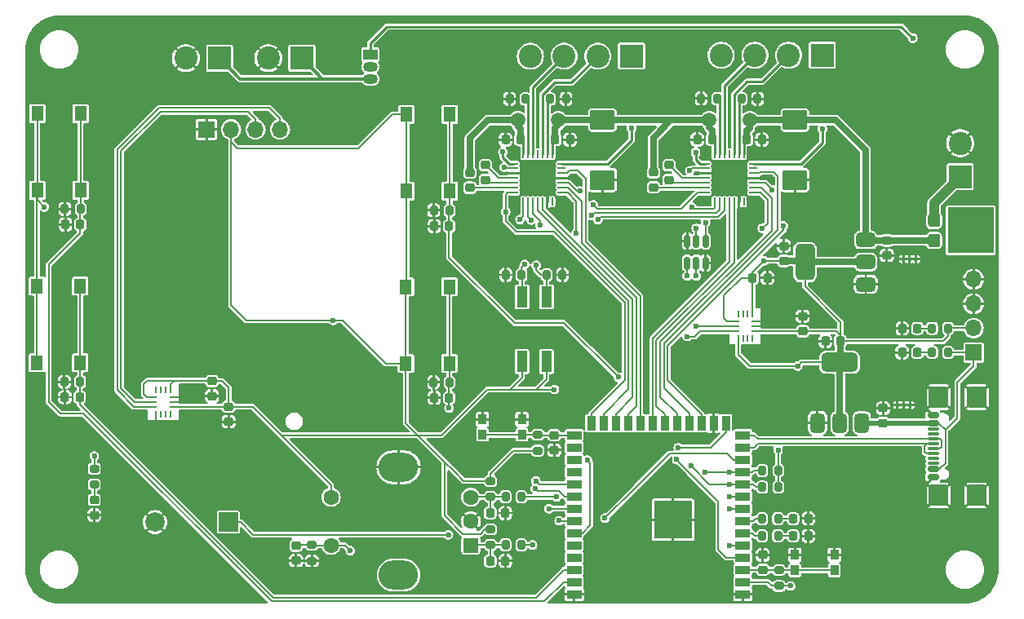
<source format=gbr>
%TF.GenerationSoftware,KiCad,Pcbnew,8.0.8-8.0.8-0~ubuntu22.04.1*%
%TF.CreationDate,2025-03-05T01:13:39-05:00*%
%TF.ProjectId,Electronics V2,456c6563-7472-46f6-9e69-63732056322e,rev?*%
%TF.SameCoordinates,Original*%
%TF.FileFunction,Copper,L1,Top*%
%TF.FilePolarity,Positive*%
%FSLAX46Y46*%
G04 Gerber Fmt 4.6, Leading zero omitted, Abs format (unit mm)*
G04 Created by KiCad (PCBNEW 8.0.8-8.0.8-0~ubuntu22.04.1) date 2025-03-05 01:13:39*
%MOMM*%
%LPD*%
G01*
G04 APERTURE LIST*
G04 Aperture macros list*
%AMRoundRect*
0 Rectangle with rounded corners*
0 $1 Rounding radius*
0 $2 $3 $4 $5 $6 $7 $8 $9 X,Y pos of 4 corners*
0 Add a 4 corners polygon primitive as box body*
4,1,4,$2,$3,$4,$5,$6,$7,$8,$9,$2,$3,0*
0 Add four circle primitives for the rounded corners*
1,1,$1+$1,$2,$3*
1,1,$1+$1,$4,$5*
1,1,$1+$1,$6,$7*
1,1,$1+$1,$8,$9*
0 Add four rect primitives between the rounded corners*
20,1,$1+$1,$2,$3,$4,$5,0*
20,1,$1+$1,$4,$5,$6,$7,0*
20,1,$1+$1,$6,$7,$8,$9,0*
20,1,$1+$1,$8,$9,$2,$3,0*%
G04 Aperture macros list end*
%TA.AperFunction,SMDPad,CuDef*%
%ADD10RoundRect,0.375000X0.375000X-0.625000X0.375000X0.625000X-0.375000X0.625000X-0.375000X-0.625000X0*%
%TD*%
%TA.AperFunction,SMDPad,CuDef*%
%ADD11RoundRect,0.500000X1.400000X-0.500000X1.400000X0.500000X-1.400000X0.500000X-1.400000X-0.500000X0*%
%TD*%
%TA.AperFunction,SMDPad,CuDef*%
%ADD12RoundRect,0.218750X0.256250X-0.218750X0.256250X0.218750X-0.256250X0.218750X-0.256250X-0.218750X0*%
%TD*%
%TA.AperFunction,SMDPad,CuDef*%
%ADD13RoundRect,0.200000X-0.200000X-0.275000X0.200000X-0.275000X0.200000X0.275000X-0.200000X0.275000X0*%
%TD*%
%TA.AperFunction,SMDPad,CuDef*%
%ADD14R,0.250000X0.675000*%
%TD*%
%TA.AperFunction,SMDPad,CuDef*%
%ADD15R,0.675000X0.250000*%
%TD*%
%TA.AperFunction,SMDPad,CuDef*%
%ADD16RoundRect,0.225000X-0.250000X0.225000X-0.250000X-0.225000X0.250000X-0.225000X0.250000X0.225000X0*%
%TD*%
%TA.AperFunction,SMDPad,CuDef*%
%ADD17RoundRect,0.200000X-0.275000X0.200000X-0.275000X-0.200000X0.275000X-0.200000X0.275000X0.200000X0*%
%TD*%
%TA.AperFunction,ComponentPad*%
%ADD18R,2.400000X2.400000*%
%TD*%
%TA.AperFunction,ComponentPad*%
%ADD19C,2.400000*%
%TD*%
%TA.AperFunction,SMDPad,CuDef*%
%ADD20RoundRect,0.200000X0.200000X0.275000X-0.200000X0.275000X-0.200000X-0.275000X0.200000X-0.275000X0*%
%TD*%
%TA.AperFunction,SMDPad,CuDef*%
%ADD21RoundRect,0.225000X0.250000X-0.225000X0.250000X0.225000X-0.250000X0.225000X-0.250000X-0.225000X0*%
%TD*%
%TA.AperFunction,SMDPad,CuDef*%
%ADD22RoundRect,0.093750X-0.106250X0.093750X-0.106250X-0.093750X0.106250X-0.093750X0.106250X0.093750X0*%
%TD*%
%TA.AperFunction,HeatsinkPad*%
%ADD23R,1.600000X1.000000*%
%TD*%
%TA.AperFunction,SMDPad,CuDef*%
%ADD24R,1.300000X1.550000*%
%TD*%
%TA.AperFunction,SMDPad,CuDef*%
%ADD25RoundRect,0.250000X-1.025000X0.787500X-1.025000X-0.787500X1.025000X-0.787500X1.025000X0.787500X0*%
%TD*%
%TA.AperFunction,ComponentPad*%
%ADD26R,1.500000X1.050000*%
%TD*%
%TA.AperFunction,ComponentPad*%
%ADD27O,1.500000X1.050000*%
%TD*%
%TA.AperFunction,SMDPad,CuDef*%
%ADD28RoundRect,0.225000X0.225000X0.250000X-0.225000X0.250000X-0.225000X-0.250000X0.225000X-0.250000X0*%
%TD*%
%TA.AperFunction,SMDPad,CuDef*%
%ADD29RoundRect,0.225000X-0.225000X-0.250000X0.225000X-0.250000X0.225000X0.250000X-0.225000X0.250000X0*%
%TD*%
%TA.AperFunction,ComponentPad*%
%ADD30R,1.700000X1.700000*%
%TD*%
%TA.AperFunction,ComponentPad*%
%ADD31O,1.700000X1.700000*%
%TD*%
%TA.AperFunction,SMDPad,CuDef*%
%ADD32RoundRect,0.218750X-0.218750X-0.256250X0.218750X-0.256250X0.218750X0.256250X-0.218750X0.256250X0*%
%TD*%
%TA.AperFunction,SMDPad,CuDef*%
%ADD33RoundRect,0.062500X-0.325000X-0.062500X0.325000X-0.062500X0.325000X0.062500X-0.325000X0.062500X0*%
%TD*%
%TA.AperFunction,SMDPad,CuDef*%
%ADD34RoundRect,0.062500X-0.062500X-0.325000X0.062500X-0.325000X0.062500X0.325000X-0.062500X0.325000X0*%
%TD*%
%TA.AperFunction,HeatsinkPad*%
%ADD35R,3.750000X3.750000*%
%TD*%
%TA.AperFunction,SMDPad,CuDef*%
%ADD36RoundRect,0.317500X0.317500X-0.382500X0.317500X0.382500X-0.317500X0.382500X-0.317500X-0.382500X0*%
%TD*%
%TA.AperFunction,SMDPad,CuDef*%
%ADD37R,4.720000X4.800000*%
%TD*%
%TA.AperFunction,SMDPad,CuDef*%
%ADD38R,0.900000X1.000000*%
%TD*%
%TA.AperFunction,SMDPad,CuDef*%
%ADD39RoundRect,0.200000X0.275000X-0.200000X0.275000X0.200000X-0.275000X0.200000X-0.275000X-0.200000X0*%
%TD*%
%TA.AperFunction,SMDPad,CuDef*%
%ADD40RoundRect,0.218750X0.218750X0.256250X-0.218750X0.256250X-0.218750X-0.256250X0.218750X-0.256250X0*%
%TD*%
%TA.AperFunction,SMDPad,CuDef*%
%ADD41RoundRect,0.375000X0.625000X0.375000X-0.625000X0.375000X-0.625000X-0.375000X0.625000X-0.375000X0*%
%TD*%
%TA.AperFunction,SMDPad,CuDef*%
%ADD42RoundRect,0.500000X0.500000X1.400000X-0.500000X1.400000X-0.500000X-1.400000X0.500000X-1.400000X0*%
%TD*%
%TA.AperFunction,SMDPad,CuDef*%
%ADD43RoundRect,0.093750X0.106250X-0.093750X0.106250X0.093750X-0.106250X0.093750X-0.106250X-0.093750X0*%
%TD*%
%TA.AperFunction,SMDPad,CuDef*%
%ADD44RoundRect,0.150000X0.425000X-0.150000X0.425000X0.150000X-0.425000X0.150000X-0.425000X-0.150000X0*%
%TD*%
%TA.AperFunction,SMDPad,CuDef*%
%ADD45RoundRect,0.075000X0.500000X-0.075000X0.500000X0.075000X-0.500000X0.075000X-0.500000X-0.075000X0*%
%TD*%
%TA.AperFunction,SMDPad,CuDef*%
%ADD46RoundRect,0.250000X0.750000X-0.840000X0.750000X0.840000X-0.750000X0.840000X-0.750000X-0.840000X0*%
%TD*%
%TA.AperFunction,SMDPad,CuDef*%
%ADD47R,1.500000X0.900000*%
%TD*%
%TA.AperFunction,SMDPad,CuDef*%
%ADD48R,0.900000X1.500000*%
%TD*%
%TA.AperFunction,HeatsinkPad*%
%ADD49C,0.600000*%
%TD*%
%TA.AperFunction,SMDPad,CuDef*%
%ADD50R,3.900000X3.900000*%
%TD*%
%TA.AperFunction,ComponentPad*%
%ADD51R,2.000000X2.000000*%
%TD*%
%TA.AperFunction,ComponentPad*%
%ADD52C,2.000000*%
%TD*%
%TA.AperFunction,ComponentPad*%
%ADD53RoundRect,0.250000X0.550000X0.550000X-0.550000X0.550000X-0.550000X-0.550000X0.550000X-0.550000X0*%
%TD*%
%TA.AperFunction,ComponentPad*%
%ADD54C,1.600000*%
%TD*%
%TA.AperFunction,ComponentPad*%
%ADD55O,4.100000X3.000000*%
%TD*%
%TA.AperFunction,SMDPad,CuDef*%
%ADD56RoundRect,0.150000X-0.150000X0.512500X-0.150000X-0.512500X0.150000X-0.512500X0.150000X0.512500X0*%
%TD*%
%TA.AperFunction,SMDPad,CuDef*%
%ADD57R,1.120000X2.160000*%
%TD*%
%TA.AperFunction,ViaPad*%
%ADD58C,1.500000*%
%TD*%
%TA.AperFunction,ViaPad*%
%ADD59C,0.600000*%
%TD*%
%TA.AperFunction,Conductor*%
%ADD60C,0.700000*%
%TD*%
%TA.AperFunction,Conductor*%
%ADD61C,0.250000*%
%TD*%
%TA.AperFunction,Conductor*%
%ADD62C,0.200000*%
%TD*%
%TA.AperFunction,Conductor*%
%ADD63C,0.500000*%
%TD*%
%TA.AperFunction,Conductor*%
%ADD64C,0.300000*%
%TD*%
%TA.AperFunction,Conductor*%
%ADD65C,1.000000*%
%TD*%
G04 APERTURE END LIST*
D10*
%TO.P,U1,1,GND*%
%TO.N,GND*%
X181700000Y-111780000D03*
%TO.P,U1,2,VO*%
%TO.N,+3V3*%
X184000000Y-111780000D03*
D11*
X184000000Y-105480000D03*
D10*
%TO.P,U1,3,VI*%
%TO.N,+5V*%
X186300000Y-111780000D03*
%TD*%
D12*
%TO.P,D4,1,K*%
%TO.N,GND*%
X106650000Y-121337500D03*
%TO.P,D4,2,A*%
%TO.N,Net-(D4-A)*%
X106650000Y-119762500D03*
%TD*%
D13*
%TO.P,R23,1*%
%TO.N,Net-(D5-A)*%
X193593750Y-101950000D03*
%TO.P,R23,2*%
%TO.N,+3V3*%
X195243750Y-101950000D03*
%TD*%
D14*
%TO.P,U5,1,SDO*%
%TO.N,GND*%
X113062500Y-110862500D03*
%TO.P,U5,2,ASDx*%
%TO.N,unconnected-(U5-ASDx-Pad2)*%
X113562500Y-110862500D03*
%TO.P,U5,3,ASCx*%
%TO.N,unconnected-(U5-ASCx-Pad3)*%
X114062500Y-110862500D03*
%TO.P,U5,4,INT1*%
%TO.N,unconnected-(U5-INT1-Pad4)*%
X114562500Y-110862500D03*
D15*
%TO.P,U5,5,VDDI0*%
%TO.N,+3V3*%
X114825000Y-110100000D03*
%TO.P,U5,6,GNDI0*%
%TO.N,GND*%
X114825000Y-109600000D03*
%TO.P,U5,7,GND*%
X114825000Y-109100000D03*
D14*
%TO.P,U5,8,VDD*%
%TO.N,+3V3*%
X114562500Y-108337500D03*
%TO.P,U5,9,INT2*%
%TO.N,unconnected-(U5-INT2-Pad9)*%
X114062500Y-108337500D03*
%TO.P,U5,10,OCSB*%
%TO.N,unconnected-(U5-OCSB-Pad10)*%
X113562500Y-108337500D03*
%TO.P,U5,11,OSDO*%
%TO.N,unconnected-(U5-OSDO-Pad11)*%
X113062500Y-108337500D03*
D15*
%TO.P,U5,12,CSB*%
%TO.N,+3V3*%
X112800000Y-109100000D03*
%TO.P,U5,13,SCx*%
%TO.N,/SCL*%
X112800000Y-109600000D03*
%TO.P,U5,14,SDx*%
%TO.N,/SDA*%
X112800000Y-110100000D03*
%TD*%
D16*
%TO.P,C3,1*%
%TO.N,+3V3*%
X120600000Y-110100000D03*
%TO.P,C3,2*%
%TO.N,GND*%
X120600000Y-111650000D03*
%TD*%
D17*
%TO.P,R17,1*%
%TO.N,/INCR_BTN*%
X129225000Y-124450000D03*
%TO.P,R17,2*%
%TO.N,GND*%
X129225000Y-126100000D03*
%TD*%
D18*
%TO.P,J6,1,Pin_1*%
%TO.N,Net-(J6-Pin_1)*%
X119650000Y-73900000D03*
D19*
%TO.P,J6,2,Pin_2*%
%TO.N,GND*%
X116150000Y-73900000D03*
%TD*%
D16*
%TO.P,C18,1*%
%TO.N,/INCR_BTN*%
X127600000Y-124500000D03*
%TO.P,C18,2*%
%TO.N,GND*%
X127600000Y-126050000D03*
%TD*%
D20*
%TO.P,R15,1*%
%TO.N,/BTN_2*%
X143525000Y-89700000D03*
%TO.P,R15,2*%
%TO.N,GND*%
X141875000Y-89700000D03*
%TD*%
D21*
%TO.P,C13,1*%
%TO.N,+3V3*%
X180175000Y-102250000D03*
%TO.P,C13,2*%
%TO.N,GND*%
X180175000Y-100700000D03*
%TD*%
D22*
%TO.P,U11,1,GND*%
%TO.N,GND*%
X191300000Y-109925000D03*
%TO.P,U11,2,GND*%
X190650000Y-109925000D03*
%TO.P,U11,3,GND*%
X190000000Y-109925000D03*
%TO.P,U11,4,IN*%
%TO.N,+5V*%
X190000000Y-111700000D03*
%TO.P,U11,5,IN*%
X190650000Y-111700000D03*
%TO.P,U11,6,IN*%
X191300000Y-111700000D03*
D23*
%TO.P,U11,7,GND*%
%TO.N,GND*%
X190650000Y-110812500D03*
%TD*%
D21*
%TO.P,C22,1*%
%TO.N,+3V3*%
X178200000Y-94955000D03*
%TO.P,C22,2*%
%TO.N,GND*%
X178200000Y-93405000D03*
%TD*%
D18*
%TO.P,BT1,1,+*%
%TO.N,Net-(BT1-+)*%
X196500000Y-86230000D03*
D19*
%TO.P,BT1,2,-*%
%TO.N,GND*%
X196500000Y-82730000D03*
%TD*%
D24*
%TO.P,SW7,1,1*%
%TO.N,+3V3*%
X138990000Y-105590000D03*
X138990000Y-97630000D03*
%TO.P,SW7,2,2*%
%TO.N,/BTN_3*%
X143490000Y-105590000D03*
X143490000Y-97630000D03*
%TD*%
D20*
%TO.P,R14,1*%
%TO.N,/BTN_1*%
X105200000Y-107500000D03*
%TO.P,R14,2*%
%TO.N,GND*%
X103550000Y-107500000D03*
%TD*%
D24*
%TO.P,SW5,1,1*%
%TO.N,+3V3*%
X100690000Y-105530000D03*
X100690000Y-97570000D03*
%TO.P,SW5,2,2*%
%TO.N,/BTN_1*%
X105190000Y-105530000D03*
X105190000Y-97570000D03*
%TD*%
D16*
%TO.P,C24,1*%
%TO.N,VBAT*%
X164675000Y-85775000D03*
%TO.P,C24,2*%
%TO.N,Net-(U9-VCP)*%
X164675000Y-87325000D03*
%TD*%
D25*
%TO.P,C9,1*%
%TO.N,VBAT*%
X159375000Y-80337500D03*
%TO.P,C9,2*%
%TO.N,GND*%
X159375000Y-86562500D03*
%TD*%
D26*
%TO.P,Q1,1,C*%
%TO.N,+5V*%
X135300000Y-73510000D03*
D27*
%TO.P,Q1,2,B*%
%TO.N,/LASER*%
X135300000Y-74780000D03*
%TO.P,Q1,3,E*%
%TO.N,Net-(J6-Pin_1)*%
X135300000Y-76050000D03*
%TD*%
D16*
%TO.P,C11,1*%
%TO.N,Net-(U3-IO0)*%
X154375000Y-113050000D03*
%TO.P,C11,2*%
%TO.N,GND*%
X154375000Y-114600000D03*
%TD*%
D18*
%TO.P,J7,1,Pin_1*%
%TO.N,Net-(J6-Pin_1)*%
X128200000Y-73900000D03*
D19*
%TO.P,J7,2,Pin_2*%
%TO.N,GND*%
X124700000Y-73900000D03*
%TD*%
D24*
%TO.P,SW1,1,1*%
%TO.N,+3V3*%
X100740000Y-87610000D03*
X100740000Y-79650000D03*
%TO.P,SW1,2,2*%
%TO.N,/BTN_0*%
X105240000Y-87610000D03*
X105240000Y-79650000D03*
%TD*%
D28*
%TO.P,C5,1*%
%TO.N,VBAT*%
X170775000Y-82350000D03*
%TO.P,C5,2*%
%TO.N,GND*%
X169225000Y-82350000D03*
%TD*%
D13*
%TO.P,R25,1*%
%TO.N,Net-(C27-Pad1)*%
X149325000Y-124450000D03*
%TO.P,R25,2*%
%TO.N,/INCR_A*%
X150975000Y-124450000D03*
%TD*%
D29*
%TO.P,C10,1*%
%TO.N,VBAT*%
X154475000Y-82375000D03*
%TO.P,C10,2*%
%TO.N,GND*%
X156025000Y-82375000D03*
%TD*%
D17*
%TO.P,R18,1*%
%TO.N,+3V3*%
X147775000Y-117800000D03*
%TO.P,R18,2*%
%TO.N,Net-(C26-Pad1)*%
X147775000Y-119450000D03*
%TD*%
D25*
%TO.P,C4,1*%
%TO.N,VBAT*%
X179350000Y-80337500D03*
%TO.P,C4,2*%
%TO.N,GND*%
X179350000Y-86562500D03*
%TD*%
D30*
%TO.P,J5,1,Pin_1*%
%TO.N,+5V*%
X197900000Y-104480000D03*
D31*
%TO.P,J5,2,Pin_2*%
%TO.N,+3V3*%
X197900000Y-101940000D03*
%TO.P,J5,3,Pin_3*%
%TO.N,GND*%
X197900000Y-99400000D03*
%TO.P,J5,4,Pin_4*%
X197900000Y-96860000D03*
%TD*%
D16*
%TO.P,C7,1*%
%TO.N,VBAT*%
X145625000Y-85800000D03*
%TO.P,C7,2*%
%TO.N,Net-(U2-VCP)*%
X145625000Y-87350000D03*
%TD*%
D29*
%TO.P,C6,1*%
%TO.N,VBAT*%
X174375000Y-82350000D03*
%TO.P,C6,2*%
%TO.N,GND*%
X175925000Y-82350000D03*
%TD*%
D28*
%TO.P,C16,1*%
%TO.N,/BTN_2*%
X143475000Y-91350000D03*
%TO.P,C16,2*%
%TO.N,GND*%
X141925000Y-91350000D03*
%TD*%
D20*
%TO.P,R11,1*%
%TO.N,+3V3*%
X177625000Y-118450000D03*
%TO.P,R11,2*%
%TO.N,/SDA*%
X175975000Y-118450000D03*
%TD*%
D16*
%TO.P,C21,1*%
%TO.N,VBAT*%
X188900000Y-92830000D03*
%TO.P,C21,2*%
%TO.N,GND*%
X188900000Y-94380000D03*
%TD*%
D13*
%TO.P,R26,1*%
%TO.N,Net-(C26-Pad1)*%
X149325000Y-119450000D03*
%TO.P,R26,2*%
%TO.N,/INCR_B*%
X150975000Y-119450000D03*
%TD*%
D32*
%TO.P,D5,1,K*%
%TO.N,GND*%
X190481250Y-101950000D03*
%TO.P,D5,2,A*%
%TO.N,Net-(D5-A)*%
X192056250Y-101950000D03*
%TD*%
D33*
%TO.P,U9,1,OB2*%
%TO.N,/Motor Driver_R/B2*%
X170087500Y-84850000D03*
%TO.P,U9,2,ENN*%
%TO.N,/~{EN}*%
X170087500Y-85350000D03*
%TO.P,U9,3,GND*%
%TO.N,GND*%
X170087500Y-85850000D03*
%TO.P,U9,4,CPO*%
%TO.N,Net-(U9-CPO)*%
X170087500Y-86350000D03*
%TO.P,U9,5,CPI*%
%TO.N,Net-(U9-CPI)*%
X170087500Y-86850000D03*
%TO.P,U9,6,VCP*%
%TO.N,Net-(U9-VCP)*%
X170087500Y-87350000D03*
%TO.P,U9,7,SPREAD*%
%TO.N,/SPREAD*%
X170087500Y-87850000D03*
D34*
%TO.P,U9,8,5VOUT*%
%TO.N,+5V*%
X171050000Y-88812500D03*
%TO.P,U9,9,MS1_AD0*%
%TO.N,/Motor Driver_L/MS1_AD0*%
X171550000Y-88812500D03*
%TO.P,U9,10,MS1_AD1*%
%TO.N,/Motor Driver_L/MS1_AD1*%
X172050000Y-88812500D03*
%TO.P,U9,11,DIAG*%
%TO.N,/DIAG_R*%
X172550000Y-88812500D03*
%TO.P,U9,12,INDEX*%
%TO.N,/INDEX_R*%
X173050000Y-88812500D03*
%TO.P,U9,13,CLK*%
%TO.N,GND*%
X173550000Y-88812500D03*
%TO.P,U9,14,PDN_UART*%
%TO.N,unconnected-(U9-PDN_UART-Pad14)*%
X174050000Y-88812500D03*
D33*
%TO.P,U9,15,VCC_IO*%
%TO.N,+3V3*%
X175012500Y-87850000D03*
%TO.P,U9,16,STEP*%
%TO.N,/STEP_R*%
X175012500Y-87350000D03*
%TO.P,U9,17,VREF*%
%TO.N,/VREF*%
X175012500Y-86850000D03*
%TO.P,U9,18,GND*%
%TO.N,GND*%
X175012500Y-86350000D03*
%TO.P,U9,19,DIR*%
%TO.N,/DIR_R*%
X175012500Y-85850000D03*
%TO.P,U9,20,STDBY*%
%TO.N,unconnected-(U9-STDBY-Pad20)*%
X175012500Y-85350000D03*
%TO.P,U9,21,OA2*%
%TO.N,/Motor Driver_R/A2*%
X175012500Y-84850000D03*
D34*
%TO.P,U9,22,VS*%
%TO.N,VBAT*%
X174050000Y-83887500D03*
%TO.P,U9,23,BRA*%
%TO.N,Net-(U9-BRA)*%
X173550000Y-83887500D03*
%TO.P,U9,24,OA1*%
%TO.N,/Motor Driver_R/A1*%
X173050000Y-83887500D03*
%TO.P,U9,25*%
%TO.N,N/C*%
X172550000Y-83887500D03*
%TO.P,U9,26,OB1*%
%TO.N,/Motor Driver_R/B1*%
X172050000Y-83887500D03*
%TO.P,U9,27,BRB*%
%TO.N,Net-(U9-BRB)*%
X171550000Y-83887500D03*
%TO.P,U9,28,VS*%
%TO.N,VBAT*%
X171050000Y-83887500D03*
D35*
%TO.P,U9,29,GND*%
%TO.N,GND*%
X172550000Y-86350000D03*
%TD*%
D36*
%TO.P,D2,1,K*%
%TO.N,VBAT*%
X193785000Y-92820000D03*
%TO.P,D2,2,A*%
%TO.N,Net-(BT1-+)*%
X193785000Y-90740000D03*
D37*
%TO.P,D2,3*%
%TO.N,N/C*%
X197590000Y-91780000D03*
%TD*%
D38*
%TO.P,SW4,1,1*%
%TO.N,GND*%
X146925000Y-111400000D03*
X151025000Y-111400000D03*
%TO.P,SW4,2,2*%
%TO.N,Net-(U3-IO0)*%
X146925000Y-113000000D03*
X151025000Y-113000000D03*
%TD*%
D16*
%TO.P,C1,1*%
%TO.N,+3V3*%
X118875000Y-107425000D03*
%TO.P,C1,2*%
%TO.N,GND*%
X118875000Y-108975000D03*
%TD*%
D20*
%TO.P,R3,1*%
%TO.N,/Motor Driver_L/MS1_AD0*%
X151000000Y-96400000D03*
%TO.P,R3,2*%
%TO.N,GND*%
X149350000Y-96400000D03*
%TD*%
%TO.P,R1,1*%
%TO.N,+3V3*%
X177625000Y-116700000D03*
%TO.P,R1,2*%
%TO.N,/SCL*%
X175975000Y-116700000D03*
%TD*%
D29*
%TO.P,C26,1*%
%TO.N,Net-(C26-Pad1)*%
X147750000Y-121125000D03*
%TO.P,C26,2*%
%TO.N,GND*%
X149300000Y-121125000D03*
%TD*%
D20*
%TO.P,R5,1*%
%TO.N,Net-(U2-BRB)*%
X151400000Y-78150000D03*
%TO.P,R5,2*%
%TO.N,GND*%
X149750000Y-78150000D03*
%TD*%
D14*
%TO.P,U6,1,SDO*%
%TO.N,+3V3*%
X173462500Y-103012500D03*
%TO.P,U6,2,ASDx*%
%TO.N,unconnected-(U6-ASDx-Pad2)*%
X173962500Y-103012500D03*
%TO.P,U6,3,ASCx*%
%TO.N,unconnected-(U6-ASCx-Pad3)*%
X174462500Y-103012500D03*
%TO.P,U6,4,INT1*%
%TO.N,unconnected-(U6-INT1-Pad4)*%
X174962500Y-103012500D03*
D15*
%TO.P,U6,5,VDDI0*%
%TO.N,+3V3*%
X175225000Y-102250000D03*
%TO.P,U6,6,GNDI0*%
%TO.N,GND*%
X175225000Y-101750000D03*
%TO.P,U6,7,GND*%
X175225000Y-101250000D03*
D14*
%TO.P,U6,8,VDD*%
%TO.N,+3V3*%
X174962500Y-100487500D03*
%TO.P,U6,9,INT2*%
%TO.N,unconnected-(U6-INT2-Pad9)*%
X174462500Y-100487500D03*
%TO.P,U6,10,OCSB*%
%TO.N,unconnected-(U6-OCSB-Pad10)*%
X173962500Y-100487500D03*
%TO.P,U6,11,OSDO*%
%TO.N,unconnected-(U6-OSDO-Pad11)*%
X173462500Y-100487500D03*
D15*
%TO.P,U6,12,CSB*%
%TO.N,+3V3*%
X173200000Y-101250000D03*
%TO.P,U6,13,SCx*%
%TO.N,/SCL*%
X173200000Y-101750000D03*
%TO.P,U6,14,SDx*%
%TO.N,/SDA*%
X173200000Y-102250000D03*
%TD*%
D29*
%TO.P,C27,1*%
%TO.N,Net-(C27-Pad1)*%
X147750000Y-126100000D03*
%TO.P,C27,2*%
%TO.N,GND*%
X149300000Y-126100000D03*
%TD*%
D13*
%TO.P,R4,1*%
%TO.N,Net-(U2-BRA)*%
X153950000Y-78150000D03*
%TO.P,R4,2*%
%TO.N,GND*%
X155600000Y-78150000D03*
%TD*%
D39*
%TO.P,R22,1*%
%TO.N,Net-(D4-A)*%
X106650000Y-118175000D03*
%TO.P,R22,2*%
%TO.N,/SD_DETECT*%
X106650000Y-116525000D03*
%TD*%
D32*
%TO.P,D6,1,K*%
%TO.N,GND*%
X190475000Y-104450000D03*
%TO.P,D6,2,A*%
%TO.N,Net-(D6-A)*%
X192050000Y-104450000D03*
%TD*%
D17*
%TO.P,R19,1*%
%TO.N,+3V3*%
X147775000Y-122800000D03*
%TO.P,R19,2*%
%TO.N,Net-(C27-Pad1)*%
X147775000Y-124450000D03*
%TD*%
D20*
%TO.P,R21,1*%
%TO.N,Net-(D3-A)*%
X177600000Y-121700000D03*
%TO.P,R21,2*%
%TO.N,Net-(U3-IO7)*%
X175950000Y-121700000D03*
%TD*%
D39*
%TO.P,R9,1*%
%TO.N,+3V3*%
X177700000Y-128700000D03*
%TO.P,R9,2*%
%TO.N,Net-(U3-EN)*%
X177700000Y-127050000D03*
%TD*%
D28*
%TO.P,C14,1*%
%TO.N,/BTN_0*%
X105205000Y-91180000D03*
%TO.P,C14,2*%
%TO.N,GND*%
X103655000Y-91180000D03*
%TD*%
D38*
%TO.P,SW3,1,1*%
%TO.N,GND*%
X179350000Y-125475000D03*
X183450000Y-125475000D03*
%TO.P,SW3,2,2*%
%TO.N,Net-(U3-EN)*%
X179350000Y-127075000D03*
X183450000Y-127075000D03*
%TD*%
D18*
%TO.P,J1,1,Pin_1*%
%TO.N,/Motor Driver_L/A2*%
X162400000Y-73700000D03*
D19*
%TO.P,J1,2,Pin_2*%
%TO.N,/Motor Driver_L/A1*%
X158900000Y-73700000D03*
%TO.P,J1,3,Pin_3*%
%TO.N,/Motor Driver_L/B1*%
X155400000Y-73700000D03*
%TO.P,J1,4,Pin_4*%
%TO.N,/Motor Driver_L/B2*%
X151900000Y-73700000D03*
%TD*%
D33*
%TO.P,U2,1,OB2*%
%TO.N,/Motor Driver_L/B2*%
X150212500Y-84850000D03*
%TO.P,U2,2,ENN*%
%TO.N,/~{EN}*%
X150212500Y-85350000D03*
%TO.P,U2,3,GND*%
%TO.N,GND*%
X150212500Y-85850000D03*
%TO.P,U2,4,CPO*%
%TO.N,Net-(U2-CPO)*%
X150212500Y-86350000D03*
%TO.P,U2,5,CPI*%
%TO.N,Net-(U2-CPI)*%
X150212500Y-86850000D03*
%TO.P,U2,6,VCP*%
%TO.N,Net-(U2-VCP)*%
X150212500Y-87350000D03*
%TO.P,U2,7,SPREAD*%
%TO.N,/SPREAD*%
X150212500Y-87850000D03*
D34*
%TO.P,U2,8,5VOUT*%
%TO.N,+5V*%
X151175000Y-88812500D03*
%TO.P,U2,9,MS1_AD0*%
%TO.N,/Motor Driver_L/MS1_AD0*%
X151675000Y-88812500D03*
%TO.P,U2,10,MS1_AD1*%
%TO.N,/Motor Driver_L/MS1_AD1*%
X152175000Y-88812500D03*
%TO.P,U2,11,DIAG*%
%TO.N,/DIAG_L*%
X152675000Y-88812500D03*
%TO.P,U2,12,INDEX*%
%TO.N,/INDEX_L*%
X153175000Y-88812500D03*
%TO.P,U2,13,CLK*%
%TO.N,GND*%
X153675000Y-88812500D03*
%TO.P,U2,14,PDN_UART*%
%TO.N,unconnected-(U2-PDN_UART-Pad14)*%
X154175000Y-88812500D03*
D33*
%TO.P,U2,15,VCC_IO*%
%TO.N,+3V3*%
X155137500Y-87850000D03*
%TO.P,U2,16,STEP*%
%TO.N,/STEP_L*%
X155137500Y-87350000D03*
%TO.P,U2,17,VREF*%
%TO.N,/VREF*%
X155137500Y-86850000D03*
%TO.P,U2,18,GND*%
%TO.N,GND*%
X155137500Y-86350000D03*
%TO.P,U2,19,DIR*%
%TO.N,/DIR_L*%
X155137500Y-85850000D03*
%TO.P,U2,20,STDBY*%
%TO.N,unconnected-(U2-STDBY-Pad20)*%
X155137500Y-85350000D03*
%TO.P,U2,21,OA2*%
%TO.N,/Motor Driver_L/A2*%
X155137500Y-84850000D03*
D34*
%TO.P,U2,22,VS*%
%TO.N,VBAT*%
X154175000Y-83887500D03*
%TO.P,U2,23,BRA*%
%TO.N,Net-(U2-BRA)*%
X153675000Y-83887500D03*
%TO.P,U2,24,OA1*%
%TO.N,/Motor Driver_L/A1*%
X153175000Y-83887500D03*
%TO.P,U2,25*%
%TO.N,N/C*%
X152675000Y-83887500D03*
%TO.P,U2,26,OB1*%
%TO.N,/Motor Driver_L/B1*%
X152175000Y-83887500D03*
%TO.P,U2,27,BRB*%
%TO.N,Net-(U2-BRB)*%
X151675000Y-83887500D03*
%TO.P,U2,28,VS*%
%TO.N,VBAT*%
X151175000Y-83887500D03*
D35*
%TO.P,U2,29,GND*%
%TO.N,GND*%
X152675000Y-86350000D03*
%TD*%
D20*
%TO.P,R20,1*%
%TO.N,Net-(U9-BRB)*%
X171275000Y-78100000D03*
%TO.P,R20,2*%
%TO.N,GND*%
X169625000Y-78100000D03*
%TD*%
D28*
%TO.P,C17,1*%
%TO.N,/BTN_3*%
X143475000Y-109150000D03*
%TO.P,C17,2*%
%TO.N,GND*%
X141925000Y-109150000D03*
%TD*%
D40*
%TO.P,D3,1,K*%
%TO.N,GND*%
X180750000Y-121700000D03*
%TO.P,D3,2,A*%
%TO.N,Net-(D3-A)*%
X179175000Y-121700000D03*
%TD*%
D28*
%TO.P,C20,1*%
%TO.N,+3V3*%
X184075000Y-103280000D03*
%TO.P,C20,2*%
%TO.N,GND*%
X182525000Y-103280000D03*
%TD*%
D21*
%TO.P,C19,1*%
%TO.N,+5V*%
X188500000Y-111780000D03*
%TO.P,C19,2*%
%TO.N,GND*%
X188500000Y-110230000D03*
%TD*%
D41*
%TO.P,U7,1,GND*%
%TO.N,GND*%
X186700000Y-97380000D03*
%TO.P,U7,2,VO*%
%TO.N,+3V3*%
X186700000Y-95080000D03*
D42*
X180400000Y-95080000D03*
D41*
%TO.P,U7,3,VI*%
%TO.N,VBAT*%
X186700000Y-92780000D03*
%TD*%
D43*
%TO.P,U10,1,GND*%
%TO.N,GND*%
X190600000Y-94775000D03*
%TO.P,U10,2,GND*%
X191250000Y-94775000D03*
%TO.P,U10,3,GND*%
X191900000Y-94775000D03*
%TO.P,U10,4,IN*%
%TO.N,VBAT*%
X191900000Y-93000000D03*
%TO.P,U10,5,IN*%
X191250000Y-93000000D03*
%TO.P,U10,6,IN*%
X190600000Y-93000000D03*
D23*
%TO.P,U10,7,GND*%
%TO.N,GND*%
X191250000Y-93887500D03*
%TD*%
D20*
%TO.P,R13,1*%
%TO.N,/BTN_0*%
X105250000Y-89550000D03*
%TO.P,R13,2*%
%TO.N,GND*%
X103600000Y-89550000D03*
%TD*%
D44*
%TO.P,J4,A1,GND*%
%TO.N,GND*%
X193695000Y-117390000D03*
%TO.P,J4,A4,VBUS*%
%TO.N,+5V*%
X193695000Y-116590000D03*
D45*
%TO.P,J4,A5,CC1*%
%TO.N,unconnected-(J4-CC1-PadA5)*%
X193695000Y-115440000D03*
%TO.P,J4,A6,D+*%
%TO.N,/D+*%
X193695000Y-114440000D03*
%TO.P,J4,A7,D-*%
%TO.N,/D-*%
X193695000Y-113940000D03*
%TO.P,J4,A8*%
%TO.N,N/C*%
X193695000Y-112940000D03*
D44*
%TO.P,J4,A9,VBUS*%
%TO.N,+5V*%
X193695000Y-111790000D03*
%TO.P,J4,A12,GND*%
%TO.N,GND*%
X193695000Y-110990000D03*
%TO.P,J4,B1,GND*%
X193695000Y-110990000D03*
%TO.P,J4,B4,VBUS*%
%TO.N,+5V*%
X193695000Y-111790000D03*
D45*
%TO.P,J4,B5,CC2*%
%TO.N,unconnected-(J4-CC2-PadB5)*%
X193695000Y-112440000D03*
%TO.P,J4,B6,D+*%
%TO.N,/D+*%
X193695000Y-113440000D03*
%TO.P,J4,B7,D-*%
%TO.N,/D-*%
X193695000Y-114940000D03*
%TO.P,J4,B8*%
%TO.N,N/C*%
X193695000Y-115940000D03*
D44*
%TO.P,J4,B9,VBUS*%
%TO.N,+5V*%
X193695000Y-116590000D03*
%TO.P,J4,B12,GND*%
%TO.N,GND*%
X193695000Y-117390000D03*
D46*
%TO.P,J4,S1,SHIELD*%
X194270000Y-119300000D03*
X198200000Y-119300000D03*
X194270000Y-109080000D03*
X198200000Y-109080000D03*
%TD*%
D47*
%TO.P,U3,1,GND*%
%TO.N,GND*%
X173950000Y-129560000D03*
%TO.P,U3,2,3V3*%
%TO.N,+3V3*%
X173950000Y-128290000D03*
%TO.P,U3,3,EN*%
%TO.N,Net-(U3-EN)*%
X173950000Y-127020000D03*
%TO.P,U3,4,IO4*%
%TO.N,/BTN_3*%
X173950000Y-125750000D03*
%TO.P,U3,5,IO5*%
%TO.N,/INCR_BTN*%
X173950000Y-124480000D03*
%TO.P,U3,6,IO6*%
%TO.N,Net-(U3-IO6)*%
X173950000Y-123210000D03*
%TO.P,U3,7,IO7*%
%TO.N,Net-(U3-IO7)*%
X173950000Y-121940000D03*
%TO.P,U3,8,IO15*%
%TO.N,/INCR_A*%
X173950000Y-120670000D03*
%TO.P,U3,9,IO16*%
%TO.N,/INCR_B*%
X173950000Y-119400000D03*
%TO.P,U3,10,IO17*%
%TO.N,/SDA*%
X173950000Y-118130000D03*
%TO.P,U3,11,IO18*%
%TO.N,/SCL*%
X173950000Y-116860000D03*
%TO.P,U3,12,IO8*%
%TO.N,/BUZZER*%
X173950000Y-115590000D03*
%TO.P,U3,13,IO19*%
%TO.N,/D-*%
X173950000Y-114320000D03*
%TO.P,U3,14,IO20*%
%TO.N,/D+*%
X173950000Y-113050000D03*
D48*
%TO.P,U3,15,IO3*%
%TO.N,/BTN_2*%
X172185000Y-111800000D03*
%TO.P,U3,16,IO46*%
%TO.N,GND*%
X170915000Y-111800000D03*
%TO.P,U3,17,IO9*%
%TO.N,/~{EN}*%
X169645000Y-111800000D03*
%TO.P,U3,18,IO10*%
%TO.N,/DIR_R*%
X168375000Y-111800000D03*
%TO.P,U3,19,IO11*%
%TO.N,/STEP_R*%
X167105000Y-111800000D03*
%TO.P,U3,20,IO12*%
%TO.N,/INDEX_R*%
X165835000Y-111800000D03*
%TO.P,U3,21,IO13*%
%TO.N,/DIAG_R*%
X164565000Y-111800000D03*
%TO.P,U3,22,IO14*%
%TO.N,/DIR_L*%
X163295000Y-111800000D03*
%TO.P,U3,23,IO21*%
%TO.N,/STEP_L*%
X162025000Y-111800000D03*
%TO.P,U3,24,IO47*%
%TO.N,/INDEX_L*%
X160755000Y-111800000D03*
%TO.P,U3,25,IO48*%
%TO.N,/DIAG_L*%
X159485000Y-111800000D03*
%TO.P,U3,26,IO45*%
%TO.N,/SPREAD*%
X158215000Y-111800000D03*
D47*
%TO.P,U3,27,IO0*%
%TO.N,Net-(U3-IO0)*%
X156450000Y-113050000D03*
%TO.P,U3,28,IO35*%
%TO.N,unconnected-(U3-IO35-Pad28)*%
X156450000Y-114320000D03*
%TO.P,U3,29,IO36*%
%TO.N,unconnected-(U3-IO36-Pad29)*%
X156450000Y-115590000D03*
%TO.P,U3,30,IO37*%
%TO.N,unconnected-(U3-IO37-Pad30)*%
X156450000Y-116860000D03*
%TO.P,U3,31,IO38*%
%TO.N,/SCLK*%
X156450000Y-118130000D03*
%TO.P,U3,32,IO39*%
%TO.N,/MISO*%
X156450000Y-119400000D03*
%TO.P,U3,33,IO40*%
%TO.N,/MOSI*%
X156450000Y-120670000D03*
%TO.P,U3,34,IO41*%
%TO.N,/CS_SD*%
X156450000Y-121940000D03*
%TO.P,U3,35,IO42*%
%TO.N,/LASER*%
X156450000Y-123210000D03*
%TO.P,U3,36,RXD0*%
%TO.N,unconnected-(U3-RXD0-Pad36)*%
X156450000Y-124480000D03*
%TO.P,U3,37,TXD0*%
%TO.N,unconnected-(U3-TXD0-Pad37)*%
X156450000Y-125750000D03*
%TO.P,U3,38,IO2*%
%TO.N,/BTN_1*%
X156450000Y-127020000D03*
%TO.P,U3,39,IO1*%
%TO.N,/BTN_0*%
X156450000Y-128290000D03*
%TO.P,U3,40,GND*%
%TO.N,GND*%
X156450000Y-129560000D03*
D49*
%TO.P,U3,41,GND*%
X168100000Y-122540000D03*
X168100000Y-121140000D03*
X167400000Y-123240000D03*
X167400000Y-121840000D03*
X167400000Y-120440000D03*
X166700000Y-122540000D03*
D50*
X166700000Y-121840000D03*
D49*
X166700000Y-121140000D03*
X166000000Y-123240000D03*
X166000000Y-121840000D03*
X166000000Y-120440000D03*
X165300000Y-122540000D03*
X165300000Y-121140000D03*
%TD*%
D13*
%TO.P,R8,1*%
%TO.N,Net-(U9-BRA)*%
X173825000Y-78125000D03*
%TO.P,R8,2*%
%TO.N,GND*%
X175475000Y-78125000D03*
%TD*%
D39*
%TO.P,R10,1*%
%TO.N,+3V3*%
X152675000Y-114650000D03*
%TO.P,R10,2*%
%TO.N,Net-(U3-IO0)*%
X152675000Y-113000000D03*
%TD*%
D16*
%TO.P,C25,1*%
%TO.N,Net-(U9-CPO)*%
X166275000Y-85000000D03*
%TO.P,C25,2*%
%TO.N,Net-(U9-CPI)*%
X166275000Y-86550000D03*
%TD*%
D13*
%TO.P,R2,1*%
%TO.N,/Motor Driver_L/MS1_AD1*%
X153575000Y-96400000D03*
%TO.P,R2,2*%
%TO.N,GND*%
X155225000Y-96400000D03*
%TD*%
D51*
%TO.P,BZ1,1,+*%
%TO.N,/BUZZER*%
X120550000Y-122075000D03*
D52*
%TO.P,BZ1,2,-*%
%TO.N,GND*%
X112950000Y-122075000D03*
%TD*%
D40*
%TO.P,D1,1,K*%
%TO.N,GND*%
X180750000Y-123500000D03*
%TO.P,D1,2,A*%
%TO.N,Net-(D1-A)*%
X179175000Y-123500000D03*
%TD*%
D20*
%TO.P,R16,1*%
%TO.N,/BTN_3*%
X143500000Y-107550000D03*
%TO.P,R16,2*%
%TO.N,GND*%
X141850000Y-107550000D03*
%TD*%
D53*
%TO.P,SW8,A,A*%
%TO.N,Net-(C27-Pad1)*%
X145725000Y-124475000D03*
D54*
%TO.P,SW8,B,B*%
%TO.N,Net-(C26-Pad1)*%
X145725000Y-119475000D03*
%TO.P,SW8,C,C*%
%TO.N,GND*%
X145725000Y-121975000D03*
D55*
%TO.P,SW8,GND*%
%TO.N,N/C*%
X138225000Y-127575000D03*
D54*
%TO.P,SW8,S1,S1*%
%TO.N,/INCR_BTN*%
X131225000Y-124475000D03*
%TO.P,SW8,S2,S2*%
%TO.N,+3V3*%
X131225000Y-119475000D03*
D55*
%TO.P,SW8,SH*%
%TO.N,GND*%
X138225000Y-116375000D03*
%TD*%
D20*
%TO.P,R12,1*%
%TO.N,Net-(D1-A)*%
X177600000Y-123500000D03*
%TO.P,R12,2*%
%TO.N,Net-(U3-IO6)*%
X175950000Y-123500000D03*
%TD*%
D29*
%TO.P,C2,1*%
%TO.N,+3V3*%
X174950000Y-96725000D03*
%TO.P,C2,2*%
%TO.N,GND*%
X176500000Y-96725000D03*
%TD*%
D18*
%TO.P,J2,1,Pin_1*%
%TO.N,/Motor Driver_R/A2*%
X182200000Y-73600000D03*
D19*
%TO.P,J2,2,Pin_2*%
%TO.N,/Motor Driver_R/A1*%
X178700000Y-73600000D03*
%TO.P,J2,3,Pin_3*%
%TO.N,/Motor Driver_R/B1*%
X175200000Y-73600000D03*
%TO.P,J2,4,Pin_4*%
%TO.N,/Motor Driver_R/B2*%
X171700000Y-73600000D03*
%TD*%
D13*
%TO.P,R24,1*%
%TO.N,Net-(D6-A)*%
X193600000Y-104450000D03*
%TO.P,R24,2*%
%TO.N,+5V*%
X195250000Y-104450000D03*
%TD*%
D28*
%TO.P,C15,1*%
%TO.N,/BTN_1*%
X105150000Y-109100000D03*
%TO.P,C15,2*%
%TO.N,GND*%
X103600000Y-109100000D03*
%TD*%
D56*
%TO.P,U4,1,VOUT*%
%TO.N,/VREF*%
X170075000Y-92900000D03*
%TO.P,U4,2,VA*%
%TO.N,+3V3*%
X169125000Y-92900000D03*
%TO.P,U4,3,GND*%
%TO.N,GND*%
X168175000Y-92900000D03*
%TO.P,U4,4,SDA*%
%TO.N,/SDA*%
X168175000Y-95175000D03*
%TO.P,U4,5,SCL*%
%TO.N,/SCL*%
X169125000Y-95175000D03*
%TO.P,U4,6,ADR0*%
%TO.N,GND*%
X170075000Y-95175000D03*
%TD*%
D28*
%TO.P,C23,1*%
%TO.N,VBAT*%
X150875000Y-82375000D03*
%TO.P,C23,2*%
%TO.N,GND*%
X149325000Y-82375000D03*
%TD*%
D30*
%TO.P,U8,1,GND*%
%TO.N,GND*%
X118300000Y-81300000D03*
D31*
%TO.P,U8,2,VCC*%
%TO.N,+3V3*%
X120840000Y-81300000D03*
%TO.P,U8,3,SCL*%
%TO.N,/SCL*%
X123380000Y-81300000D03*
%TO.P,U8,4,SDA*%
%TO.N,/SDA*%
X125920000Y-81300000D03*
%TD*%
D21*
%TO.P,C12,1*%
%TO.N,Net-(U3-EN)*%
X176025000Y-127025000D03*
%TO.P,C12,2*%
%TO.N,GND*%
X176025000Y-125475000D03*
%TD*%
D24*
%TO.P,SW6,1,1*%
%TO.N,+3V3*%
X139040000Y-87710000D03*
X139040000Y-79750000D03*
%TO.P,SW6,2,2*%
%TO.N,/BTN_2*%
X143540000Y-87710000D03*
X143540000Y-79750000D03*
%TD*%
D16*
%TO.P,C8,1*%
%TO.N,Net-(U2-CPO)*%
X147225000Y-85000000D03*
%TO.P,C8,2*%
%TO.N,Net-(U2-CPI)*%
X147225000Y-86550000D03*
%TD*%
D57*
%TO.P,SW2,1*%
%TO.N,+3V3*%
X151030000Y-105415000D03*
%TO.P,SW2,2*%
X153570000Y-105415000D03*
%TO.P,SW2,3*%
%TO.N,/Motor Driver_L/MS1_AD1*%
X153570000Y-98685000D03*
%TO.P,SW2,4*%
%TO.N,/Motor Driver_L/MS1_AD0*%
X151030000Y-98685000D03*
%TD*%
D58*
%TO.N,VBAT*%
X150600000Y-80337500D03*
X170475000Y-80337500D03*
X154812500Y-80337500D03*
X174662500Y-80337500D03*
D59*
%TO.N,GND*%
X176700000Y-86350000D03*
X113062500Y-112387500D03*
X180000000Y-109500000D03*
X166700000Y-88500000D03*
X178100000Y-99000000D03*
X165900000Y-99100000D03*
X184200000Y-85700000D03*
X173812500Y-89937500D03*
X170700000Y-105600000D03*
X180400000Y-91200000D03*
X177800000Y-104100000D03*
X170100000Y-83800000D03*
X116800000Y-108350000D03*
X156350000Y-86350000D03*
X160600000Y-92800000D03*
X163200000Y-83200000D03*
%TO.N,/BUZZER*%
X143400000Y-123400000D03*
X159650000Y-121650000D03*
%TO.N,+3V3*%
X131450000Y-101125000D03*
X178900000Y-128700000D03*
X156650000Y-92075000D03*
X179650000Y-105850000D03*
X176145000Y-94955000D03*
X177600000Y-114600000D03*
X175975000Y-91575000D03*
X154400000Y-108300000D03*
X101450000Y-89350000D03*
X169125000Y-91575000D03*
%TO.N,/BTN_2*%
X161025000Y-107025000D03*
X167250000Y-114350000D03*
%TO.N,/BTN_3*%
X143475000Y-110225000D03*
X167100000Y-115575000D03*
%TO.N,/INCR_BTN*%
X133212500Y-125037500D03*
X172575000Y-124480000D03*
%TO.N,+5V*%
X168675000Y-89375000D03*
X191587500Y-71837500D03*
X150825000Y-90650000D03*
%TO.N,/Motor Driver_L/A2*%
X162400000Y-81200000D03*
%TO.N,/Motor Driver_L/B2*%
X149050000Y-83650000D03*
%TO.N,/Motor Driver_R/B2*%
X169050000Y-83675000D03*
%TO.N,/Motor Driver_R/A2*%
X182200000Y-81250000D03*
%TO.N,/SCLK*%
X152465568Y-117787598D03*
%TO.N,/MISO*%
X152417679Y-118588239D03*
%TO.N,/CS_SD*%
X154900000Y-121925000D03*
%TO.N,/MOSI*%
X153825000Y-120670000D03*
%TO.N,/SCL*%
X169125000Y-96525000D03*
X169125000Y-101750000D03*
X172550000Y-116860000D03*
X170050000Y-116860000D03*
%TO.N,/SDA*%
X168175000Y-102800000D03*
X168175000Y-96525000D03*
X172575000Y-118130000D03*
X168550000Y-116250000D03*
%TO.N,/SD_DETECT*%
X106650000Y-115200000D03*
%TO.N,/INCR_A*%
X172575000Y-120670000D03*
X152125000Y-124450000D03*
%TO.N,/INCR_B*%
X154650000Y-119450000D03*
X172600000Y-119450000D03*
%TO.N,/VREF*%
X157050000Y-87700000D03*
X176975000Y-87600000D03*
X170075000Y-90975000D03*
%TO.N,/~{EN}*%
X168450000Y-85600000D03*
X178175000Y-91325000D03*
X149195557Y-85229443D03*
%TO.N,/SPREAD*%
X158450000Y-89150000D03*
X149325000Y-89850000D03*
%TO.N,/Motor Driver_L/MS1_AD1*%
X158905388Y-90658771D03*
X152500000Y-95400000D03*
X152925000Y-91275000D03*
%TO.N,/LASER*%
X157800000Y-115625000D03*
%TO.N,/Motor Driver_L/MS1_AD0*%
X151337500Y-95312500D03*
X158250000Y-90200000D03*
X151981129Y-90693871D03*
%TD*%
D60*
%TO.N,VBAT*%
X170475000Y-80337500D02*
X159375000Y-80337500D01*
X159375000Y-80337500D02*
X159312500Y-80400000D01*
X170775000Y-81375000D02*
X170775000Y-82350000D01*
X154812500Y-80337500D02*
X159375000Y-80337500D01*
X186750000Y-92830000D02*
X186700000Y-92780000D01*
X174375000Y-81450000D02*
X174375000Y-82350000D01*
D61*
X154175000Y-83887500D02*
X154175000Y-82675000D01*
D60*
X186700000Y-83475000D02*
X183562500Y-80337500D01*
X193775000Y-92830000D02*
X193785000Y-92820000D01*
X188900000Y-92830000D02*
X186750000Y-92830000D01*
X188900000Y-92830000D02*
X193775000Y-92830000D01*
X150875000Y-81275000D02*
X150875000Y-82375000D01*
X164675000Y-82150000D02*
X164675000Y-85775000D01*
D61*
X171050000Y-82625000D02*
X170775000Y-82350000D01*
D60*
X174662500Y-80337500D02*
X174675000Y-80350000D01*
X166487500Y-80337500D02*
X164675000Y-82150000D01*
D61*
X174050000Y-83887500D02*
X174050000Y-82675000D01*
X174050000Y-82675000D02*
X174375000Y-82350000D01*
X151175000Y-82675000D02*
X150875000Y-82375000D01*
D60*
X174662500Y-80337500D02*
X174625000Y-80375000D01*
X147487500Y-80337500D02*
X145625000Y-82200000D01*
X154475000Y-81200000D02*
X154475000Y-82375000D01*
D61*
X171050000Y-83887500D02*
X171050000Y-82625000D01*
D60*
X170475000Y-81075000D02*
X170775000Y-81375000D01*
X154812500Y-80862500D02*
X154475000Y-81200000D01*
X174650000Y-81175000D02*
X174375000Y-81450000D01*
X145625000Y-82200000D02*
X145625000Y-85800000D01*
D61*
X154175000Y-82675000D02*
X154475000Y-82375000D01*
D60*
X174650000Y-80350000D02*
X174650000Y-81175000D01*
X154725000Y-80400000D02*
X154662500Y-80337500D01*
X150600000Y-81000000D02*
X150875000Y-81275000D01*
D61*
X151175000Y-83887500D02*
X151175000Y-82675000D01*
D60*
X174675000Y-80350000D02*
X174925000Y-80350000D01*
X150600000Y-80337500D02*
X150600000Y-81000000D01*
X154812500Y-80337500D02*
X154812500Y-80862500D01*
X186700000Y-92780000D02*
X186700000Y-83475000D01*
X150600000Y-80337500D02*
X147487500Y-80337500D01*
X170475000Y-80337500D02*
X170475000Y-81075000D01*
X174662500Y-80337500D02*
X174650000Y-80350000D01*
X183562500Y-80337500D02*
X179350000Y-80337500D01*
X174662500Y-80337500D02*
X179350000Y-80337500D01*
X170475000Y-80337500D02*
X166487500Y-80337500D01*
D62*
%TO.N,GND*%
X114825000Y-109600000D02*
X117450000Y-109600000D01*
X180175000Y-100700000D02*
X179450000Y-100700000D01*
X175225000Y-101750000D02*
X178400000Y-101750000D01*
D61*
X152675000Y-86350000D02*
X155137500Y-86350000D01*
D62*
X173550000Y-89675000D02*
X173550000Y-88812500D01*
X118875000Y-108975000D02*
X118075000Y-108975000D01*
D61*
X153675000Y-87350000D02*
X152675000Y-86350000D01*
X173550000Y-87350000D02*
X172550000Y-86350000D01*
D62*
X113062500Y-110862500D02*
X113062500Y-112387500D01*
X178400000Y-101750000D02*
X178900000Y-101250000D01*
X178100000Y-101250000D02*
X175225000Y-101250000D01*
X117950000Y-109100000D02*
X114825000Y-109100000D01*
D61*
X153675000Y-88812500D02*
X153675000Y-87350000D01*
D62*
X176700000Y-86350000D02*
X175012500Y-86350000D01*
X178900000Y-101250000D02*
X178100000Y-101250000D01*
D61*
X173550000Y-88812500D02*
X173550000Y-87350000D01*
D62*
X179450000Y-100700000D02*
X178900000Y-101250000D01*
D61*
X172550000Y-86350000D02*
X175012500Y-86350000D01*
D62*
X118075000Y-108975000D02*
X117950000Y-109100000D01*
X117450000Y-109600000D02*
X117950000Y-109100000D01*
X156350000Y-86350000D02*
X155137500Y-86350000D01*
D61*
X170087500Y-85850000D02*
X172050000Y-85850000D01*
D62*
X173812500Y-89937500D02*
X173550000Y-89675000D01*
D61*
X152175000Y-85850000D02*
X152675000Y-86350000D01*
X172050000Y-85850000D02*
X172550000Y-86350000D01*
X150212500Y-85850000D02*
X152175000Y-85850000D01*
D62*
%TO.N,/BUZZER*%
X130744365Y-123400000D02*
X123150000Y-123400000D01*
X172965000Y-115590000D02*
X173950000Y-115590000D01*
X130769365Y-123375000D02*
X130744365Y-123400000D01*
X162850000Y-118458456D02*
X166358456Y-114950000D01*
X162841544Y-118458456D02*
X162850000Y-118458456D01*
X123150000Y-123400000D02*
X121825000Y-122075000D01*
X172325000Y-114950000D02*
X172965000Y-115590000D01*
X131680635Y-123375000D02*
X130769365Y-123375000D01*
X121825000Y-122075000D02*
X120550000Y-122075000D01*
X131705635Y-123400000D02*
X131680635Y-123375000D01*
X159650000Y-121650000D02*
X162841544Y-118458456D01*
X143400000Y-123400000D02*
X131705635Y-123400000D01*
X166358456Y-114950000D02*
X172325000Y-114950000D01*
%TO.N,+3V3*%
X112100000Y-109100000D02*
X111800000Y-108800000D01*
X195253750Y-101940000D02*
X195243750Y-101950000D01*
X123100000Y-110100000D02*
X120600000Y-110100000D01*
X134075000Y-83250000D02*
X137575000Y-79750000D01*
D60*
X184075000Y-103280000D02*
X184075000Y-105405000D01*
D62*
X172000000Y-98515686D02*
X173790686Y-96725000D01*
X169125000Y-92900000D02*
X169125000Y-91575000D01*
X146700000Y-123300000D02*
X144900000Y-123300000D01*
D60*
X178200000Y-94955000D02*
X180275000Y-94955000D01*
D62*
X154400000Y-108300000D02*
X152500000Y-108300000D01*
X195243750Y-101950000D02*
X195243750Y-102756250D01*
X172000000Y-100900000D02*
X172000000Y-98515686D01*
X151030000Y-107070000D02*
X149800000Y-108300000D01*
X183650000Y-102250000D02*
X180175000Y-102250000D01*
D60*
X184000000Y-105480000D02*
X184000000Y-111780000D01*
D62*
X147775000Y-117800000D02*
X145000000Y-117800000D01*
X114950000Y-107400000D02*
X114562500Y-107787500D01*
X176550000Y-128300000D02*
X176400000Y-128300000D01*
X100740000Y-87610000D02*
X100740000Y-79650000D01*
X142650000Y-113050000D02*
X140250000Y-113050000D01*
X131225000Y-119475000D02*
X131225000Y-118225000D01*
X114562500Y-107787500D02*
X114562500Y-108337500D01*
X176950000Y-128700000D02*
X176550000Y-128300000D01*
X173462500Y-104662500D02*
X173462500Y-103012500D01*
X155759314Y-87850000D02*
X155137500Y-87850000D01*
X184075000Y-102675000D02*
X183650000Y-102250000D01*
X195243750Y-102756250D02*
X194720000Y-103280000D01*
X147775000Y-122800000D02*
X147200000Y-122800000D01*
X120840000Y-81300000D02*
X120840000Y-82615000D01*
X121475000Y-83250000D02*
X134075000Y-83250000D01*
X153570000Y-107230000D02*
X152500000Y-108300000D01*
X172350000Y-101250000D02*
X172000000Y-100900000D01*
X140250000Y-113050000D02*
X138990000Y-111790000D01*
X138990000Y-97310000D02*
X139040000Y-97260000D01*
X197900000Y-101940000D02*
X195253750Y-101940000D01*
X176525000Y-88590686D02*
X175784314Y-87850000D01*
X176390000Y-128290000D02*
X173950000Y-128290000D01*
X118850000Y-107400000D02*
X114950000Y-107400000D01*
X150150000Y-114650000D02*
X147775000Y-117025000D01*
D60*
X180400000Y-95080000D02*
X186700000Y-95080000D01*
D62*
X152500000Y-108300000D02*
X149800000Y-108300000D01*
X101450000Y-89350000D02*
X100740000Y-88640000D01*
X156650000Y-92075000D02*
X156650000Y-88740686D01*
X143000000Y-121400000D02*
X143000000Y-115800000D01*
X120600000Y-108100000D02*
X120600000Y-110100000D01*
X184075000Y-103280000D02*
X184075000Y-102675000D01*
X147400000Y-108300000D02*
X142650000Y-113050000D01*
X120840000Y-82615000D02*
X121475000Y-83250000D01*
X126050000Y-113050000D02*
X123100000Y-110100000D01*
X184075000Y-101275000D02*
X180400000Y-97600000D01*
X100690000Y-97570000D02*
X100690000Y-105530000D01*
X112150000Y-107400000D02*
X114950000Y-107400000D01*
X177625000Y-116700000D02*
X177625000Y-118450000D01*
X147775000Y-122800000D02*
X147500000Y-123075000D01*
D60*
X184075000Y-105405000D02*
X184000000Y-105480000D01*
D62*
X111800000Y-107750000D02*
X112150000Y-107400000D01*
X149800000Y-108300000D02*
X147400000Y-108300000D01*
X129000000Y-116000000D02*
X126050000Y-113050000D01*
X176400000Y-128300000D02*
X176390000Y-128290000D01*
X139040000Y-79750000D02*
X139040000Y-87710000D01*
X173790686Y-96725000D02*
X174950000Y-96725000D01*
X177600000Y-114600000D02*
X177625000Y-114625000D01*
X138990000Y-97630000D02*
X138990000Y-97310000D01*
X145000000Y-117800000D02*
X144000000Y-116800000D01*
D60*
X180275000Y-94955000D02*
X180400000Y-95080000D01*
D62*
X177700000Y-128700000D02*
X178900000Y-128700000D01*
X142950000Y-115750000D02*
X140250000Y-113050000D01*
X143000000Y-115800000D02*
X142950000Y-115750000D01*
X131225000Y-118225000D02*
X129000000Y-116000000D01*
X147200000Y-122800000D02*
X146700000Y-123300000D01*
X100740000Y-88640000D02*
X100740000Y-87610000D01*
X156650000Y-88740686D02*
X155759314Y-87850000D01*
X119925000Y-107425000D02*
X120600000Y-108100000D01*
X177700000Y-128700000D02*
X176950000Y-128700000D01*
X118875000Y-107425000D02*
X118850000Y-107400000D01*
X180400000Y-97600000D02*
X180400000Y-95080000D01*
X139040000Y-97260000D02*
X139040000Y-87710000D01*
X179650000Y-105850000D02*
X180020000Y-105480000D01*
X176145000Y-94955000D02*
X178200000Y-94955000D01*
X177625000Y-114625000D02*
X177625000Y-116700000D01*
X131450000Y-101125000D02*
X132425000Y-101125000D01*
X147775000Y-117025000D02*
X147775000Y-117800000D01*
X111800000Y-108800000D02*
X111800000Y-107750000D01*
X132425000Y-101125000D02*
X136890000Y-105590000D01*
X120840000Y-82615000D02*
X120887500Y-82662500D01*
X118875000Y-107425000D02*
X119925000Y-107425000D01*
X120840000Y-81300000D02*
X120840000Y-99540000D01*
X151030000Y-105415000D02*
X151030000Y-107070000D01*
X180175000Y-102250000D02*
X175225000Y-102250000D01*
X137575000Y-79750000D02*
X139040000Y-79750000D01*
X144000000Y-116800000D02*
X142950000Y-115750000D01*
X174962500Y-96737500D02*
X174950000Y-96725000D01*
X174950000Y-96725000D02*
X174950000Y-96150000D01*
X173200000Y-101250000D02*
X172350000Y-101250000D01*
X175784314Y-87850000D02*
X175012500Y-87850000D01*
X174962500Y-100487500D02*
X174962500Y-96737500D01*
X152675000Y-114650000D02*
X150150000Y-114650000D01*
X120840000Y-99540000D02*
X122425000Y-101125000D01*
X112800000Y-109100000D02*
X112100000Y-109100000D01*
X180020000Y-105480000D02*
X184000000Y-105480000D01*
X194720000Y-103280000D02*
X184075000Y-103280000D01*
X138990000Y-105590000D02*
X138990000Y-97630000D01*
X174650000Y-105850000D02*
X173462500Y-104662500D01*
X100690000Y-97570000D02*
X100690000Y-87660000D01*
X144900000Y-123300000D02*
X143000000Y-121400000D01*
X175975000Y-91575000D02*
X176525000Y-91025000D01*
X122425000Y-101125000D02*
X131450000Y-101125000D01*
X174950000Y-96150000D02*
X176145000Y-94955000D01*
X100690000Y-87660000D02*
X100740000Y-87610000D01*
X136890000Y-105590000D02*
X138990000Y-105590000D01*
X184075000Y-103280000D02*
X184075000Y-101275000D01*
X138990000Y-111790000D02*
X138990000Y-105590000D01*
X114825000Y-110100000D02*
X120600000Y-110100000D01*
X153570000Y-105415000D02*
X153570000Y-107230000D01*
X140250000Y-113050000D02*
X126050000Y-113050000D01*
X179650000Y-105850000D02*
X174650000Y-105850000D01*
X176525000Y-91025000D02*
X176525000Y-88590686D01*
%TO.N,Net-(U2-VCP)*%
X150212500Y-87350000D02*
X145625000Y-87350000D01*
%TO.N,Net-(U2-CPO)*%
X150212500Y-86350000D02*
X148575000Y-86350000D01*
X148575000Y-86350000D02*
X147225000Y-85000000D01*
%TO.N,Net-(U2-CPI)*%
X147525000Y-86850000D02*
X147225000Y-86550000D01*
X150212500Y-86850000D02*
X147525000Y-86850000D01*
%TO.N,Net-(U3-IO0)*%
X152675000Y-113000000D02*
X151025000Y-113000000D01*
X154375000Y-113050000D02*
X152725000Y-113050000D01*
X146925000Y-113000000D02*
X151025000Y-113000000D01*
X156450000Y-113050000D02*
X154375000Y-113050000D01*
X152725000Y-113050000D02*
X152675000Y-113000000D01*
%TO.N,/BTN_0*%
X103125000Y-110800000D02*
X101925000Y-109600000D01*
X105250000Y-89550000D02*
X105250000Y-87620000D01*
X105250000Y-87620000D02*
X105240000Y-87610000D01*
X105205000Y-91180000D02*
X105205000Y-89595000D01*
X105205000Y-89595000D02*
X105250000Y-89550000D01*
X155335000Y-128290000D02*
X153325000Y-130300000D01*
X125034314Y-130300000D02*
X105534314Y-110800000D01*
X156450000Y-128290000D02*
X155335000Y-128290000D01*
X105534314Y-110800000D02*
X103125000Y-110800000D01*
X101925000Y-109600000D02*
X101925000Y-95325000D01*
X105205000Y-92045000D02*
X105205000Y-91180000D01*
X101925000Y-95325000D02*
X105205000Y-92045000D01*
X105240000Y-79650000D02*
X105240000Y-87610000D01*
X153325000Y-130300000D02*
X125034314Y-130300000D01*
%TO.N,/BTN_1*%
X155355000Y-127020000D02*
X156450000Y-127020000D01*
X125200000Y-129900000D02*
X152475000Y-129900000D01*
X105190000Y-107490000D02*
X105200000Y-107500000D01*
X105150000Y-107550000D02*
X105200000Y-107500000D01*
X152475000Y-129900000D02*
X155355000Y-127020000D01*
X105190000Y-97570000D02*
X105190000Y-105530000D01*
X105150000Y-109100000D02*
X105150000Y-107550000D01*
X105190000Y-105530000D02*
X105190000Y-107490000D01*
X105150000Y-109100000D02*
X105150000Y-109850000D01*
X105150000Y-109850000D02*
X125200000Y-129900000D01*
%TO.N,/BTN_2*%
X150275000Y-101400000D02*
X143475000Y-94600000D01*
X143525000Y-87725000D02*
X143540000Y-87710000D01*
X167250000Y-114350000D02*
X170600000Y-114350000D01*
X143475000Y-94600000D02*
X143475000Y-91350000D01*
X143525000Y-89700000D02*
X143525000Y-87725000D01*
X172185000Y-112765000D02*
X172185000Y-111800000D01*
X143475000Y-91350000D02*
X143475000Y-89750000D01*
X143475000Y-89750000D02*
X143525000Y-89700000D01*
X161025000Y-107025000D02*
X155400000Y-101400000D01*
X170600000Y-114350000D02*
X172185000Y-112765000D01*
X143540000Y-79750000D02*
X143540000Y-87710000D01*
X155400000Y-101400000D02*
X150275000Y-101400000D01*
%TO.N,/BTN_3*%
X167100000Y-115648529D02*
X168301471Y-116850000D01*
X167100000Y-115575000D02*
X167100000Y-115648529D01*
X172250000Y-125750000D02*
X173950000Y-125750000D01*
X143500000Y-105600000D02*
X143490000Y-105590000D01*
X143500000Y-107550000D02*
X143500000Y-105600000D01*
X143475000Y-109150000D02*
X143475000Y-107575000D01*
X171400000Y-119925000D02*
X171400000Y-124900000D01*
X143475000Y-109150000D02*
X143475000Y-110225000D01*
X168325000Y-116850000D02*
X171400000Y-119925000D01*
X171400000Y-124900000D02*
X172250000Y-125750000D01*
X143490000Y-97630000D02*
X143490000Y-105590000D01*
X168301471Y-116850000D02*
X168325000Y-116850000D01*
X143475000Y-107575000D02*
X143500000Y-107550000D01*
%TO.N,/INCR_BTN*%
X132650000Y-124475000D02*
X131225000Y-124475000D01*
X172575000Y-124480000D02*
X173950000Y-124480000D01*
X129225000Y-124450000D02*
X127650000Y-124450000D01*
X133212500Y-125037500D02*
X132650000Y-124475000D01*
X131225000Y-124475000D02*
X129250000Y-124475000D01*
X129250000Y-124475000D02*
X129225000Y-124450000D01*
X127650000Y-124450000D02*
X127600000Y-124500000D01*
D61*
%TO.N,+5V*%
X135300000Y-72350000D02*
X135300000Y-73510000D01*
D62*
X168875000Y-89575000D02*
X170900000Y-89575000D01*
D61*
X191587500Y-71837500D02*
X190375000Y-70625000D01*
D62*
X194305406Y-116590000D02*
X194965406Y-115930000D01*
X194965406Y-115930000D02*
X194970000Y-115930000D01*
X196200000Y-111265000D02*
X196200000Y-107550000D01*
D63*
X188500000Y-111780000D02*
X186300000Y-111780000D01*
D62*
X171050000Y-89425000D02*
X171050000Y-88812500D01*
X151175000Y-90300000D02*
X151175000Y-88812500D01*
X197900000Y-105850000D02*
X197900000Y-104480000D01*
X194970000Y-112495000D02*
X194265000Y-111790000D01*
X194265000Y-111790000D02*
X193695000Y-111790000D01*
X168675000Y-89375000D02*
X168875000Y-89575000D01*
X194970000Y-112495000D02*
X196200000Y-111265000D01*
X193110000Y-111790000D02*
X193695000Y-111790000D01*
X194970000Y-115930000D02*
X194970000Y-112495000D01*
X195250000Y-104450000D02*
X197870000Y-104450000D01*
D63*
X193100000Y-111780000D02*
X188500000Y-111780000D01*
D61*
X190375000Y-70625000D02*
X137025000Y-70625000D01*
D62*
X197870000Y-104450000D02*
X197900000Y-104480000D01*
X150825000Y-90650000D02*
X151175000Y-90300000D01*
D61*
X137025000Y-70625000D02*
X135300000Y-72350000D01*
D62*
X196200000Y-107550000D02*
X197900000Y-105850000D01*
X170900000Y-89575000D02*
X171050000Y-89425000D01*
X193695000Y-116590000D02*
X194305406Y-116590000D01*
%TO.N,Net-(U9-VCP)*%
X170087500Y-87350000D02*
X164700000Y-87350000D01*
X164700000Y-87350000D02*
X164675000Y-87325000D01*
%TO.N,Net-(U9-CPO)*%
X170087500Y-86350000D02*
X167625000Y-86350000D01*
X167625000Y-86350000D02*
X166275000Y-85000000D01*
%TO.N,Net-(U9-CPI)*%
X166275000Y-86550000D02*
X166575000Y-86850000D01*
X166575000Y-86850000D02*
X170087500Y-86850000D01*
%TO.N,Net-(C26-Pad1)*%
X147775000Y-121100000D02*
X147750000Y-121125000D01*
X147775000Y-119450000D02*
X145750000Y-119450000D01*
X145750000Y-119450000D02*
X145725000Y-119475000D01*
X147775000Y-119450000D02*
X147775000Y-121100000D01*
X147775000Y-119450000D02*
X149325000Y-119450000D01*
%TO.N,Net-(C27-Pad1)*%
X147775000Y-124450000D02*
X149325000Y-124450000D01*
X147775000Y-124450000D02*
X145750000Y-124450000D01*
X147775000Y-124450000D02*
X147775000Y-126075000D01*
X145750000Y-124450000D02*
X145725000Y-124475000D01*
X147775000Y-126075000D02*
X147750000Y-126100000D01*
%TO.N,Net-(D1-A)*%
X179175000Y-123500000D02*
X177600000Y-123500000D01*
%TO.N,Net-(D3-A)*%
X179175000Y-121700000D02*
X177600000Y-121700000D01*
%TO.N,Net-(D4-A)*%
X106650000Y-119762500D02*
X106650000Y-118175000D01*
%TO.N,Net-(D5-A)*%
X193593750Y-101950000D02*
X192056250Y-101950000D01*
%TO.N,Net-(D6-A)*%
X193600000Y-104450000D02*
X192050000Y-104450000D01*
D61*
%TO.N,/Motor Driver_L/B1*%
X152175000Y-83887500D02*
X152175000Y-76925000D01*
X152175000Y-76925000D02*
X155400000Y-73700000D01*
%TO.N,/Motor Driver_L/A2*%
X162400000Y-81200000D02*
X162400000Y-82425000D01*
X162400000Y-82425000D02*
X159975000Y-84850000D01*
X159975000Y-84850000D02*
X155137500Y-84850000D01*
%TO.N,/Motor Driver_L/A1*%
X153175000Y-77675000D02*
X154425000Y-76425000D01*
X158900000Y-74450000D02*
X158900000Y-73700000D01*
X154425000Y-76425000D02*
X156175000Y-76425000D01*
X156175000Y-76425000D02*
X158900000Y-73700000D01*
X153175000Y-83887500D02*
X153175000Y-77675000D01*
%TO.N,/Motor Driver_L/B2*%
X149050000Y-83650000D02*
X149050000Y-84200000D01*
X149050000Y-84200000D02*
X149700000Y-84850000D01*
X149700000Y-84850000D02*
X150212500Y-84850000D01*
%TO.N,/Motor Driver_R/B2*%
X169050000Y-84425000D02*
X169475000Y-84850000D01*
X169050000Y-83675000D02*
X169050000Y-84425000D01*
X169475000Y-84850000D02*
X170087500Y-84850000D01*
%TO.N,/Motor Driver_R/B1*%
X172050000Y-76750000D02*
X175200000Y-73600000D01*
X172050000Y-83887500D02*
X172050000Y-76750000D01*
%TO.N,/Motor Driver_R/A2*%
X182200000Y-82675000D02*
X180025000Y-84850000D01*
X182600000Y-73600000D02*
X182200000Y-73600000D01*
X180025000Y-84850000D02*
X175012500Y-84850000D01*
X182200000Y-81250000D02*
X182200000Y-82675000D01*
%TO.N,/Motor Driver_R/A1*%
X173050000Y-77676996D02*
X174376996Y-76350000D01*
X174376996Y-76350000D02*
X175950000Y-76350000D01*
X175950000Y-76350000D02*
X178700000Y-73600000D01*
X173050000Y-83887500D02*
X173050000Y-77676996D01*
D62*
%TO.N,/SCLK*%
X152465568Y-117787598D02*
X152807970Y-118130000D01*
X152807970Y-118130000D02*
X156450000Y-118130000D01*
%TO.N,/MISO*%
X155450000Y-119400000D02*
X156450000Y-119400000D01*
X152417679Y-118588239D02*
X152679440Y-118850000D01*
X154900000Y-118850000D02*
X155450000Y-119400000D01*
X152679440Y-118850000D02*
X154900000Y-118850000D01*
%TO.N,/CS_SD*%
X154900000Y-121925000D02*
X154915000Y-121940000D01*
X154915000Y-121940000D02*
X156450000Y-121940000D01*
%TO.N,/MOSI*%
X153825000Y-120670000D02*
X156450000Y-120670000D01*
%TO.N,/D-*%
X192820000Y-114155000D02*
X193035000Y-113940000D01*
X173950000Y-114320000D02*
X175075001Y-114320000D01*
X192820000Y-114745000D02*
X192820000Y-114155000D01*
X193695000Y-114940000D02*
X193015000Y-114940000D01*
X193035000Y-113940000D02*
X193695000Y-113940000D01*
X175485001Y-113910000D02*
X194049476Y-113910000D01*
X175075001Y-114320000D02*
X175485001Y-113910000D01*
X193015000Y-114940000D02*
X192820000Y-114745000D01*
%TO.N,/D+*%
X175485001Y-113460000D02*
X194049476Y-113460000D01*
X175075001Y-113050000D02*
X175485001Y-113460000D01*
X194396205Y-113440000D02*
X193695000Y-113440000D01*
X193695000Y-114440000D02*
X194360000Y-114440000D01*
X173950000Y-113050000D02*
X175075001Y-113050000D01*
X194570000Y-113613795D02*
X194396205Y-113440000D01*
X194570000Y-114230000D02*
X194570000Y-113613795D01*
X194360000Y-114440000D02*
X194570000Y-114230000D01*
%TO.N,/SCL*%
X122645343Y-79470343D02*
X123380000Y-80205000D01*
X172550000Y-116860000D02*
X173950000Y-116860000D01*
X113520343Y-79470343D02*
X122645343Y-79470343D01*
X123380000Y-80205000D02*
X123380000Y-81300000D01*
X170050000Y-116860000D02*
X172550000Y-116860000D01*
X173200000Y-101750000D02*
X169125000Y-101750000D01*
X110815686Y-109600000D02*
X109425000Y-108209314D01*
X109425000Y-108209314D02*
X109425000Y-83565686D01*
X175975000Y-116700000D02*
X175075000Y-116700000D01*
X175075000Y-116700000D02*
X174915000Y-116860000D01*
X109425000Y-83565686D02*
X113520343Y-79470343D01*
X169125000Y-95175000D02*
X169125000Y-96525000D01*
X174915000Y-116860000D02*
X173950000Y-116860000D01*
X112800000Y-109600000D02*
X110815686Y-109600000D01*
D61*
%TO.N,Net-(U2-BRA)*%
X153675000Y-83887500D02*
X153675000Y-78375000D01*
X153675000Y-78375000D02*
X153925000Y-78125000D01*
%TO.N,Net-(U2-BRB)*%
X151675000Y-83887500D02*
X151675000Y-78425000D01*
X151400000Y-78150000D02*
X151450000Y-78150000D01*
X151675000Y-78425000D02*
X151400000Y-78150000D01*
X151450000Y-78150000D02*
X151600000Y-78300000D01*
%TO.N,Net-(U9-BRA)*%
X173550000Y-83887500D02*
X173550000Y-78150000D01*
D62*
%TO.N,Net-(U3-EN)*%
X179350000Y-127075000D02*
X183450000Y-127075000D01*
X176025000Y-127025000D02*
X173955000Y-127025000D01*
X177675000Y-127050000D02*
X177700000Y-127075000D01*
X176025000Y-127025000D02*
X176050000Y-127050000D01*
X176050000Y-127050000D02*
X177675000Y-127050000D01*
X179350000Y-127075000D02*
X177700000Y-127075000D01*
X173955000Y-127025000D02*
X173950000Y-127020000D01*
%TO.N,/SDA*%
X175325000Y-118450000D02*
X175975000Y-118450000D01*
X125920000Y-80170000D02*
X125920000Y-81300000D01*
X110750000Y-110100000D02*
X109025000Y-108375000D01*
X172575000Y-118130000D02*
X170430000Y-118130000D01*
X173200000Y-102250000D02*
X169511764Y-102250000D01*
X170430000Y-118130000D02*
X168550000Y-116250000D01*
X112800000Y-110100000D02*
X110750000Y-110100000D01*
X169511764Y-102250000D02*
X168961764Y-102800000D01*
X175005000Y-118130000D02*
X173950000Y-118130000D01*
X113375000Y-79050000D02*
X124800000Y-79050000D01*
X124800000Y-79050000D02*
X125920000Y-80170000D01*
X175005000Y-118130000D02*
X175325000Y-118450000D01*
X168175000Y-96525000D02*
X168175000Y-95175000D01*
X109025000Y-83400000D02*
X113375000Y-79050000D01*
X109025000Y-108375000D02*
X109025000Y-83400000D01*
X168961764Y-102800000D02*
X168175000Y-102800000D01*
X172575000Y-118130000D02*
X173950000Y-118130000D01*
%TO.N,Net-(U3-IO6)*%
X173950000Y-123210000D02*
X174910000Y-123210000D01*
X175200000Y-123500000D02*
X175950000Y-123500000D01*
X174910000Y-123210000D02*
X175200000Y-123500000D01*
D61*
%TO.N,Net-(U9-BRB)*%
X171550000Y-78125000D02*
X171550000Y-83887500D01*
D62*
%TO.N,Net-(U3-IO7)*%
X175250000Y-121700000D02*
X175950000Y-121700000D01*
X173950000Y-121940000D02*
X175010000Y-121940000D01*
X175010000Y-121940000D02*
X175250000Y-121700000D01*
%TO.N,/SD_DETECT*%
X106650000Y-116525000D02*
X106650000Y-115200000D01*
%TO.N,/INCR_A*%
X172575000Y-120670000D02*
X173950000Y-120670000D01*
X150975000Y-124450000D02*
X152125000Y-124450000D01*
%TO.N,/INCR_B*%
X154650000Y-119450000D02*
X152425000Y-119450000D01*
X172600000Y-119450000D02*
X173900000Y-119450000D01*
X173900000Y-119450000D02*
X173950000Y-119400000D01*
X150975000Y-119450000D02*
X154650000Y-119450000D01*
%TO.N,/INDEX_L*%
X162495000Y-98944999D02*
X162495000Y-109130000D01*
X160755000Y-110870000D02*
X160755000Y-111800000D01*
X153175000Y-89624999D02*
X162495000Y-98944999D01*
X153175000Y-88812500D02*
X153175000Y-89624999D01*
X162495000Y-109130000D02*
X160755000Y-110870000D01*
%TO.N,/DIAG_L*%
X159485000Y-111800000D02*
X159485000Y-110890000D01*
X162095000Y-108280000D02*
X162095000Y-99110685D01*
X162095000Y-99110685D02*
X152675000Y-89690685D01*
X159485000Y-110890000D02*
X162095000Y-108280000D01*
X152675000Y-89690685D02*
X152675000Y-88812500D01*
%TO.N,/VREF*%
X170075000Y-90975000D02*
X170075000Y-92900000D01*
X155890686Y-86850000D02*
X155137500Y-86850000D01*
X176275000Y-86850000D02*
X175012500Y-86850000D01*
X157050000Y-87700000D02*
X156740686Y-87700000D01*
X156740686Y-87700000D02*
X155890686Y-86850000D01*
X176975000Y-87550000D02*
X176275000Y-86850000D01*
X176975000Y-87600000D02*
X176975000Y-87550000D01*
%TO.N,/~{EN}*%
X169645000Y-110845000D02*
X169645000Y-111800000D01*
X149195557Y-85229443D02*
X149316114Y-85350000D01*
X149316114Y-85350000D02*
X150212500Y-85350000D01*
X178175000Y-91325000D02*
X178175000Y-91775000D01*
X166165000Y-103785000D02*
X166165000Y-107365000D01*
X166165000Y-107365000D02*
X169645000Y-110845000D01*
X168450000Y-85600000D02*
X168700000Y-85350000D01*
X178175000Y-91775000D02*
X166165000Y-103785000D01*
X168700000Y-85350000D02*
X170087500Y-85350000D01*
%TO.N,/STEP_L*%
X162025000Y-110875000D02*
X162895000Y-110005000D01*
X162895000Y-110005000D02*
X162895000Y-98779313D01*
X157250000Y-93134313D02*
X157250000Y-88775000D01*
X157250000Y-88775000D02*
X155825000Y-87350000D01*
X162895000Y-98779313D02*
X157250000Y-93134313D01*
X155825000Y-87350000D02*
X155137500Y-87350000D01*
X162025000Y-111800000D02*
X162025000Y-110875000D01*
%TO.N,/DIR_L*%
X155975000Y-85600000D02*
X156800000Y-85600000D01*
X155137500Y-85850000D02*
X155725000Y-85850000D01*
X157650000Y-86450000D02*
X157650000Y-92968627D01*
X156800000Y-85600000D02*
X157650000Y-86450000D01*
X157650000Y-92968627D02*
X163295000Y-98613627D01*
X155725000Y-85850000D02*
X155975000Y-85600000D01*
X163295000Y-98613627D02*
X163295000Y-111800000D01*
%TO.N,/SPREAD*%
X158215000Y-110835000D02*
X161695000Y-107355000D01*
X149325000Y-89850000D02*
X149325000Y-88075000D01*
X149325000Y-90800000D02*
X150475000Y-91950000D01*
X149550000Y-87850000D02*
X150212500Y-87850000D01*
X161695000Y-107355000D02*
X161695000Y-99276372D01*
X167525000Y-89575000D02*
X169250000Y-87850000D01*
X149325000Y-88075000D02*
X149550000Y-87850000D01*
X158450000Y-89150000D02*
X158875000Y-89575000D01*
X169250000Y-87850000D02*
X170087500Y-87850000D01*
X158215000Y-111800000D02*
X158215000Y-110835000D01*
X149325000Y-89850000D02*
X149325000Y-90800000D01*
X158875000Y-89575000D02*
X167525000Y-89575000D01*
X155968629Y-93550000D02*
X156559314Y-94140686D01*
X150475000Y-91950000D02*
X154368628Y-91950000D01*
X154368628Y-91950000D02*
X156559314Y-94140686D01*
X161695000Y-99276372D02*
X156559314Y-94140686D01*
%TO.N,/STEP_R*%
X165365000Y-109090000D02*
X167105000Y-110830000D01*
X165365000Y-103354314D02*
X165365000Y-109090000D01*
X175012500Y-87350000D02*
X175850000Y-87350000D01*
X167105000Y-110830000D02*
X167105000Y-111800000D01*
X176925000Y-88425000D02*
X176925000Y-91794314D01*
X175850000Y-87350000D02*
X176925000Y-88425000D01*
X176925000Y-91794314D02*
X165365000Y-103354314D01*
%TO.N,/DIR_R*%
X165765000Y-103520000D02*
X177575000Y-91710000D01*
X177175000Y-85725000D02*
X175775000Y-85725000D01*
X165765000Y-108190000D02*
X165765000Y-103520000D01*
X177575000Y-86125000D02*
X177175000Y-85725000D01*
X168375000Y-111800000D02*
X168375000Y-110800000D01*
X168375000Y-110800000D02*
X165765000Y-108190000D01*
X175775000Y-85725000D02*
X175650000Y-85850000D01*
X177575000Y-91710000D02*
X177575000Y-86125000D01*
X175650000Y-85850000D02*
X175012500Y-85850000D01*
%TO.N,/DIAG_R*%
X164565000Y-103022942D02*
X164565000Y-111800000D01*
X172550000Y-88812500D02*
X172550000Y-95037942D01*
X172550000Y-95037942D02*
X164565000Y-103022942D01*
%TO.N,/Motor Driver_L/MS1_AD1*%
X153000000Y-96400000D02*
X153575000Y-96400000D01*
X153570000Y-96405000D02*
X153575000Y-96400000D01*
X158905388Y-90658771D02*
X159189159Y-90375000D01*
X152925000Y-91275000D02*
X152925000Y-90778677D01*
X152925000Y-90778677D02*
X152175000Y-90028677D01*
X152500000Y-95900000D02*
X153000000Y-96400000D01*
X171390686Y-90375000D02*
X172050000Y-89715686D01*
X172050000Y-89715686D02*
X172050000Y-88812500D01*
X152500000Y-95400000D02*
X152500000Y-95900000D01*
X159189159Y-90375000D02*
X171390686Y-90375000D01*
X153570000Y-98685000D02*
X153570000Y-96405000D01*
X152175000Y-90028677D02*
X152175000Y-88812500D01*
%TO.N,/INDEX_R*%
X165835000Y-110860000D02*
X165835000Y-111800000D01*
X173050000Y-88812500D02*
X173050000Y-95103628D01*
X173050000Y-95103628D02*
X164965000Y-103188628D01*
X164965000Y-103188628D02*
X164965000Y-109990000D01*
X164965000Y-109990000D02*
X165835000Y-110860000D01*
D64*
%TO.N,Net-(J6-Pin_1)*%
X130350000Y-76050000D02*
X128200000Y-73900000D01*
X135300000Y-76050000D02*
X130500000Y-76050000D01*
X130500000Y-76050000D02*
X121800000Y-76050000D01*
X121800000Y-76050000D02*
X119650000Y-73900000D01*
X130500000Y-76050000D02*
X130350000Y-76050000D01*
D62*
%TO.N,/LASER*%
X157800000Y-115625000D02*
X158125000Y-115950000D01*
X158125000Y-122400000D02*
X157315000Y-123210000D01*
X158125000Y-115950000D02*
X158125000Y-122400000D01*
X157315000Y-123210000D02*
X156450000Y-123210000D01*
D65*
%TO.N,Net-(BT1-+)*%
X193785000Y-90740000D02*
X193785000Y-88945000D01*
X193785000Y-88945000D02*
X196500000Y-86230000D01*
D62*
%TO.N,/Motor Driver_L/MS1_AD0*%
X151337500Y-95312500D02*
X151000000Y-95650000D01*
X151000000Y-95650000D02*
X151000000Y-96400000D01*
X171550000Y-89650000D02*
X171550000Y-88812500D01*
X151981129Y-90693871D02*
X151675000Y-90387742D01*
X158475000Y-89975000D02*
X171225000Y-89975000D01*
X151030000Y-98685000D02*
X151030000Y-96430000D01*
X171225000Y-89975000D02*
X171550000Y-89650000D01*
X158250000Y-90200000D02*
X158475000Y-89975000D01*
X151030000Y-96430000D02*
X151000000Y-96400000D01*
X151675000Y-90387742D02*
X151675000Y-88812500D01*
%TD*%
%TA.AperFunction,Conductor*%
%TO.N,GND*%
G36*
X118175832Y-107719407D02*
G01*
X118211796Y-107768907D01*
X118215004Y-107782275D01*
X118215282Y-107783129D01*
X118274986Y-107900304D01*
X118276472Y-107903220D01*
X118371780Y-107998528D01*
X118371782Y-107998529D01*
X118491867Y-108059716D01*
X118491869Y-108059716D01*
X118491874Y-108059719D01*
X118567541Y-108071703D01*
X118591510Y-108075500D01*
X118591512Y-108075500D01*
X119158490Y-108075500D01*
X119179885Y-108072111D01*
X119258126Y-108059719D01*
X119378220Y-107998528D01*
X119473528Y-107903220D01*
X119534719Y-107783126D01*
X119534719Y-107783124D01*
X119536538Y-107779555D01*
X119579803Y-107736290D01*
X119624748Y-107725500D01*
X119759521Y-107725500D01*
X119817712Y-107744407D01*
X119829525Y-107754496D01*
X120270504Y-108195475D01*
X120298281Y-108249992D01*
X120299500Y-108265479D01*
X120299500Y-109367640D01*
X120280593Y-109425831D01*
X120231093Y-109461795D01*
X120217721Y-109465005D01*
X120216870Y-109465282D01*
X120096782Y-109526470D01*
X120096780Y-109526472D01*
X120001472Y-109621780D01*
X119940281Y-109741874D01*
X119940280Y-109741875D01*
X119938462Y-109745445D01*
X119895197Y-109788710D01*
X119850252Y-109799500D01*
X119414231Y-109799500D01*
X119356040Y-109780593D01*
X119320076Y-109731093D01*
X119320076Y-109669907D01*
X119354902Y-109621246D01*
X119464329Y-109539329D01*
X119464331Y-109539327D01*
X119546185Y-109429983D01*
X119593916Y-109302009D01*
X119593918Y-109302001D01*
X119600000Y-109245434D01*
X119600000Y-109100001D01*
X119599999Y-109100000D01*
X118150002Y-109100000D01*
X118150001Y-109100001D01*
X118150001Y-109245436D01*
X118156081Y-109302004D01*
X118156082Y-109302006D01*
X118203814Y-109429983D01*
X118285668Y-109539327D01*
X118285670Y-109539329D01*
X118395098Y-109621246D01*
X118430351Y-109671255D01*
X118429477Y-109732434D01*
X118392810Y-109781416D01*
X118335769Y-109799500D01*
X115511500Y-109799500D01*
X115453309Y-109780593D01*
X115417345Y-109731093D01*
X115414481Y-109713008D01*
X115401219Y-109686980D01*
X115400000Y-109671493D01*
X115400000Y-109528507D01*
X115412500Y-109490035D01*
X115412500Y-109450377D01*
X115412499Y-109450373D01*
X115401902Y-109397095D01*
X115400000Y-109377781D01*
X115400000Y-109322217D01*
X115401902Y-109302903D01*
X115412499Y-109249626D01*
X115412500Y-109249622D01*
X115412500Y-109209120D01*
X115401219Y-109186980D01*
X115400000Y-109171493D01*
X115400000Y-109028507D01*
X115412500Y-108990035D01*
X115412500Y-108950377D01*
X115412499Y-108950373D01*
X115401902Y-108897095D01*
X115400000Y-108877781D01*
X115400000Y-108704565D01*
X118150000Y-108704565D01*
X118150000Y-108849999D01*
X118150001Y-108850000D01*
X118749999Y-108850000D01*
X118750000Y-108849999D01*
X118750000Y-108275001D01*
X119000000Y-108275001D01*
X119000000Y-108849999D01*
X119000001Y-108850000D01*
X119599998Y-108850000D01*
X119599999Y-108849999D01*
X119599999Y-108704569D01*
X119599998Y-108704563D01*
X119593918Y-108647995D01*
X119593917Y-108647993D01*
X119546185Y-108520016D01*
X119464331Y-108410672D01*
X119464327Y-108410668D01*
X119354983Y-108328814D01*
X119227009Y-108281083D01*
X119227001Y-108281081D01*
X119170434Y-108275000D01*
X119000001Y-108275000D01*
X119000000Y-108275001D01*
X118750000Y-108275001D01*
X118749999Y-108275000D01*
X118579569Y-108275000D01*
X118579563Y-108275001D01*
X118522995Y-108281081D01*
X118522993Y-108281082D01*
X118395016Y-108328814D01*
X118285672Y-108410668D01*
X118285668Y-108410672D01*
X118203814Y-108520016D01*
X118156083Y-108647990D01*
X118156081Y-108647998D01*
X118150000Y-108704565D01*
X115400000Y-108704565D01*
X115400000Y-107799500D01*
X115418907Y-107741309D01*
X115468407Y-107705345D01*
X115499000Y-107700500D01*
X118117641Y-107700500D01*
X118175832Y-107719407D01*
G37*
%TD.AperFunction*%
%TA.AperFunction,Conductor*%
G36*
X197002421Y-69500619D02*
G01*
X197031158Y-69502030D01*
X197338173Y-69517113D01*
X197347815Y-69518063D01*
X197677915Y-69567029D01*
X197687421Y-69568919D01*
X198011144Y-69650008D01*
X198020415Y-69652820D01*
X198334625Y-69765246D01*
X198343594Y-69768961D01*
X198645263Y-69911640D01*
X198653826Y-69916218D01*
X198940049Y-70087773D01*
X198948127Y-70093171D01*
X199216150Y-70291951D01*
X199223660Y-70298114D01*
X199296940Y-70364531D01*
X199470921Y-70522218D01*
X199477781Y-70529078D01*
X199603484Y-70667770D01*
X199701885Y-70776339D01*
X199708048Y-70783849D01*
X199906828Y-71051872D01*
X199912226Y-71059950D01*
X200083781Y-71346173D01*
X200088361Y-71354741D01*
X200231036Y-71656402D01*
X200234754Y-71665378D01*
X200347175Y-71979571D01*
X200349995Y-71988868D01*
X200431077Y-72312567D01*
X200432972Y-72322096D01*
X200481934Y-72652170D01*
X200482887Y-72661838D01*
X200499381Y-72997577D01*
X200499500Y-73002435D01*
X200499500Y-126997564D01*
X200499381Y-127002422D01*
X200482887Y-127338161D01*
X200481934Y-127347829D01*
X200432972Y-127677903D01*
X200431077Y-127687432D01*
X200349995Y-128011131D01*
X200347175Y-128020428D01*
X200234754Y-128334621D01*
X200231036Y-128343597D01*
X200088361Y-128645258D01*
X200083781Y-128653826D01*
X199912226Y-128940049D01*
X199906828Y-128948127D01*
X199708048Y-129216150D01*
X199701885Y-129223660D01*
X199477786Y-129470916D01*
X199470916Y-129477786D01*
X199223660Y-129701885D01*
X199216150Y-129708048D01*
X198948127Y-129906828D01*
X198940049Y-129912226D01*
X198653826Y-130083781D01*
X198645258Y-130088361D01*
X198343597Y-130231036D01*
X198334621Y-130234754D01*
X198020428Y-130347175D01*
X198011131Y-130349995D01*
X197687432Y-130431077D01*
X197677903Y-130432972D01*
X197347829Y-130481934D01*
X197338161Y-130482887D01*
X197002422Y-130499381D01*
X196997564Y-130499500D01*
X153789479Y-130499500D01*
X153731288Y-130480593D01*
X153695324Y-130431093D01*
X153695324Y-130369907D01*
X153719475Y-130330496D01*
X154364970Y-129685001D01*
X155450000Y-129685001D01*
X155450000Y-130034624D01*
X155464506Y-130107546D01*
X155464507Y-130107548D01*
X155519758Y-130190237D01*
X155519762Y-130190241D01*
X155602451Y-130245492D01*
X155602453Y-130245493D01*
X155675375Y-130259999D01*
X155675377Y-130260000D01*
X156324999Y-130260000D01*
X156325000Y-130259999D01*
X156325000Y-129685001D01*
X156575000Y-129685001D01*
X156575000Y-130259999D01*
X156575001Y-130260000D01*
X157224623Y-130260000D01*
X157224624Y-130259999D01*
X157297546Y-130245493D01*
X157297548Y-130245492D01*
X157380237Y-130190241D01*
X157380241Y-130190237D01*
X157435492Y-130107548D01*
X157435493Y-130107546D01*
X157449999Y-130034624D01*
X157450000Y-130034622D01*
X157450000Y-129685001D01*
X172950000Y-129685001D01*
X172950000Y-130034624D01*
X172964506Y-130107546D01*
X172964507Y-130107548D01*
X173019758Y-130190237D01*
X173019762Y-130190241D01*
X173102451Y-130245492D01*
X173102453Y-130245493D01*
X173175375Y-130259999D01*
X173175377Y-130260000D01*
X173824999Y-130260000D01*
X173825000Y-130259999D01*
X173825000Y-129685001D01*
X174075000Y-129685001D01*
X174075000Y-130259999D01*
X174075001Y-130260000D01*
X174724623Y-130260000D01*
X174724624Y-130259999D01*
X174797546Y-130245493D01*
X174797548Y-130245492D01*
X174880237Y-130190241D01*
X174880241Y-130190237D01*
X174935492Y-130107548D01*
X174935493Y-130107546D01*
X174949999Y-130034624D01*
X174950000Y-130034622D01*
X174950000Y-129685001D01*
X174949999Y-129685000D01*
X174075001Y-129685000D01*
X174075000Y-129685001D01*
X173825000Y-129685001D01*
X173824999Y-129685000D01*
X172950001Y-129685000D01*
X172950000Y-129685001D01*
X157450000Y-129685001D01*
X157449999Y-129685000D01*
X156575001Y-129685000D01*
X156575000Y-129685001D01*
X156325000Y-129685001D01*
X156324999Y-129685000D01*
X155450001Y-129685000D01*
X155450000Y-129685001D01*
X154364970Y-129685001D01*
X154479467Y-129570504D01*
X155333812Y-128716158D01*
X155388327Y-128688383D01*
X155448759Y-128697954D01*
X155492024Y-128741219D01*
X155500911Y-128766848D01*
X155511132Y-128818227D01*
X155511134Y-128818233D01*
X155515956Y-128825449D01*
X155532565Y-128884337D01*
X155515956Y-128935453D01*
X155464507Y-129012451D01*
X155464506Y-129012453D01*
X155450000Y-129085375D01*
X155450000Y-129434999D01*
X155450001Y-129435000D01*
X157449999Y-129435000D01*
X157450000Y-129434999D01*
X157450000Y-129085377D01*
X157449999Y-129085375D01*
X157435493Y-129012453D01*
X157435492Y-129012451D01*
X157384044Y-128935453D01*
X157367435Y-128876565D01*
X157384044Y-128825449D01*
X157384768Y-128824365D01*
X157388867Y-128818231D01*
X157400500Y-128759748D01*
X157400500Y-127820252D01*
X157388867Y-127761769D01*
X157354274Y-127709999D01*
X157337667Y-127651115D01*
X157354274Y-127600001D01*
X157388867Y-127548231D01*
X157400500Y-127489748D01*
X157400500Y-126550252D01*
X157399809Y-126546780D01*
X157389862Y-126496772D01*
X157388867Y-126491769D01*
X157354274Y-126439999D01*
X157337667Y-126381115D01*
X157354274Y-126330001D01*
X157388867Y-126278231D01*
X157400500Y-126219748D01*
X157400500Y-125280252D01*
X157388867Y-125221769D01*
X157354274Y-125169999D01*
X157337667Y-125111115D01*
X157354274Y-125060001D01*
X157388867Y-125008231D01*
X157400500Y-124949748D01*
X157400500Y-124010252D01*
X157388867Y-123951769D01*
X157354274Y-123899999D01*
X157337667Y-123841115D01*
X157354274Y-123790001D01*
X157388867Y-123738231D01*
X157400500Y-123679748D01*
X157400500Y-123564781D01*
X157419407Y-123506590D01*
X157449996Y-123479046D01*
X157499511Y-123450460D01*
X157555460Y-123394511D01*
X158365460Y-122584511D01*
X158379900Y-122559500D01*
X158405021Y-122515989D01*
X158425500Y-122439562D01*
X158425500Y-115910438D01*
X158405021Y-115834011D01*
X158402665Y-115829931D01*
X158365460Y-115765489D01*
X158330546Y-115730574D01*
X158302769Y-115676057D01*
X158302558Y-115646482D01*
X158305647Y-115625000D01*
X158305287Y-115622498D01*
X158285165Y-115482543D01*
X158280977Y-115473373D01*
X158225377Y-115351627D01*
X158131128Y-115242857D01*
X158131127Y-115242856D01*
X158131126Y-115242855D01*
X158010057Y-115165049D01*
X158010054Y-115165047D01*
X158010053Y-115165047D01*
X158010050Y-115165046D01*
X157871964Y-115124500D01*
X157871961Y-115124500D01*
X157728039Y-115124500D01*
X157728035Y-115124500D01*
X157589949Y-115165046D01*
X157589947Y-115165047D01*
X157552106Y-115189366D01*
X157492930Y-115204919D01*
X157435914Y-115182720D01*
X157402835Y-115131248D01*
X157401714Y-115124970D01*
X157401450Y-115125023D01*
X157389713Y-115066024D01*
X157388867Y-115061769D01*
X157354274Y-115009999D01*
X157337667Y-114951115D01*
X157354274Y-114900001D01*
X157388867Y-114848231D01*
X157400500Y-114789748D01*
X157400500Y-113850252D01*
X157400350Y-113849500D01*
X157397711Y-113836231D01*
X157388867Y-113791769D01*
X157354274Y-113739999D01*
X157337667Y-113681115D01*
X157354274Y-113630001D01*
X157388867Y-113578231D01*
X157400500Y-113519748D01*
X157400500Y-112691736D01*
X157419407Y-112633545D01*
X157468907Y-112597581D01*
X157530093Y-112597581D01*
X157579593Y-112633545D01*
X157581805Y-112636720D01*
X157620448Y-112694552D01*
X157686769Y-112738867D01*
X157731231Y-112747711D01*
X157745241Y-112750498D01*
X157745246Y-112750498D01*
X157745252Y-112750500D01*
X157745253Y-112750500D01*
X158684747Y-112750500D01*
X158684748Y-112750500D01*
X158743231Y-112738867D01*
X158795000Y-112704274D01*
X158853885Y-112687667D01*
X158904998Y-112704274D01*
X158956769Y-112738867D01*
X159001231Y-112747711D01*
X159015241Y-112750498D01*
X159015246Y-112750498D01*
X159015252Y-112750500D01*
X159015253Y-112750500D01*
X159954747Y-112750500D01*
X159954748Y-112750500D01*
X160013231Y-112738867D01*
X160065000Y-112704274D01*
X160123885Y-112687667D01*
X160174998Y-112704274D01*
X160226769Y-112738867D01*
X160271231Y-112747711D01*
X160285241Y-112750498D01*
X160285246Y-112750498D01*
X160285252Y-112750500D01*
X160285253Y-112750500D01*
X161224747Y-112750500D01*
X161224748Y-112750500D01*
X161283231Y-112738867D01*
X161335000Y-112704274D01*
X161393885Y-112687667D01*
X161444998Y-112704274D01*
X161496769Y-112738867D01*
X161541231Y-112747711D01*
X161555241Y-112750498D01*
X161555246Y-112750498D01*
X161555252Y-112750500D01*
X161555253Y-112750500D01*
X162494747Y-112750500D01*
X162494748Y-112750500D01*
X162553231Y-112738867D01*
X162605000Y-112704274D01*
X162663885Y-112687667D01*
X162714998Y-112704274D01*
X162766769Y-112738867D01*
X162811231Y-112747711D01*
X162825241Y-112750498D01*
X162825246Y-112750498D01*
X162825252Y-112750500D01*
X162825253Y-112750500D01*
X163764747Y-112750500D01*
X163764748Y-112750500D01*
X163823231Y-112738867D01*
X163875000Y-112704274D01*
X163933885Y-112687667D01*
X163984998Y-112704274D01*
X164036769Y-112738867D01*
X164081231Y-112747711D01*
X164095241Y-112750498D01*
X164095246Y-112750498D01*
X164095252Y-112750500D01*
X164095253Y-112750500D01*
X165034747Y-112750500D01*
X165034748Y-112750500D01*
X165093231Y-112738867D01*
X165145000Y-112704274D01*
X165203885Y-112687667D01*
X165254998Y-112704274D01*
X165306769Y-112738867D01*
X165351231Y-112747711D01*
X165365241Y-112750498D01*
X165365246Y-112750498D01*
X165365252Y-112750500D01*
X165365253Y-112750500D01*
X166304747Y-112750500D01*
X166304748Y-112750500D01*
X166363231Y-112738867D01*
X166415000Y-112704274D01*
X166473885Y-112687667D01*
X166524998Y-112704274D01*
X166576769Y-112738867D01*
X166621231Y-112747711D01*
X166635241Y-112750498D01*
X166635246Y-112750498D01*
X166635252Y-112750500D01*
X166635253Y-112750500D01*
X167574747Y-112750500D01*
X167574748Y-112750500D01*
X167633231Y-112738867D01*
X167685000Y-112704274D01*
X167743885Y-112687667D01*
X167794998Y-112704274D01*
X167846769Y-112738867D01*
X167891231Y-112747711D01*
X167905241Y-112750498D01*
X167905246Y-112750498D01*
X167905252Y-112750500D01*
X167905253Y-112750500D01*
X168844747Y-112750500D01*
X168844748Y-112750500D01*
X168903231Y-112738867D01*
X168955000Y-112704274D01*
X169013885Y-112687667D01*
X169064998Y-112704274D01*
X169116769Y-112738867D01*
X169161231Y-112747711D01*
X169175241Y-112750498D01*
X169175246Y-112750498D01*
X169175252Y-112750500D01*
X169175253Y-112750500D01*
X170114747Y-112750500D01*
X170114748Y-112750500D01*
X170173231Y-112738867D01*
X170180449Y-112734043D01*
X170239337Y-112717435D01*
X170290453Y-112734044D01*
X170367451Y-112785492D01*
X170367453Y-112785493D01*
X170440375Y-112799999D01*
X170440377Y-112800000D01*
X170789999Y-112800000D01*
X170790000Y-112799999D01*
X170790000Y-110800001D01*
X170789999Y-110800000D01*
X170440375Y-110800000D01*
X170367453Y-110814506D01*
X170367451Y-110814507D01*
X170290453Y-110865956D01*
X170231565Y-110882565D01*
X170180449Y-110865956D01*
X170173233Y-110861134D01*
X170173231Y-110861133D01*
X170173228Y-110861132D01*
X170173227Y-110861132D01*
X170114758Y-110849501D01*
X170114748Y-110849500D01*
X170114747Y-110849500D01*
X170033272Y-110849500D01*
X169975081Y-110830593D01*
X169939117Y-110781093D01*
X169937646Y-110776125D01*
X169926550Y-110734718D01*
X169925021Y-110729011D01*
X169922993Y-110725499D01*
X169885460Y-110660489D01*
X169829511Y-110604539D01*
X169829511Y-110604540D01*
X166494496Y-107269525D01*
X166466719Y-107215008D01*
X166465500Y-107199521D01*
X166465500Y-103950478D01*
X166484407Y-103892287D01*
X166494490Y-103880480D01*
X167517640Y-102857329D01*
X167572155Y-102829554D01*
X167632587Y-102839125D01*
X167675852Y-102882390D01*
X167685634Y-102913245D01*
X167689834Y-102942456D01*
X167709064Y-102984563D01*
X167749623Y-103073373D01*
X167802736Y-103134669D01*
X167843873Y-103182144D01*
X167843875Y-103182145D01*
X167964947Y-103259953D01*
X168071403Y-103291211D01*
X168103035Y-103300499D01*
X168103036Y-103300499D01*
X168103039Y-103300500D01*
X168103041Y-103300500D01*
X168246959Y-103300500D01*
X168246961Y-103300500D01*
X168385053Y-103259953D01*
X168506128Y-103182143D01*
X168547264Y-103134668D01*
X168599660Y-103103073D01*
X168622083Y-103100500D01*
X169001327Y-103100500D01*
X169001327Y-103100499D01*
X169077753Y-103080021D01*
X169146275Y-103040460D01*
X169202224Y-102984511D01*
X169607239Y-102579496D01*
X169661756Y-102551719D01*
X169677243Y-102550500D01*
X172501000Y-102550500D01*
X172559191Y-102569407D01*
X172595155Y-102618907D01*
X172600000Y-102649500D01*
X172600000Y-103600000D01*
X173063000Y-103600000D01*
X173121191Y-103618907D01*
X173157155Y-103668407D01*
X173162000Y-103699000D01*
X173162000Y-104702064D01*
X173182477Y-104778485D01*
X173182477Y-104778486D01*
X173182479Y-104778489D01*
X173215391Y-104835495D01*
X173222040Y-104847011D01*
X174465489Y-106090460D01*
X174465491Y-106090461D01*
X174465492Y-106090462D01*
X174465493Y-106090463D01*
X174534008Y-106130020D01*
X174534006Y-106130020D01*
X174534010Y-106130021D01*
X174534012Y-106130022D01*
X174610438Y-106150500D01*
X179202917Y-106150500D01*
X179261108Y-106169407D01*
X179277733Y-106184667D01*
X179318872Y-106232143D01*
X179439947Y-106309953D01*
X179546403Y-106341211D01*
X179578035Y-106350499D01*
X179578036Y-106350499D01*
X179578039Y-106350500D01*
X179578041Y-106350500D01*
X179721959Y-106350500D01*
X179721961Y-106350500D01*
X179860053Y-106309953D01*
X179981128Y-106232143D01*
X180075377Y-106123373D01*
X180135165Y-105992457D01*
X180138126Y-105971857D01*
X180153432Y-105865411D01*
X180180428Y-105810503D01*
X180234542Y-105781950D01*
X180251424Y-105780500D01*
X181800500Y-105780500D01*
X181858691Y-105799407D01*
X181894655Y-105848907D01*
X181899500Y-105879500D01*
X181899500Y-106036620D01*
X181905913Y-106107194D01*
X181956521Y-106269605D01*
X181956522Y-106269607D01*
X182005424Y-106350499D01*
X182044528Y-106415185D01*
X182164815Y-106535472D01*
X182310394Y-106623478D01*
X182472804Y-106674086D01*
X182543384Y-106680500D01*
X183350500Y-106680500D01*
X183408691Y-106699407D01*
X183444655Y-106748907D01*
X183449500Y-106779500D01*
X183449500Y-110538627D01*
X183430593Y-110596818D01*
X183388387Y-110630090D01*
X183334771Y-110652299D01*
X183334769Y-110652300D01*
X183214551Y-110744547D01*
X183214547Y-110744551D01*
X183122301Y-110864768D01*
X183064314Y-111004761D01*
X183064312Y-111004767D01*
X183049500Y-111117279D01*
X183049500Y-112442720D01*
X183064090Y-112553546D01*
X183064313Y-112555236D01*
X183074776Y-112580496D01*
X183122062Y-112694655D01*
X183122302Y-112695233D01*
X183214549Y-112815451D01*
X183334767Y-112907698D01*
X183474764Y-112965687D01*
X183480759Y-112968170D01*
X183479920Y-112970193D01*
X183523042Y-112998197D01*
X183544969Y-113055318D01*
X183529134Y-113114419D01*
X183481584Y-113152924D01*
X183446105Y-113159500D01*
X182388890Y-113159500D01*
X182330699Y-113140593D01*
X182294735Y-113091093D01*
X182294735Y-113029907D01*
X182330699Y-112980407D01*
X182338495Y-112975286D01*
X182461109Y-112902772D01*
X182572772Y-112791109D01*
X182653154Y-112655189D01*
X182697209Y-112503552D01*
X182697211Y-112503546D01*
X182700000Y-112468105D01*
X182700000Y-111905001D01*
X182699999Y-111905000D01*
X180700001Y-111905000D01*
X180700000Y-111905001D01*
X180700000Y-112468105D01*
X180702788Y-112503546D01*
X180702790Y-112503552D01*
X180746845Y-112655189D01*
X180827227Y-112791109D01*
X180938890Y-112902772D01*
X181061505Y-112975286D01*
X181101968Y-113021182D01*
X181107726Y-113082096D01*
X181076580Y-113134761D01*
X181020427Y-113159061D01*
X181011110Y-113159500D01*
X175650480Y-113159500D01*
X175592289Y-113140593D01*
X175580477Y-113130504D01*
X175259514Y-112809542D01*
X175259512Y-112809540D01*
X175228286Y-112791512D01*
X175228285Y-112791511D01*
X175228284Y-112791511D01*
X175190990Y-112769979D01*
X175190987Y-112769978D01*
X175114565Y-112749500D01*
X175114563Y-112749500D01*
X174999500Y-112749500D01*
X174941309Y-112730593D01*
X174905345Y-112681093D01*
X174900500Y-112650500D01*
X174900500Y-112580253D01*
X174900498Y-112580241D01*
X174894710Y-112551144D01*
X174888867Y-112521769D01*
X174844552Y-112455448D01*
X174825504Y-112442720D01*
X174778233Y-112411134D01*
X174778231Y-112411133D01*
X174778228Y-112411132D01*
X174778227Y-112411132D01*
X174719758Y-112399501D01*
X174719748Y-112399500D01*
X173180252Y-112399500D01*
X173180251Y-112399500D01*
X173180241Y-112399501D01*
X173121772Y-112411132D01*
X173121766Y-112411134D01*
X173055451Y-112455445D01*
X173055445Y-112455451D01*
X173016815Y-112513265D01*
X172968765Y-112551144D01*
X172907626Y-112553546D01*
X172856753Y-112519552D01*
X172835576Y-112462149D01*
X172835500Y-112458263D01*
X172835500Y-111091894D01*
X180700000Y-111091894D01*
X180700000Y-111654999D01*
X180700001Y-111655000D01*
X181574999Y-111655000D01*
X181575000Y-111654999D01*
X181575000Y-110530001D01*
X181825000Y-110530001D01*
X181825000Y-111654999D01*
X181825001Y-111655000D01*
X182699999Y-111655000D01*
X182700000Y-111654999D01*
X182700000Y-111091894D01*
X182697211Y-111056453D01*
X182697209Y-111056447D01*
X182653154Y-110904810D01*
X182572772Y-110768890D01*
X182461109Y-110657227D01*
X182325189Y-110576845D01*
X182173552Y-110532790D01*
X182173546Y-110532788D01*
X182138106Y-110530000D01*
X181825001Y-110530000D01*
X181825000Y-110530001D01*
X181575000Y-110530001D01*
X181574999Y-110530000D01*
X181261894Y-110530000D01*
X181226453Y-110532788D01*
X181226447Y-110532790D01*
X181074810Y-110576845D01*
X180938890Y-110657227D01*
X180827227Y-110768890D01*
X180746845Y-110904810D01*
X180702790Y-111056447D01*
X180702788Y-111056453D01*
X180700000Y-111091894D01*
X172835500Y-111091894D01*
X172835500Y-111030253D01*
X172835498Y-111030241D01*
X172830430Y-111004764D01*
X172823867Y-110971769D01*
X172779552Y-110905448D01*
X172779548Y-110905445D01*
X172713233Y-110861134D01*
X172713231Y-110861133D01*
X172713228Y-110861132D01*
X172713227Y-110861132D01*
X172654758Y-110849501D01*
X172654748Y-110849500D01*
X171715252Y-110849500D01*
X171715251Y-110849500D01*
X171715241Y-110849501D01*
X171656772Y-110861132D01*
X171656767Y-110861134D01*
X171649548Y-110865958D01*
X171590659Y-110882565D01*
X171539546Y-110865956D01*
X171462547Y-110814506D01*
X171389624Y-110800000D01*
X171040001Y-110800000D01*
X171040000Y-110800001D01*
X171040000Y-112799999D01*
X171040001Y-112800000D01*
X171389623Y-112800000D01*
X171389624Y-112799999D01*
X171462546Y-112785493D01*
X171471557Y-112781762D01*
X171472144Y-112783180D01*
X171520411Y-112769563D01*
X171577816Y-112790735D01*
X171611814Y-112841606D01*
X171609417Y-112902744D01*
X171586537Y-112938491D01*
X170504525Y-114020504D01*
X170450008Y-114048281D01*
X170434521Y-114049500D01*
X167697083Y-114049500D01*
X167638892Y-114030593D01*
X167622264Y-114015331D01*
X167581128Y-113967857D01*
X167485006Y-113906083D01*
X167460057Y-113890049D01*
X167460054Y-113890047D01*
X167460053Y-113890047D01*
X167460050Y-113890046D01*
X167321964Y-113849500D01*
X167321961Y-113849500D01*
X167178039Y-113849500D01*
X167178035Y-113849500D01*
X167039949Y-113890046D01*
X167039942Y-113890049D01*
X166918873Y-113967855D01*
X166824622Y-114076628D01*
X166764834Y-114207543D01*
X166744353Y-114349997D01*
X166744353Y-114350002D01*
X166764834Y-114492456D01*
X166772560Y-114509373D01*
X166779535Y-114570160D01*
X166749449Y-114623437D01*
X166693793Y-114648855D01*
X166682507Y-114649500D01*
X166318891Y-114649500D01*
X166242468Y-114669978D01*
X166191335Y-114699500D01*
X166191334Y-114699499D01*
X166173947Y-114709538D01*
X162686253Y-118197230D01*
X162665756Y-118212959D01*
X162657032Y-118217996D01*
X159754524Y-121120504D01*
X159700007Y-121148281D01*
X159684520Y-121149500D01*
X159578035Y-121149500D01*
X159439949Y-121190046D01*
X159439942Y-121190049D01*
X159318873Y-121267855D01*
X159224622Y-121376628D01*
X159164834Y-121507543D01*
X159144353Y-121649997D01*
X159144353Y-121650002D01*
X159164834Y-121792456D01*
X159213137Y-121898222D01*
X159224623Y-121923373D01*
X159302045Y-122012723D01*
X159318873Y-122032144D01*
X159439942Y-122109950D01*
X159439947Y-122109953D01*
X159545092Y-122140826D01*
X159578035Y-122150499D01*
X159578036Y-122150499D01*
X159578039Y-122150500D01*
X159578041Y-122150500D01*
X159721959Y-122150500D01*
X159721961Y-122150500D01*
X159860053Y-122109953D01*
X159981128Y-122032143D01*
X160039306Y-121965001D01*
X164500000Y-121965001D01*
X164500000Y-123814624D01*
X164514506Y-123887546D01*
X164514507Y-123887548D01*
X164569758Y-123970237D01*
X164569762Y-123970241D01*
X164652451Y-124025492D01*
X164652453Y-124025493D01*
X164725375Y-124039999D01*
X164725377Y-124040000D01*
X166574999Y-124040000D01*
X166575000Y-124039999D01*
X166575000Y-122841775D01*
X166825000Y-122841775D01*
X166825000Y-124039999D01*
X166825001Y-124040000D01*
X168674623Y-124040000D01*
X168674624Y-124039999D01*
X168747546Y-124025493D01*
X168747548Y-124025492D01*
X168830237Y-123970241D01*
X168830241Y-123970237D01*
X168885492Y-123887548D01*
X168885493Y-123887546D01*
X168899999Y-123814624D01*
X168900000Y-123814622D01*
X168900000Y-121965001D01*
X168899999Y-121965000D01*
X167701775Y-121965000D01*
X167725232Y-121988457D01*
X167725233Y-121988457D01*
X168118384Y-122381608D01*
X168146161Y-122436125D01*
X168143967Y-122449972D01*
X168119891Y-122440000D01*
X168080109Y-122440000D01*
X168043355Y-122455224D01*
X168015224Y-122483355D01*
X168000000Y-122520109D01*
X168000000Y-122559891D01*
X168015224Y-122596645D01*
X168043355Y-122624776D01*
X168080109Y-122640000D01*
X168119891Y-122640000D01*
X168143411Y-122630257D01*
X168136590Y-122673331D01*
X168118384Y-122698390D01*
X167725233Y-123091542D01*
X167725232Y-123091543D01*
X167558390Y-123258384D01*
X167503874Y-123286161D01*
X167490026Y-123283967D01*
X167500000Y-123259891D01*
X167500000Y-123220109D01*
X167484776Y-123183355D01*
X167456645Y-123155224D01*
X167419891Y-123140000D01*
X167380109Y-123140000D01*
X167343355Y-123155224D01*
X167315224Y-123183355D01*
X167300000Y-123220109D01*
X167300000Y-123259891D01*
X167309742Y-123283412D01*
X167266668Y-123276590D01*
X167241608Y-123258384D01*
X167074767Y-123091543D01*
X167074767Y-123091542D01*
X166825000Y-122841775D01*
X166575000Y-122841775D01*
X166325232Y-123091543D01*
X166158390Y-123258384D01*
X166103874Y-123286161D01*
X166090026Y-123283967D01*
X166100000Y-123259891D01*
X166100000Y-123220109D01*
X166084776Y-123183355D01*
X166056645Y-123155224D01*
X166019891Y-123140000D01*
X165980109Y-123140000D01*
X165943355Y-123155224D01*
X165915224Y-123183355D01*
X165900000Y-123220109D01*
X165900000Y-123259891D01*
X165909742Y-123283412D01*
X165866668Y-123276590D01*
X165841608Y-123258384D01*
X165281615Y-122698391D01*
X165253838Y-122643874D01*
X165256031Y-122630026D01*
X165280109Y-122640000D01*
X165319891Y-122640000D01*
X165356645Y-122624776D01*
X165384776Y-122596645D01*
X165400000Y-122559891D01*
X165400000Y-122540000D01*
X165476775Y-122540000D01*
X165625232Y-122688457D01*
X165999999Y-123063223D01*
X166374768Y-122688457D01*
X166523224Y-122540000D01*
X166523224Y-122539999D01*
X166503334Y-122520109D01*
X166600000Y-122520109D01*
X166600000Y-122559891D01*
X166615224Y-122596645D01*
X166643355Y-122624776D01*
X166680109Y-122640000D01*
X166719891Y-122640000D01*
X166756645Y-122624776D01*
X166784776Y-122596645D01*
X166800000Y-122559891D01*
X166800000Y-122539999D01*
X166876776Y-122539999D01*
X166876776Y-122540000D01*
X167025232Y-122688457D01*
X167399999Y-123063223D01*
X167774768Y-122688457D01*
X167923223Y-122539999D01*
X167774768Y-122391543D01*
X167400000Y-122016776D01*
X167025232Y-122391543D01*
X166876776Y-122539999D01*
X166800000Y-122539999D01*
X166800000Y-122520109D01*
X166784776Y-122483355D01*
X166756645Y-122455224D01*
X166719891Y-122440000D01*
X166680109Y-122440000D01*
X166643355Y-122455224D01*
X166615224Y-122483355D01*
X166600000Y-122520109D01*
X166503334Y-122520109D01*
X166374768Y-122391543D01*
X166000000Y-122016776D01*
X165625232Y-122391542D01*
X165625233Y-122391543D01*
X165476775Y-122540000D01*
X165400000Y-122540000D01*
X165400000Y-122520109D01*
X165384776Y-122483355D01*
X165356645Y-122455224D01*
X165319891Y-122440000D01*
X165280109Y-122440000D01*
X165256586Y-122449743D01*
X165263409Y-122406668D01*
X165281616Y-122381608D01*
X165674768Y-121988457D01*
X165698224Y-121965000D01*
X166301775Y-121965000D01*
X166325232Y-121988457D01*
X166575000Y-122238224D01*
X166575000Y-121965001D01*
X166825000Y-121965001D01*
X166825000Y-122238223D01*
X167074768Y-121988457D01*
X167098224Y-121965000D01*
X166825001Y-121965000D01*
X166825000Y-121965001D01*
X166575000Y-121965001D01*
X166574999Y-121965000D01*
X166301775Y-121965000D01*
X165698224Y-121965000D01*
X164500001Y-121965000D01*
X164500000Y-121965001D01*
X160039306Y-121965001D01*
X160075377Y-121923373D01*
X160122537Y-121820109D01*
X165900000Y-121820109D01*
X165900000Y-121859891D01*
X165915224Y-121896645D01*
X165943355Y-121924776D01*
X165980109Y-121940000D01*
X166019891Y-121940000D01*
X166056645Y-121924776D01*
X166084776Y-121896645D01*
X166100000Y-121859891D01*
X166100000Y-121820109D01*
X167300000Y-121820109D01*
X167300000Y-121859891D01*
X167315224Y-121896645D01*
X167343355Y-121924776D01*
X167380109Y-121940000D01*
X167419891Y-121940000D01*
X167456645Y-121924776D01*
X167484776Y-121896645D01*
X167500000Y-121859891D01*
X167500000Y-121820109D01*
X167484776Y-121783355D01*
X167456645Y-121755224D01*
X167419891Y-121740000D01*
X167380109Y-121740000D01*
X167343355Y-121755224D01*
X167315224Y-121783355D01*
X167300000Y-121820109D01*
X166100000Y-121820109D01*
X166084776Y-121783355D01*
X166056645Y-121755224D01*
X166019891Y-121740000D01*
X165980109Y-121740000D01*
X165943355Y-121755224D01*
X165915224Y-121783355D01*
X165900000Y-121820109D01*
X160122537Y-121820109D01*
X160135165Y-121792457D01*
X160155647Y-121650000D01*
X160152558Y-121628517D01*
X160162990Y-121568228D01*
X160180543Y-121544426D01*
X161859594Y-119865375D01*
X164500000Y-119865375D01*
X164500000Y-121714999D01*
X164500001Y-121715000D01*
X165698224Y-121715000D01*
X165698224Y-121714999D01*
X166301775Y-121714999D01*
X166301776Y-121715000D01*
X166574999Y-121715000D01*
X166575000Y-121714999D01*
X166825000Y-121714999D01*
X166825001Y-121715000D01*
X167098224Y-121715000D01*
X167098224Y-121714999D01*
X166825000Y-121441775D01*
X166825000Y-121714999D01*
X166575000Y-121714999D01*
X166575000Y-121441775D01*
X166325232Y-121691543D01*
X166301775Y-121714999D01*
X165698224Y-121714999D01*
X165674767Y-121691542D01*
X165674767Y-121691543D01*
X165281615Y-121298391D01*
X165253838Y-121243874D01*
X165256031Y-121230026D01*
X165280109Y-121240000D01*
X165319891Y-121240000D01*
X165356645Y-121224776D01*
X165384776Y-121196645D01*
X165400000Y-121159891D01*
X165400000Y-121140000D01*
X165476775Y-121140000D01*
X165625232Y-121288457D01*
X166000000Y-121663224D01*
X166374768Y-121288457D01*
X166523224Y-121140000D01*
X166523224Y-121139999D01*
X166503334Y-121120109D01*
X166600000Y-121120109D01*
X166600000Y-121159891D01*
X166615224Y-121196645D01*
X166643355Y-121224776D01*
X166680109Y-121240000D01*
X166719891Y-121240000D01*
X166756645Y-121224776D01*
X166784776Y-121196645D01*
X166800000Y-121159891D01*
X166800000Y-121139999D01*
X166876776Y-121139999D01*
X166876776Y-121140000D01*
X167025232Y-121288457D01*
X167400000Y-121663224D01*
X167774768Y-121288457D01*
X167923223Y-121139999D01*
X167774768Y-120991543D01*
X167400000Y-120616775D01*
X167025233Y-120991543D01*
X167025232Y-120991542D01*
X166876776Y-121139999D01*
X166800000Y-121139999D01*
X166800000Y-121120109D01*
X166784776Y-121083355D01*
X166756645Y-121055224D01*
X166719891Y-121040000D01*
X166680109Y-121040000D01*
X166643355Y-121055224D01*
X166615224Y-121083355D01*
X166600000Y-121120109D01*
X166503334Y-121120109D01*
X166000000Y-120616775D01*
X165476775Y-121140000D01*
X165400000Y-121140000D01*
X165400000Y-121120109D01*
X165384776Y-121083355D01*
X165356645Y-121055224D01*
X165319891Y-121040000D01*
X165280109Y-121040000D01*
X165256586Y-121049743D01*
X165263409Y-121006668D01*
X165281616Y-120981608D01*
X165674768Y-120588457D01*
X165841608Y-120421616D01*
X165896125Y-120393838D01*
X165909973Y-120396031D01*
X165900000Y-120420109D01*
X165900000Y-120459891D01*
X165915224Y-120496645D01*
X165943355Y-120524776D01*
X165980109Y-120540000D01*
X166019891Y-120540000D01*
X166056645Y-120524776D01*
X166084776Y-120496645D01*
X166100000Y-120459891D01*
X166100000Y-120420109D01*
X166090256Y-120396587D01*
X166133331Y-120403409D01*
X166158391Y-120421615D01*
X166325233Y-120588457D01*
X166325232Y-120588457D01*
X166575000Y-120838224D01*
X166575000Y-119640001D01*
X166825000Y-119640001D01*
X166825000Y-120838223D01*
X167074768Y-120588457D01*
X167241608Y-120421616D01*
X167296125Y-120393838D01*
X167309973Y-120396031D01*
X167300000Y-120420109D01*
X167300000Y-120459891D01*
X167315224Y-120496645D01*
X167343355Y-120524776D01*
X167380109Y-120540000D01*
X167419891Y-120540000D01*
X167456645Y-120524776D01*
X167484776Y-120496645D01*
X167500000Y-120459891D01*
X167500000Y-120420109D01*
X167490256Y-120396587D01*
X167533331Y-120403409D01*
X167558391Y-120421615D01*
X168118384Y-120981608D01*
X168146161Y-121036125D01*
X168143967Y-121049972D01*
X168119891Y-121040000D01*
X168080109Y-121040000D01*
X168043355Y-121055224D01*
X168015224Y-121083355D01*
X168000000Y-121120109D01*
X168000000Y-121159891D01*
X168015224Y-121196645D01*
X168043355Y-121224776D01*
X168080109Y-121240000D01*
X168119891Y-121240000D01*
X168143411Y-121230257D01*
X168136590Y-121273331D01*
X168118384Y-121298390D01*
X167725233Y-121691542D01*
X167701775Y-121714999D01*
X167701776Y-121715000D01*
X168899999Y-121715000D01*
X168900000Y-121714999D01*
X168900000Y-119865377D01*
X168899999Y-119865375D01*
X168885493Y-119792453D01*
X168885492Y-119792451D01*
X168830241Y-119709762D01*
X168830237Y-119709758D01*
X168747548Y-119654507D01*
X168747546Y-119654506D01*
X168674624Y-119640000D01*
X166825001Y-119640000D01*
X166825000Y-119640001D01*
X166575000Y-119640001D01*
X166574999Y-119640000D01*
X164725375Y-119640000D01*
X164652453Y-119654506D01*
X164652451Y-119654507D01*
X164569762Y-119709758D01*
X164569758Y-119709762D01*
X164514507Y-119792451D01*
X164514506Y-119792453D01*
X164500000Y-119865375D01*
X161859594Y-119865375D01*
X163005292Y-118719677D01*
X163025795Y-118703947D01*
X163034511Y-118698916D01*
X163090460Y-118642967D01*
X166453931Y-115279496D01*
X166508448Y-115251719D01*
X166523935Y-115250500D01*
X166543924Y-115250500D01*
X166602115Y-115269407D01*
X166638079Y-115318907D01*
X166638079Y-115380093D01*
X166633977Y-115390626D01*
X166614834Y-115432541D01*
X166614834Y-115432543D01*
X166594353Y-115574997D01*
X166594353Y-115575002D01*
X166614834Y-115717456D01*
X166674622Y-115848371D01*
X166674623Y-115848373D01*
X166753456Y-115939352D01*
X166768873Y-115957144D01*
X166887443Y-116033344D01*
X166889947Y-116034953D01*
X166986523Y-116063310D01*
X167028035Y-116075499D01*
X167028036Y-116075499D01*
X167028039Y-116075500D01*
X167060992Y-116075500D01*
X167119183Y-116094407D01*
X167130996Y-116104496D01*
X168116960Y-117090460D01*
X168134281Y-117100460D01*
X168161342Y-117116084D01*
X168181845Y-117131816D01*
X171070504Y-120020475D01*
X171098281Y-120074992D01*
X171099500Y-120090479D01*
X171099500Y-124939564D01*
X171119978Y-125015988D01*
X171139903Y-125050498D01*
X171139903Y-125050499D01*
X171153199Y-125073528D01*
X171159540Y-125084511D01*
X172065489Y-125990460D01*
X172065491Y-125990461D01*
X172065493Y-125990463D01*
X172134008Y-126030020D01*
X172134006Y-126030020D01*
X172134010Y-126030021D01*
X172134012Y-126030022D01*
X172210438Y-126050500D01*
X172289562Y-126050500D01*
X172900500Y-126050500D01*
X172958691Y-126069407D01*
X172994655Y-126118907D01*
X172999500Y-126149500D01*
X172999500Y-126219746D01*
X172999501Y-126219758D01*
X173011132Y-126278227D01*
X173011134Y-126278233D01*
X173045723Y-126329998D01*
X173062332Y-126388886D01*
X173045723Y-126440002D01*
X173011134Y-126491766D01*
X173011132Y-126491772D01*
X172999501Y-126550241D01*
X172999500Y-126550253D01*
X172999500Y-127489746D01*
X172999501Y-127489758D01*
X173011132Y-127548227D01*
X173011134Y-127548233D01*
X173045723Y-127599998D01*
X173062332Y-127658886D01*
X173045723Y-127710002D01*
X173011134Y-127761766D01*
X173011132Y-127761772D01*
X172999501Y-127820241D01*
X172999500Y-127820253D01*
X172999500Y-128759746D01*
X172999501Y-128759758D01*
X173011132Y-128818227D01*
X173011134Y-128818233D01*
X173015956Y-128825449D01*
X173032565Y-128884337D01*
X173015956Y-128935453D01*
X172964507Y-129012451D01*
X172964506Y-129012453D01*
X172950000Y-129085375D01*
X172950000Y-129434999D01*
X172950001Y-129435000D01*
X174949999Y-129435000D01*
X174950000Y-129434999D01*
X174950000Y-129085377D01*
X174949999Y-129085375D01*
X174935493Y-129012453D01*
X174935492Y-129012451D01*
X174884044Y-128935453D01*
X174867435Y-128876565D01*
X174884044Y-128825449D01*
X174884768Y-128824365D01*
X174888867Y-128818231D01*
X174900500Y-128759748D01*
X174900500Y-128689500D01*
X174919407Y-128631309D01*
X174968907Y-128595345D01*
X174999500Y-128590500D01*
X176310083Y-128590500D01*
X176335706Y-128593873D01*
X176360438Y-128600500D01*
X176384521Y-128600500D01*
X176442712Y-128619407D01*
X176454525Y-128629496D01*
X176709540Y-128884511D01*
X176709539Y-128884511D01*
X176765489Y-128940460D01*
X176834007Y-128980019D01*
X176834011Y-128980021D01*
X176910435Y-129000499D01*
X176910437Y-129000500D01*
X176910438Y-129000500D01*
X176966049Y-129000500D01*
X177024240Y-129019407D01*
X177054257Y-129054552D01*
X177096950Y-129138342D01*
X177186658Y-129228050D01*
X177299696Y-129285646D01*
X177393481Y-129300500D01*
X178006518Y-129300499D01*
X178006520Y-129300499D01*
X178006521Y-129300498D01*
X178053411Y-129293072D01*
X178100299Y-129285647D01*
X178100299Y-129285646D01*
X178100304Y-129285646D01*
X178213342Y-129228050D01*
X178303050Y-129138342D01*
X178345742Y-129054553D01*
X178389006Y-129011290D01*
X178433951Y-129000500D01*
X178452917Y-129000500D01*
X178511108Y-129019407D01*
X178527733Y-129034667D01*
X178568872Y-129082143D01*
X178689947Y-129159953D01*
X178796403Y-129191211D01*
X178828035Y-129200499D01*
X178828036Y-129200499D01*
X178828039Y-129200500D01*
X178828041Y-129200500D01*
X178971959Y-129200500D01*
X178971961Y-129200500D01*
X179110053Y-129159953D01*
X179231128Y-129082143D01*
X179325377Y-128973373D01*
X179385165Y-128842457D01*
X179405647Y-128700000D01*
X179405449Y-128698624D01*
X179385165Y-128557543D01*
X179366075Y-128515742D01*
X179325377Y-128426627D01*
X179231128Y-128317857D01*
X179231127Y-128317856D01*
X179231126Y-128317855D01*
X179110057Y-128240049D01*
X179110054Y-128240047D01*
X179110053Y-128240047D01*
X179110050Y-128240046D01*
X178971964Y-128199500D01*
X178971961Y-128199500D01*
X178828039Y-128199500D01*
X178828035Y-128199500D01*
X178689949Y-128240046D01*
X178689942Y-128240049D01*
X178568876Y-128317854D01*
X178568871Y-128317858D01*
X178527736Y-128365331D01*
X178475340Y-128396927D01*
X178452917Y-128399500D01*
X178433951Y-128399500D01*
X178375760Y-128380593D01*
X178345742Y-128345447D01*
X178303050Y-128261658D01*
X178213342Y-128171950D01*
X178100304Y-128114354D01*
X178100305Y-128114354D01*
X178006522Y-128099500D01*
X177393479Y-128099500D01*
X177393476Y-128099501D01*
X177299700Y-128114352D01*
X177299695Y-128114354D01*
X177186659Y-128171949D01*
X177186658Y-128171949D01*
X177186658Y-128171950D01*
X177096950Y-128261658D01*
X177096949Y-128261659D01*
X177091441Y-128267168D01*
X177090316Y-128266043D01*
X177048118Y-128296702D01*
X176986933Y-128296702D01*
X176947523Y-128272551D01*
X176734510Y-128059539D01*
X176734508Y-128059538D01*
X176717192Y-128049541D01*
X176717192Y-128049540D01*
X176717188Y-128049539D01*
X176666767Y-128020428D01*
X176665988Y-128019978D01*
X176589564Y-127999500D01*
X176589562Y-127999500D01*
X176479917Y-127999500D01*
X176454294Y-127996127D01*
X176453434Y-127995896D01*
X176429562Y-127989500D01*
X176429561Y-127989500D01*
X174999500Y-127989500D01*
X174941309Y-127970593D01*
X174905345Y-127921093D01*
X174900500Y-127890500D01*
X174900500Y-127820253D01*
X174900498Y-127820241D01*
X174891598Y-127775500D01*
X174888867Y-127761769D01*
X174854274Y-127709999D01*
X174837667Y-127651115D01*
X174854274Y-127600001D01*
X174888867Y-127548231D01*
X174900500Y-127489748D01*
X174900500Y-127424500D01*
X174919407Y-127366309D01*
X174968907Y-127330345D01*
X174999500Y-127325500D01*
X175275252Y-127325500D01*
X175333443Y-127344407D01*
X175363462Y-127379555D01*
X175365280Y-127383124D01*
X175365281Y-127383126D01*
X175426472Y-127503220D01*
X175521780Y-127598528D01*
X175521782Y-127598529D01*
X175641867Y-127659716D01*
X175641869Y-127659716D01*
X175641874Y-127659719D01*
X175717541Y-127671703D01*
X175741510Y-127675500D01*
X175741512Y-127675500D01*
X176308490Y-127675500D01*
X176329885Y-127672111D01*
X176408126Y-127659719D01*
X176528220Y-127598528D01*
X176623528Y-127503220D01*
X176653750Y-127443907D01*
X176673801Y-127404555D01*
X176717065Y-127361290D01*
X176762010Y-127350500D01*
X176966049Y-127350500D01*
X177024240Y-127369407D01*
X177054257Y-127404552D01*
X177096950Y-127488342D01*
X177186658Y-127578050D01*
X177299696Y-127635646D01*
X177393481Y-127650500D01*
X178006518Y-127650499D01*
X178006520Y-127650499D01*
X178006521Y-127650498D01*
X178053411Y-127643072D01*
X178100299Y-127635647D01*
X178100299Y-127635646D01*
X178100304Y-127635646D01*
X178213342Y-127578050D01*
X178303050Y-127488342D01*
X178333004Y-127429555D01*
X178376268Y-127386290D01*
X178421213Y-127375500D01*
X178600500Y-127375500D01*
X178658691Y-127394407D01*
X178694655Y-127443907D01*
X178699500Y-127474500D01*
X178699500Y-127594746D01*
X178699501Y-127594758D01*
X178711132Y-127653227D01*
X178711134Y-127653233D01*
X178749067Y-127710003D01*
X178755448Y-127719552D01*
X178821769Y-127763867D01*
X178866231Y-127772711D01*
X178880241Y-127775498D01*
X178880246Y-127775498D01*
X178880252Y-127775500D01*
X178880253Y-127775500D01*
X179819747Y-127775500D01*
X179819748Y-127775500D01*
X179878231Y-127763867D01*
X179944552Y-127719552D01*
X179988867Y-127653231D01*
X180000500Y-127594748D01*
X180000500Y-127474500D01*
X180019407Y-127416309D01*
X180068907Y-127380345D01*
X180099500Y-127375500D01*
X182700500Y-127375500D01*
X182758691Y-127394407D01*
X182794655Y-127443907D01*
X182799500Y-127474500D01*
X182799500Y-127594746D01*
X182799501Y-127594758D01*
X182811132Y-127653227D01*
X182811134Y-127653233D01*
X182849067Y-127710003D01*
X182855448Y-127719552D01*
X182921769Y-127763867D01*
X182966231Y-127772711D01*
X182980241Y-127775498D01*
X182980246Y-127775498D01*
X182980252Y-127775500D01*
X182980253Y-127775500D01*
X183919747Y-127775500D01*
X183919748Y-127775500D01*
X183978231Y-127763867D01*
X184044552Y-127719552D01*
X184088867Y-127653231D01*
X184100500Y-127594748D01*
X184100500Y-127000000D01*
X194994390Y-127000000D01*
X195014803Y-127285422D01*
X195014803Y-127285425D01*
X195014804Y-127285428D01*
X195071972Y-127548227D01*
X195075632Y-127565050D01*
X195175633Y-127833162D01*
X195175634Y-127833164D01*
X195312771Y-128084310D01*
X195312774Y-128084315D01*
X195484261Y-128313395D01*
X195686605Y-128515739D01*
X195915685Y-128687226D01*
X195982863Y-128723908D01*
X196155601Y-128818231D01*
X196166839Y-128824367D01*
X196434954Y-128924369D01*
X196714572Y-128985196D01*
X197000000Y-129005610D01*
X197285428Y-128985196D01*
X197565046Y-128924369D01*
X197833161Y-128824367D01*
X198084315Y-128687226D01*
X198313395Y-128515739D01*
X198515739Y-128313395D01*
X198687226Y-128084315D01*
X198824367Y-127833161D01*
X198924369Y-127565046D01*
X198985196Y-127285428D01*
X199005610Y-127000000D01*
X198985196Y-126714572D01*
X198924369Y-126434954D01*
X198824367Y-126166839D01*
X198687226Y-125915685D01*
X198515739Y-125686605D01*
X198313395Y-125484261D01*
X198308158Y-125480341D01*
X198239326Y-125428814D01*
X198084315Y-125312774D01*
X198084310Y-125312771D01*
X197833164Y-125175634D01*
X197833162Y-125175633D01*
X197565050Y-125075632D01*
X197565046Y-125075631D01*
X197285428Y-125014804D01*
X197285425Y-125014803D01*
X197285422Y-125014803D01*
X197000000Y-124994390D01*
X196714577Y-125014803D01*
X196714572Y-125014803D01*
X196714572Y-125014804D01*
X196590234Y-125041852D01*
X196434949Y-125075632D01*
X196166837Y-125175633D01*
X196166835Y-125175634D01*
X195915689Y-125312771D01*
X195686609Y-125484257D01*
X195484257Y-125686609D01*
X195312771Y-125915689D01*
X195175634Y-126166835D01*
X195175633Y-126166837D01*
X195075632Y-126434949D01*
X195063272Y-126491766D01*
X195016649Y-126706093D01*
X195014803Y-126714577D01*
X194994390Y-127000000D01*
X184100500Y-127000000D01*
X184100500Y-126555252D01*
X184099505Y-126550252D01*
X184093876Y-126521950D01*
X184088867Y-126496769D01*
X184044552Y-126430448D01*
X184037069Y-126425448D01*
X183977354Y-126385547D01*
X183939475Y-126337497D01*
X183937073Y-126276359D01*
X183971066Y-126225485D01*
X183994476Y-126211765D01*
X183997550Y-126210491D01*
X184080237Y-126155241D01*
X184080241Y-126155237D01*
X184135492Y-126072548D01*
X184135493Y-126072546D01*
X184149999Y-125999624D01*
X184150000Y-125999622D01*
X184150000Y-125600001D01*
X184149999Y-125600000D01*
X182750001Y-125600000D01*
X182750000Y-125600001D01*
X182750000Y-125999624D01*
X182764506Y-126072546D01*
X182764507Y-126072548D01*
X182819758Y-126155237D01*
X182819762Y-126155241D01*
X182902455Y-126210495D01*
X182905525Y-126211767D01*
X182909721Y-126215350D01*
X182910563Y-126215913D01*
X182910496Y-126216012D01*
X182952052Y-126251501D01*
X182966338Y-126310996D01*
X182942926Y-126367525D01*
X182922646Y-126385547D01*
X182855449Y-126430447D01*
X182855445Y-126430451D01*
X182811134Y-126496766D01*
X182811132Y-126496772D01*
X182799501Y-126555241D01*
X182799500Y-126555253D01*
X182799500Y-126675500D01*
X182780593Y-126733691D01*
X182731093Y-126769655D01*
X182700500Y-126774500D01*
X180099500Y-126774500D01*
X180041309Y-126755593D01*
X180005345Y-126706093D01*
X180000500Y-126675500D01*
X180000500Y-126555253D01*
X180000498Y-126555241D01*
X179993876Y-126521950D01*
X179988867Y-126496769D01*
X179944552Y-126430448D01*
X179937069Y-126425448D01*
X179877354Y-126385547D01*
X179839475Y-126337497D01*
X179837073Y-126276359D01*
X179871066Y-126225485D01*
X179894476Y-126211765D01*
X179897550Y-126210491D01*
X179980237Y-126155241D01*
X179980241Y-126155237D01*
X180035492Y-126072548D01*
X180035493Y-126072546D01*
X180049999Y-125999624D01*
X180050000Y-125999622D01*
X180050000Y-125600001D01*
X180049999Y-125600000D01*
X178650001Y-125600000D01*
X178650000Y-125600001D01*
X178650000Y-125999624D01*
X178664506Y-126072546D01*
X178664507Y-126072548D01*
X178719758Y-126155237D01*
X178719762Y-126155241D01*
X178802455Y-126210495D01*
X178805525Y-126211767D01*
X178809721Y-126215350D01*
X178810563Y-126215913D01*
X178810496Y-126216012D01*
X178852052Y-126251501D01*
X178866338Y-126310996D01*
X178842926Y-126367525D01*
X178822646Y-126385547D01*
X178755449Y-126430447D01*
X178755445Y-126430451D01*
X178711134Y-126496766D01*
X178711132Y-126496772D01*
X178699501Y-126555241D01*
X178699500Y-126555253D01*
X178699500Y-126675500D01*
X178680593Y-126733691D01*
X178631093Y-126769655D01*
X178600500Y-126774500D01*
X178446690Y-126774500D01*
X178388499Y-126755593D01*
X178358481Y-126720446D01*
X178311493Y-126628228D01*
X178303050Y-126611658D01*
X178213342Y-126521950D01*
X178100304Y-126464354D01*
X178100305Y-126464354D01*
X178006522Y-126449500D01*
X177393479Y-126449500D01*
X177393476Y-126449501D01*
X177299700Y-126464352D01*
X177299695Y-126464354D01*
X177186659Y-126521949D01*
X177186658Y-126521950D01*
X177096950Y-126611658D01*
X177054257Y-126695446D01*
X177010994Y-126738710D01*
X176966049Y-126749500D01*
X176782359Y-126749500D01*
X176724168Y-126730593D01*
X176688204Y-126681093D01*
X176684995Y-126667724D01*
X176684719Y-126666878D01*
X176684719Y-126666874D01*
X176623528Y-126546780D01*
X176528220Y-126451472D01*
X176528217Y-126451470D01*
X176408132Y-126390283D01*
X176408127Y-126390281D01*
X176408126Y-126390281D01*
X176365243Y-126383489D01*
X176308490Y-126374500D01*
X176308488Y-126374500D01*
X175741512Y-126374500D01*
X175741510Y-126374500D01*
X175641874Y-126390281D01*
X175641867Y-126390283D01*
X175521782Y-126451470D01*
X175521780Y-126451472D01*
X175426472Y-126546780D01*
X175365281Y-126666874D01*
X175365280Y-126666875D01*
X175363462Y-126670445D01*
X175320197Y-126713710D01*
X175275252Y-126724500D01*
X174999500Y-126724500D01*
X174941309Y-126705593D01*
X174905345Y-126656093D01*
X174900500Y-126625500D01*
X174900500Y-126550253D01*
X174900498Y-126550241D01*
X174889862Y-126496772D01*
X174888867Y-126491769D01*
X174854274Y-126439999D01*
X174837667Y-126381115D01*
X174854274Y-126330001D01*
X174888867Y-126278231D01*
X174900500Y-126219748D01*
X174900500Y-125600001D01*
X175300001Y-125600001D01*
X175300001Y-125745436D01*
X175306081Y-125802004D01*
X175306082Y-125802006D01*
X175353814Y-125929983D01*
X175435668Y-126039327D01*
X175435672Y-126039331D01*
X175545016Y-126121185D01*
X175672990Y-126168916D01*
X175672998Y-126168918D01*
X175729566Y-126174999D01*
X175900000Y-126174999D01*
X175900000Y-125600001D01*
X176150000Y-125600001D01*
X176150000Y-126174998D01*
X176150001Y-126174999D01*
X176320431Y-126174999D01*
X176320436Y-126174998D01*
X176377004Y-126168918D01*
X176377006Y-126168917D01*
X176504983Y-126121185D01*
X176614327Y-126039331D01*
X176614331Y-126039327D01*
X176696185Y-125929983D01*
X176743916Y-125802009D01*
X176743918Y-125802001D01*
X176750000Y-125745434D01*
X176750000Y-125600001D01*
X176749999Y-125600000D01*
X176150001Y-125600000D01*
X176150000Y-125600001D01*
X175900000Y-125600001D01*
X175899999Y-125600000D01*
X175300002Y-125600000D01*
X175300001Y-125600001D01*
X174900500Y-125600001D01*
X174900500Y-125280252D01*
X174888867Y-125221769D01*
X174877371Y-125204565D01*
X175300000Y-125204565D01*
X175300000Y-125349999D01*
X175300001Y-125350000D01*
X175899999Y-125350000D01*
X175900000Y-125349999D01*
X175900000Y-124775001D01*
X176150000Y-124775001D01*
X176150000Y-125349999D01*
X176150001Y-125350000D01*
X176749998Y-125350000D01*
X176749999Y-125349999D01*
X176749999Y-125204569D01*
X176749998Y-125204563D01*
X176743918Y-125147995D01*
X176743917Y-125147993D01*
X176696185Y-125020016D01*
X176644052Y-124950375D01*
X178650000Y-124950375D01*
X178650000Y-125349999D01*
X178650001Y-125350000D01*
X179224999Y-125350000D01*
X179225000Y-125349999D01*
X179225000Y-124725001D01*
X179475000Y-124725001D01*
X179475000Y-125349999D01*
X179475001Y-125350000D01*
X180049999Y-125350000D01*
X180050000Y-125349999D01*
X180050000Y-124950377D01*
X180049999Y-124950375D01*
X182750000Y-124950375D01*
X182750000Y-125349999D01*
X182750001Y-125350000D01*
X183324999Y-125350000D01*
X183325000Y-125349999D01*
X183325000Y-124725001D01*
X183575000Y-124725001D01*
X183575000Y-125349999D01*
X183575001Y-125350000D01*
X184149999Y-125350000D01*
X184150000Y-125349999D01*
X184150000Y-124950377D01*
X184149999Y-124950375D01*
X184135493Y-124877453D01*
X184135492Y-124877451D01*
X184080241Y-124794762D01*
X184080237Y-124794758D01*
X183997548Y-124739507D01*
X183997546Y-124739506D01*
X183924624Y-124725000D01*
X183575001Y-124725000D01*
X183575000Y-124725001D01*
X183325000Y-124725001D01*
X183324999Y-124725000D01*
X182975375Y-124725000D01*
X182902453Y-124739506D01*
X182902451Y-124739507D01*
X182819762Y-124794758D01*
X182819758Y-124794762D01*
X182764507Y-124877451D01*
X182764506Y-124877453D01*
X182750000Y-124950375D01*
X180049999Y-124950375D01*
X180035493Y-124877453D01*
X180035492Y-124877451D01*
X179980241Y-124794762D01*
X179980237Y-124794758D01*
X179897548Y-124739507D01*
X179897546Y-124739506D01*
X179824624Y-124725000D01*
X179475001Y-124725000D01*
X179475000Y-124725001D01*
X179225000Y-124725001D01*
X179224999Y-124725000D01*
X178875375Y-124725000D01*
X178802453Y-124739506D01*
X178802451Y-124739507D01*
X178719762Y-124794758D01*
X178719758Y-124794762D01*
X178664507Y-124877451D01*
X178664506Y-124877453D01*
X178650000Y-124950375D01*
X176644052Y-124950375D01*
X176614331Y-124910672D01*
X176614327Y-124910668D01*
X176504983Y-124828814D01*
X176377009Y-124781083D01*
X176377001Y-124781081D01*
X176320434Y-124775000D01*
X176150001Y-124775000D01*
X176150000Y-124775001D01*
X175900000Y-124775001D01*
X175899999Y-124775000D01*
X175729569Y-124775000D01*
X175729563Y-124775001D01*
X175672995Y-124781081D01*
X175672993Y-124781082D01*
X175545016Y-124828814D01*
X175435672Y-124910668D01*
X175435668Y-124910672D01*
X175353814Y-125020016D01*
X175306083Y-125147990D01*
X175306081Y-125147998D01*
X175300000Y-125204565D01*
X174877371Y-125204565D01*
X174854274Y-125169999D01*
X174837667Y-125111115D01*
X174854274Y-125060001D01*
X174888867Y-125008231D01*
X174900500Y-124949748D01*
X174900500Y-124010252D01*
X174888867Y-123951769D01*
X174854274Y-123899999D01*
X174837667Y-123841115D01*
X174854273Y-123790002D01*
X174872076Y-123763359D01*
X174920123Y-123725482D01*
X174981261Y-123723080D01*
X175009778Y-123737375D01*
X175009870Y-123737216D01*
X175012569Y-123738774D01*
X175014653Y-123739819D01*
X175015487Y-123740459D01*
X175084007Y-123780019D01*
X175084011Y-123780021D01*
X175160435Y-123800499D01*
X175160437Y-123800500D01*
X175160438Y-123800500D01*
X175239562Y-123800500D01*
X175263992Y-123800500D01*
X175322183Y-123819407D01*
X175358147Y-123868907D01*
X175361773Y-123884013D01*
X175364352Y-123900300D01*
X175364354Y-123900304D01*
X175421950Y-124013342D01*
X175511658Y-124103050D01*
X175624696Y-124160646D01*
X175718481Y-124175500D01*
X176181518Y-124175499D01*
X176181520Y-124175499D01*
X176181521Y-124175498D01*
X176228411Y-124168072D01*
X176275299Y-124160647D01*
X176275299Y-124160646D01*
X176275304Y-124160646D01*
X176388342Y-124103050D01*
X176478050Y-124013342D01*
X176535646Y-123900304D01*
X176550500Y-123806519D01*
X176550499Y-123193482D01*
X176550498Y-123193477D01*
X176999500Y-123193477D01*
X176999500Y-123806520D01*
X176999501Y-123806523D01*
X177014352Y-123900299D01*
X177014354Y-123900304D01*
X177071950Y-124013342D01*
X177161658Y-124103050D01*
X177274696Y-124160646D01*
X177368481Y-124175500D01*
X177831518Y-124175499D01*
X177831520Y-124175499D01*
X177831521Y-124175498D01*
X177878411Y-124168072D01*
X177925299Y-124160647D01*
X177925299Y-124160646D01*
X177925304Y-124160646D01*
X178038342Y-124103050D01*
X178128050Y-124013342D01*
X178185646Y-123900304D01*
X178188226Y-123884013D01*
X178216003Y-123829497D01*
X178270519Y-123801719D01*
X178286007Y-123800500D01*
X178454228Y-123800500D01*
X178512419Y-123819407D01*
X178548383Y-123868907D01*
X178552008Y-123884005D01*
X178552010Y-123884014D01*
X178552549Y-123887421D01*
X178594749Y-123970241D01*
X178612842Y-124005751D01*
X178706749Y-124099658D01*
X178825080Y-124159951D01*
X178891630Y-124170491D01*
X178923251Y-124175500D01*
X178923254Y-124175500D01*
X179426749Y-124175500D01*
X179455303Y-124170976D01*
X179524920Y-124159951D01*
X179643251Y-124099658D01*
X179737158Y-124005751D01*
X179797451Y-123887420D01*
X179812983Y-123789354D01*
X179813000Y-123789248D01*
X179813000Y-123625001D01*
X180062500Y-123625001D01*
X180062500Y-123812728D01*
X180065468Y-123844375D01*
X180065470Y-123844384D01*
X180112138Y-123977753D01*
X180112141Y-123977759D01*
X180196046Y-124091446D01*
X180196053Y-124091453D01*
X180309740Y-124175358D01*
X180309746Y-124175361D01*
X180443115Y-124222029D01*
X180443124Y-124222031D01*
X180474771Y-124224999D01*
X180474776Y-124225000D01*
X180624999Y-124225000D01*
X180625000Y-124224999D01*
X180625000Y-123625001D01*
X180875000Y-123625001D01*
X180875000Y-124224999D01*
X180875001Y-124225000D01*
X181025224Y-124225000D01*
X181025228Y-124224999D01*
X181056875Y-124222031D01*
X181056884Y-124222029D01*
X181190253Y-124175361D01*
X181190259Y-124175358D01*
X181303946Y-124091453D01*
X181303953Y-124091446D01*
X181387858Y-123977759D01*
X181387861Y-123977753D01*
X181434529Y-123844384D01*
X181434531Y-123844375D01*
X181437499Y-123812728D01*
X181437500Y-123812723D01*
X181437500Y-123625001D01*
X181437499Y-123625000D01*
X180875001Y-123625000D01*
X180875000Y-123625001D01*
X180625000Y-123625001D01*
X180624999Y-123625000D01*
X180062501Y-123625000D01*
X180062500Y-123625001D01*
X179813000Y-123625001D01*
X179813000Y-123210751D01*
X179809281Y-123187271D01*
X180062500Y-123187271D01*
X180062500Y-123374999D01*
X180062501Y-123375000D01*
X180624999Y-123375000D01*
X180625000Y-123374999D01*
X180625000Y-122775001D01*
X180875000Y-122775001D01*
X180875000Y-123374999D01*
X180875001Y-123375000D01*
X181437499Y-123375000D01*
X181437500Y-123374999D01*
X181437500Y-123187276D01*
X181437499Y-123187271D01*
X181434531Y-123155624D01*
X181434529Y-123155615D01*
X181387861Y-123022246D01*
X181387858Y-123022240D01*
X181303953Y-122908553D01*
X181303946Y-122908546D01*
X181190259Y-122824641D01*
X181190253Y-122824638D01*
X181056884Y-122777970D01*
X181056875Y-122777968D01*
X181025228Y-122775000D01*
X180875001Y-122775000D01*
X180875000Y-122775001D01*
X180625000Y-122775001D01*
X180624999Y-122775000D01*
X180474771Y-122775000D01*
X180443124Y-122777968D01*
X180443115Y-122777970D01*
X180309746Y-122824638D01*
X180309740Y-122824641D01*
X180196053Y-122908546D01*
X180196046Y-122908553D01*
X180112141Y-123022240D01*
X180112138Y-123022246D01*
X180065470Y-123155615D01*
X180065468Y-123155624D01*
X180062500Y-123187271D01*
X179809281Y-123187271D01*
X179806625Y-123170506D01*
X179797451Y-123112580D01*
X179737158Y-122994249D01*
X179643251Y-122900342D01*
X179636592Y-122896949D01*
X179524923Y-122840050D01*
X179524920Y-122840049D01*
X179500376Y-122836161D01*
X179426749Y-122824500D01*
X179426746Y-122824500D01*
X178923254Y-122824500D01*
X178923251Y-122824500D01*
X178825080Y-122840049D01*
X178825076Y-122840050D01*
X178706750Y-122900341D01*
X178612841Y-122994250D01*
X178552549Y-123112578D01*
X178552549Y-123112580D01*
X178552010Y-123115987D01*
X178552009Y-123115991D01*
X178550440Y-123119068D01*
X178550142Y-123119988D01*
X178549996Y-123119940D01*
X178524229Y-123170506D01*
X178469711Y-123198282D01*
X178454228Y-123199500D01*
X178286008Y-123199500D01*
X178227817Y-123180593D01*
X178191853Y-123131093D01*
X178188227Y-123115987D01*
X178185647Y-123099699D01*
X178185646Y-123099697D01*
X178185646Y-123099696D01*
X178128050Y-122986658D01*
X178038342Y-122896950D01*
X177925304Y-122839354D01*
X177925305Y-122839354D01*
X177831522Y-122824500D01*
X177368479Y-122824500D01*
X177368476Y-122824501D01*
X177274700Y-122839352D01*
X177274695Y-122839354D01*
X177161659Y-122896949D01*
X177071949Y-122986659D01*
X177014354Y-123099695D01*
X176999500Y-123193477D01*
X176550498Y-123193477D01*
X176546860Y-123170506D01*
X176535647Y-123099700D01*
X176535646Y-123099698D01*
X176535646Y-123099696D01*
X176478050Y-122986658D01*
X176388342Y-122896950D01*
X176275304Y-122839354D01*
X176275305Y-122839354D01*
X176181522Y-122824500D01*
X175718479Y-122824500D01*
X175718476Y-122824501D01*
X175624700Y-122839352D01*
X175624695Y-122839354D01*
X175511659Y-122896949D01*
X175421949Y-122986659D01*
X175379065Y-123070823D01*
X175335800Y-123114087D01*
X175275368Y-123123658D01*
X175220853Y-123095881D01*
X175094512Y-122969540D01*
X175043427Y-122940046D01*
X175043425Y-122940046D01*
X175025989Y-122929979D01*
X175025988Y-122929978D01*
X175025987Y-122929978D01*
X174973875Y-122916014D01*
X174922561Y-122882689D01*
X174900636Y-122825567D01*
X174900500Y-122820388D01*
X174900500Y-122740253D01*
X174900498Y-122740241D01*
X174897711Y-122726231D01*
X174888867Y-122681769D01*
X174854274Y-122629999D01*
X174837667Y-122571115D01*
X174854274Y-122520001D01*
X174888867Y-122468231D01*
X174900500Y-122409748D01*
X174900500Y-122339500D01*
X174919407Y-122281309D01*
X174968907Y-122245345D01*
X174999500Y-122240500D01*
X175049563Y-122240500D01*
X175049563Y-122240499D01*
X175125989Y-122220021D01*
X175194511Y-122180460D01*
X175237731Y-122137239D01*
X175292245Y-122109463D01*
X175352677Y-122119034D01*
X175395941Y-122162297D01*
X175421950Y-122213342D01*
X175511658Y-122303050D01*
X175624696Y-122360646D01*
X175718481Y-122375500D01*
X176181518Y-122375499D01*
X176181520Y-122375499D01*
X176181521Y-122375498D01*
X176228411Y-122368072D01*
X176275299Y-122360647D01*
X176275299Y-122360646D01*
X176275304Y-122360646D01*
X176388342Y-122303050D01*
X176478050Y-122213342D01*
X176535646Y-122100304D01*
X176550500Y-122006519D01*
X176550499Y-121393482D01*
X176550498Y-121393477D01*
X176999500Y-121393477D01*
X176999500Y-122006520D01*
X176999501Y-122006523D01*
X177014352Y-122100299D01*
X177014354Y-122100304D01*
X177071950Y-122213342D01*
X177161658Y-122303050D01*
X177274696Y-122360646D01*
X177368481Y-122375500D01*
X177831518Y-122375499D01*
X177831520Y-122375499D01*
X177831521Y-122375498D01*
X177878411Y-122368072D01*
X177925299Y-122360647D01*
X177925299Y-122360646D01*
X177925304Y-122360646D01*
X178038342Y-122303050D01*
X178128050Y-122213342D01*
X178185646Y-122100304D01*
X178188226Y-122084013D01*
X178216003Y-122029497D01*
X178270519Y-122001719D01*
X178286007Y-122000500D01*
X178454228Y-122000500D01*
X178512419Y-122019407D01*
X178548383Y-122068907D01*
X178552009Y-122084009D01*
X178552549Y-122087421D01*
X178600144Y-122180830D01*
X178612842Y-122205751D01*
X178706749Y-122299658D01*
X178825080Y-122359951D01*
X178891630Y-122370491D01*
X178923251Y-122375500D01*
X178923254Y-122375500D01*
X179426749Y-122375500D01*
X179455303Y-122370976D01*
X179524920Y-122359951D01*
X179643251Y-122299658D01*
X179737158Y-122205751D01*
X179797451Y-122087420D01*
X179813000Y-121989246D01*
X179813000Y-121825001D01*
X180062500Y-121825001D01*
X180062500Y-122012728D01*
X180065468Y-122044375D01*
X180065470Y-122044384D01*
X180112138Y-122177753D01*
X180112141Y-122177759D01*
X180196046Y-122291446D01*
X180196053Y-122291453D01*
X180309740Y-122375358D01*
X180309746Y-122375361D01*
X180443115Y-122422029D01*
X180443124Y-122422031D01*
X180474771Y-122424999D01*
X180474776Y-122425000D01*
X180624999Y-122425000D01*
X180625000Y-122424999D01*
X180625000Y-121825001D01*
X180875000Y-121825001D01*
X180875000Y-122424999D01*
X180875001Y-122425000D01*
X181025224Y-122425000D01*
X181025228Y-122424999D01*
X181056875Y-122422031D01*
X181056884Y-122422029D01*
X181190253Y-122375361D01*
X181190259Y-122375358D01*
X181303946Y-122291453D01*
X181303953Y-122291446D01*
X181387858Y-122177759D01*
X181387861Y-122177753D01*
X181434529Y-122044384D01*
X181434531Y-122044375D01*
X181437499Y-122012728D01*
X181437500Y-122012723D01*
X181437500Y-121825001D01*
X181437499Y-121825000D01*
X180875001Y-121825000D01*
X180875000Y-121825001D01*
X180625000Y-121825001D01*
X180624999Y-121825000D01*
X180062501Y-121825000D01*
X180062500Y-121825001D01*
X179813000Y-121825001D01*
X179813000Y-121410754D01*
X179812641Y-121408489D01*
X179809281Y-121387271D01*
X180062500Y-121387271D01*
X180062500Y-121574999D01*
X180062501Y-121575000D01*
X180624999Y-121575000D01*
X180625000Y-121574999D01*
X180625000Y-120975001D01*
X180875000Y-120975001D01*
X180875000Y-121574999D01*
X180875001Y-121575000D01*
X181437499Y-121575000D01*
X181437500Y-121574999D01*
X181437500Y-121387276D01*
X181437499Y-121387271D01*
X181434531Y-121355624D01*
X181434529Y-121355615D01*
X181387861Y-121222246D01*
X181387858Y-121222240D01*
X181303953Y-121108553D01*
X181303946Y-121108546D01*
X181190259Y-121024641D01*
X181190253Y-121024638D01*
X181056884Y-120977970D01*
X181056875Y-120977968D01*
X181025228Y-120975000D01*
X180875001Y-120975000D01*
X180875000Y-120975001D01*
X180625000Y-120975001D01*
X180624999Y-120975000D01*
X180474771Y-120975000D01*
X180443124Y-120977968D01*
X180443115Y-120977970D01*
X180309746Y-121024638D01*
X180309740Y-121024641D01*
X180196053Y-121108546D01*
X180196046Y-121108553D01*
X180112141Y-121222240D01*
X180112138Y-121222246D01*
X180065470Y-121355615D01*
X180065468Y-121355624D01*
X180062500Y-121387271D01*
X179809281Y-121387271D01*
X179804267Y-121355615D01*
X179797451Y-121312580D01*
X179737158Y-121194249D01*
X179643251Y-121100342D01*
X179630973Y-121094086D01*
X179524923Y-121040050D01*
X179524920Y-121040049D01*
X179500144Y-121036125D01*
X179426749Y-121024500D01*
X179426746Y-121024500D01*
X178923254Y-121024500D01*
X178923251Y-121024500D01*
X178825080Y-121040049D01*
X178825076Y-121040050D01*
X178706750Y-121100341D01*
X178612841Y-121194250D01*
X178552549Y-121312578D01*
X178552549Y-121312580D01*
X178552010Y-121315987D01*
X178552009Y-121315991D01*
X178550440Y-121319068D01*
X178550142Y-121319988D01*
X178549996Y-121319940D01*
X178524229Y-121370506D01*
X178469711Y-121398282D01*
X178454228Y-121399500D01*
X178286008Y-121399500D01*
X178227817Y-121380593D01*
X178191853Y-121331093D01*
X178188227Y-121315987D01*
X178185647Y-121299699D01*
X178185646Y-121299697D01*
X178185646Y-121299696D01*
X178128050Y-121186658D01*
X178038342Y-121096950D01*
X177925304Y-121039354D01*
X177925305Y-121039354D01*
X177831522Y-121024500D01*
X177368479Y-121024500D01*
X177368476Y-121024501D01*
X177274700Y-121039352D01*
X177274695Y-121039354D01*
X177161659Y-121096949D01*
X177071949Y-121186659D01*
X177014354Y-121299695D01*
X176999500Y-121393477D01*
X176550498Y-121393477D01*
X176545197Y-121360002D01*
X176535647Y-121299700D01*
X176535646Y-121299698D01*
X176535646Y-121299696D01*
X176478050Y-121186658D01*
X176388342Y-121096950D01*
X176275304Y-121039354D01*
X176275305Y-121039354D01*
X176181522Y-121024500D01*
X175718479Y-121024500D01*
X175718476Y-121024501D01*
X175624700Y-121039352D01*
X175624695Y-121039354D01*
X175511659Y-121096949D01*
X175421949Y-121186659D01*
X175364354Y-121299695D01*
X175361774Y-121315986D01*
X175333997Y-121370503D01*
X175279481Y-121398281D01*
X175263993Y-121399500D01*
X175210435Y-121399500D01*
X175134011Y-121419978D01*
X175134007Y-121419980D01*
X175065488Y-121459540D01*
X175057060Y-121467968D01*
X175002542Y-121495744D01*
X174942111Y-121486170D01*
X174898848Y-121442904D01*
X174889962Y-121417276D01*
X174888867Y-121411769D01*
X174854274Y-121359999D01*
X174837667Y-121301115D01*
X174854275Y-121250000D01*
X174888867Y-121198231D01*
X174900500Y-121139748D01*
X174900500Y-120534339D01*
X193212436Y-120534339D01*
X193277912Y-120583354D01*
X193412618Y-120633596D01*
X193412629Y-120633598D01*
X193472176Y-120640000D01*
X195067824Y-120640000D01*
X195127370Y-120633598D01*
X195127381Y-120633596D01*
X195262084Y-120583355D01*
X195327561Y-120534339D01*
X197142436Y-120534339D01*
X197207912Y-120583354D01*
X197342618Y-120633596D01*
X197342629Y-120633598D01*
X197402176Y-120640000D01*
X198997824Y-120640000D01*
X199057370Y-120633598D01*
X199057381Y-120633596D01*
X199192084Y-120583355D01*
X199257562Y-120534338D01*
X198200000Y-119476776D01*
X197142436Y-120534339D01*
X195327561Y-120534339D01*
X195327562Y-120534338D01*
X194270000Y-119476776D01*
X193212436Y-120534339D01*
X174900500Y-120534339D01*
X174900500Y-120200252D01*
X174898028Y-120187824D01*
X193019999Y-120187824D01*
X193026401Y-120247370D01*
X193026403Y-120247381D01*
X193058849Y-120334372D01*
X194093222Y-119299999D01*
X194446776Y-119299999D01*
X195481148Y-120334371D01*
X195513598Y-120247374D01*
X195520000Y-120187824D01*
X196949999Y-120187824D01*
X196956401Y-120247370D01*
X196956403Y-120247381D01*
X196988849Y-120334372D01*
X198023222Y-119299999D01*
X198376776Y-119299999D01*
X199411148Y-120334371D01*
X199443598Y-120247374D01*
X199450000Y-120187824D01*
X199450000Y-118412175D01*
X199443598Y-118352624D01*
X199443597Y-118352623D01*
X199411148Y-118265626D01*
X198376776Y-119299999D01*
X198023222Y-119299999D01*
X196988849Y-118265625D01*
X196956403Y-118352618D01*
X196956401Y-118352629D01*
X196950000Y-118412175D01*
X196950000Y-120187824D01*
X196949999Y-120187824D01*
X195520000Y-120187824D01*
X195520000Y-118412175D01*
X195513598Y-118352624D01*
X195513597Y-118352623D01*
X195481148Y-118265626D01*
X194446776Y-119299999D01*
X194093222Y-119299999D01*
X193058849Y-118265625D01*
X193026403Y-118352618D01*
X193026401Y-118352629D01*
X193020000Y-118412175D01*
X193020000Y-120187824D01*
X193019999Y-120187824D01*
X174898028Y-120187824D01*
X174888867Y-120141769D01*
X174854274Y-120089999D01*
X174837667Y-120031115D01*
X174854274Y-119980001D01*
X174888867Y-119928231D01*
X174900500Y-119869748D01*
X174900500Y-118930252D01*
X174898848Y-118921949D01*
X174896530Y-118910295D01*
X174888867Y-118871769D01*
X174854274Y-118819999D01*
X174837667Y-118761115D01*
X174854274Y-118710001D01*
X174888867Y-118658231D01*
X174889133Y-118656892D01*
X174890236Y-118654922D01*
X174892597Y-118649224D01*
X174893271Y-118649503D01*
X174919029Y-118603511D01*
X174974594Y-118577895D01*
X175034604Y-118589832D01*
X175056234Y-118606205D01*
X175084540Y-118634511D01*
X175084539Y-118634511D01*
X175140489Y-118690460D01*
X175209007Y-118730019D01*
X175209011Y-118730021D01*
X175285435Y-118750499D01*
X175285437Y-118750500D01*
X175285438Y-118750500D01*
X175288992Y-118750500D01*
X175291413Y-118751286D01*
X175291871Y-118751347D01*
X175291859Y-118751431D01*
X175347183Y-118769407D01*
X175383147Y-118818907D01*
X175386773Y-118834013D01*
X175389352Y-118850300D01*
X175389354Y-118850304D01*
X175446950Y-118963342D01*
X175536658Y-119053050D01*
X175649696Y-119110646D01*
X175743481Y-119125500D01*
X176206518Y-119125499D01*
X176206520Y-119125499D01*
X176206521Y-119125498D01*
X176253411Y-119118072D01*
X176300299Y-119110647D01*
X176300299Y-119110646D01*
X176300304Y-119110646D01*
X176413342Y-119053050D01*
X176503050Y-118963342D01*
X176560646Y-118850304D01*
X176575500Y-118756519D01*
X176575499Y-118143482D01*
X176565449Y-118080022D01*
X176560647Y-118049700D01*
X176560646Y-118049698D01*
X176560646Y-118049696D01*
X176503050Y-117936658D01*
X176413342Y-117846950D01*
X176300304Y-117789354D01*
X176300305Y-117789354D01*
X176206522Y-117774500D01*
X175743479Y-117774500D01*
X175743476Y-117774501D01*
X175649700Y-117789352D01*
X175649695Y-117789354D01*
X175536659Y-117846949D01*
X175536658Y-117846950D01*
X175446950Y-117936658D01*
X175443474Y-117943481D01*
X175437819Y-117954579D01*
X175394553Y-117997843D01*
X175334121Y-118007413D01*
X175279608Y-117979637D01*
X175189511Y-117889540D01*
X175189508Y-117889538D01*
X175120992Y-117849980D01*
X175120988Y-117849978D01*
X175044564Y-117829500D01*
X175044562Y-117829500D01*
X174999500Y-117829500D01*
X174941309Y-117810593D01*
X174905345Y-117761093D01*
X174900500Y-117730500D01*
X174900500Y-117660253D01*
X174900498Y-117660241D01*
X174894383Y-117629500D01*
X174888867Y-117601769D01*
X174854274Y-117549999D01*
X174837667Y-117491115D01*
X174854274Y-117440001D01*
X174888867Y-117388231D01*
X174900500Y-117329748D01*
X174900500Y-117250951D01*
X174919407Y-117192760D01*
X174968907Y-117156796D01*
X174973850Y-117155331D01*
X175030989Y-117140021D01*
X175099511Y-117100460D01*
X175155460Y-117044511D01*
X175170475Y-117029496D01*
X175224992Y-117001719D01*
X175240479Y-117000500D01*
X175288992Y-117000500D01*
X175347183Y-117019407D01*
X175383147Y-117068907D01*
X175386773Y-117084013D01*
X175389352Y-117100300D01*
X175389354Y-117100304D01*
X175446950Y-117213342D01*
X175536658Y-117303050D01*
X175649696Y-117360646D01*
X175743481Y-117375500D01*
X176206518Y-117375499D01*
X176206520Y-117375499D01*
X176206521Y-117375498D01*
X176275502Y-117364574D01*
X176300299Y-117360647D01*
X176300299Y-117360646D01*
X176300304Y-117360646D01*
X176413342Y-117303050D01*
X176503050Y-117213342D01*
X176560646Y-117100304D01*
X176575500Y-117006519D01*
X176575499Y-116393482D01*
X176571860Y-116370503D01*
X176560647Y-116299700D01*
X176560646Y-116299698D01*
X176560646Y-116299696D01*
X176503050Y-116186658D01*
X176413342Y-116096950D01*
X176300304Y-116039354D01*
X176300305Y-116039354D01*
X176206522Y-116024500D01*
X175743479Y-116024500D01*
X175743476Y-116024501D01*
X175649700Y-116039352D01*
X175649695Y-116039354D01*
X175536659Y-116096949D01*
X175446949Y-116186659D01*
X175389354Y-116299695D01*
X175386774Y-116315986D01*
X175358997Y-116370503D01*
X175304481Y-116398281D01*
X175288993Y-116399500D01*
X175035438Y-116399500D01*
X175011173Y-116406002D01*
X174950072Y-116402799D01*
X174902522Y-116364294D01*
X174892908Y-116340647D01*
X174892597Y-116340776D01*
X174888867Y-116331773D01*
X174888867Y-116331769D01*
X174854274Y-116279999D01*
X174837667Y-116221115D01*
X174854274Y-116170001D01*
X174888867Y-116118231D01*
X174900500Y-116059748D01*
X174900500Y-115120252D01*
X174888867Y-115061769D01*
X174854274Y-115009999D01*
X174837667Y-114951115D01*
X174854274Y-114900001D01*
X174888867Y-114848231D01*
X174900500Y-114789748D01*
X174900500Y-114719500D01*
X174919407Y-114661309D01*
X174968907Y-114625345D01*
X174999500Y-114620500D01*
X175114564Y-114620500D01*
X175114564Y-114620499D01*
X175190990Y-114600021D01*
X175259512Y-114560460D01*
X175315461Y-114504511D01*
X175580476Y-114239496D01*
X175634993Y-114211719D01*
X175650480Y-114210500D01*
X177073609Y-114210500D01*
X177131800Y-114229407D01*
X177167764Y-114278907D01*
X177167764Y-114340093D01*
X177163662Y-114350626D01*
X177114834Y-114457541D01*
X177114834Y-114457543D01*
X177094353Y-114599997D01*
X177094353Y-114600002D01*
X177114834Y-114742456D01*
X177136431Y-114789746D01*
X177174623Y-114873373D01*
X177268872Y-114982143D01*
X177274499Y-114985759D01*
X177279022Y-114988666D01*
X177317754Y-115036032D01*
X177324500Y-115071951D01*
X177324500Y-115966048D01*
X177305593Y-116024239D01*
X177270446Y-116054257D01*
X177186659Y-116096949D01*
X177096949Y-116186659D01*
X177039354Y-116299695D01*
X177024500Y-116393477D01*
X177024500Y-117006520D01*
X177024501Y-117006523D01*
X177039352Y-117100299D01*
X177039354Y-117100304D01*
X177096950Y-117213342D01*
X177186658Y-117303050D01*
X177270446Y-117345742D01*
X177313710Y-117389006D01*
X177324500Y-117433951D01*
X177324500Y-117716048D01*
X177305593Y-117774239D01*
X177270446Y-117804257D01*
X177186659Y-117846949D01*
X177096949Y-117936659D01*
X177039354Y-118049695D01*
X177024500Y-118143477D01*
X177024500Y-118756520D01*
X177024501Y-118756523D01*
X177039352Y-118850299D01*
X177039354Y-118850304D01*
X177096950Y-118963342D01*
X177186658Y-119053050D01*
X177299696Y-119110646D01*
X177393481Y-119125500D01*
X177856518Y-119125499D01*
X177856520Y-119125499D01*
X177856521Y-119125498D01*
X177903411Y-119118072D01*
X177950299Y-119110647D01*
X177950299Y-119110646D01*
X177950304Y-119110646D01*
X178063342Y-119053050D01*
X178153050Y-118963342D01*
X178210646Y-118850304D01*
X178225500Y-118756519D01*
X178225499Y-118143482D01*
X178215449Y-118080022D01*
X178210647Y-118049700D01*
X178210646Y-118049698D01*
X178210646Y-118049696D01*
X178153050Y-117936658D01*
X178063342Y-117846950D01*
X178019586Y-117824655D01*
X177979554Y-117804257D01*
X177936290Y-117760992D01*
X177925500Y-117716048D01*
X177925500Y-117433951D01*
X177944407Y-117375760D01*
X177979552Y-117345742D01*
X178063342Y-117303050D01*
X178153050Y-117213342D01*
X178210646Y-117100304D01*
X178225500Y-117006519D01*
X178225499Y-116393482D01*
X178221860Y-116370503D01*
X178210647Y-116299700D01*
X178210646Y-116299698D01*
X178210646Y-116299696D01*
X178153050Y-116186658D01*
X178063342Y-116096950D01*
X178026979Y-116078422D01*
X177979554Y-116054257D01*
X177936290Y-116010992D01*
X177925500Y-115966048D01*
X177925500Y-115025562D01*
X177944407Y-114967371D01*
X177949681Y-114960731D01*
X177957490Y-114951719D01*
X178025377Y-114873373D01*
X178085165Y-114742457D01*
X178098623Y-114648855D01*
X178105647Y-114600002D01*
X178105647Y-114599997D01*
X178085165Y-114457543D01*
X178085165Y-114457541D01*
X178036338Y-114350626D01*
X178029363Y-114289840D01*
X178059449Y-114236563D01*
X178115105Y-114211145D01*
X178126391Y-114210500D01*
X192420500Y-114210500D01*
X192478691Y-114229407D01*
X192514655Y-114278907D01*
X192519500Y-114309500D01*
X192519500Y-114784564D01*
X192539978Y-114860988D01*
X192539980Y-114860992D01*
X192578095Y-114927009D01*
X192579540Y-114929511D01*
X192830489Y-115180460D01*
X192840282Y-115186114D01*
X192876978Y-115207301D01*
X192917918Y-115252771D01*
X192924575Y-115312350D01*
X192919500Y-115337862D01*
X192919500Y-115542129D01*
X192919501Y-115542137D01*
X192935484Y-115622494D01*
X192935486Y-115622498D01*
X192943840Y-115635001D01*
X192960447Y-115693889D01*
X192943840Y-115744999D01*
X192935485Y-115757503D01*
X192935484Y-115757504D01*
X192919500Y-115837864D01*
X192919500Y-116042129D01*
X192919501Y-116042137D01*
X192935484Y-116122494D01*
X192935485Y-116122496D01*
X192961368Y-116161232D01*
X192977977Y-116220120D01*
X192967994Y-116259714D01*
X192929427Y-116338604D01*
X192929111Y-116340776D01*
X192919500Y-116406740D01*
X192919500Y-116773260D01*
X192926118Y-116818682D01*
X192929427Y-116841395D01*
X192955397Y-116894517D01*
X192963968Y-116955099D01*
X192946552Y-116996183D01*
X192942360Y-117001953D01*
X192884836Y-117114848D01*
X192884835Y-117114852D01*
X192870000Y-117208515D01*
X192870000Y-117571482D01*
X192870001Y-117571485D01*
X192884833Y-117665141D01*
X192884836Y-117665151D01*
X192942358Y-117778043D01*
X193031956Y-117867641D01*
X193037670Y-117870552D01*
X193536607Y-117371615D01*
X193591124Y-117343838D01*
X193651556Y-117353409D01*
X193676615Y-117371615D01*
X193713384Y-117408384D01*
X193741161Y-117462901D01*
X193731590Y-117523333D01*
X193713384Y-117548392D01*
X193310077Y-117951698D01*
X193310997Y-117963387D01*
X193279027Y-118015556D01*
X193274062Y-118019527D01*
X193212436Y-118065660D01*
X194269999Y-119123223D01*
X195327561Y-118065660D01*
X197142436Y-118065660D01*
X198199999Y-119123223D01*
X199257562Y-118065659D01*
X199192087Y-118016645D01*
X199057381Y-117966403D01*
X199057370Y-117966401D01*
X198997824Y-117960000D01*
X197402176Y-117960000D01*
X197342629Y-117966401D01*
X197342618Y-117966403D01*
X197207912Y-118016645D01*
X197142436Y-118065660D01*
X195327561Y-118065660D01*
X195327562Y-118065659D01*
X195262087Y-118016645D01*
X195127381Y-117966403D01*
X195127370Y-117966401D01*
X195067824Y-117960000D01*
X194504693Y-117960000D01*
X194446502Y-117941093D01*
X194410538Y-117891593D01*
X194410538Y-117830407D01*
X194434689Y-117790996D01*
X194447640Y-117778044D01*
X194495806Y-117683514D01*
X194539071Y-117640249D01*
X194599503Y-117630678D01*
X194609619Y-117632827D01*
X194694234Y-117655500D01*
X194694236Y-117655500D01*
X194845764Y-117655500D01*
X194845766Y-117655500D01*
X194992135Y-117616281D01*
X194992137Y-117616279D01*
X194992139Y-117616279D01*
X195123360Y-117540518D01*
X195123360Y-117540517D01*
X195123365Y-117540515D01*
X195230515Y-117433365D01*
X195256576Y-117388227D01*
X195306279Y-117302139D01*
X195306279Y-117302137D01*
X195306281Y-117302135D01*
X195345500Y-117155766D01*
X195345500Y-117004234D01*
X195306281Y-116857865D01*
X195306279Y-116857862D01*
X195306279Y-116857860D01*
X195230518Y-116726639D01*
X195230516Y-116726637D01*
X195230515Y-116726635D01*
X195123365Y-116619485D01*
X195123362Y-116619483D01*
X195123360Y-116619481D01*
X194992138Y-116543720D01*
X194992134Y-116543718D01*
X194987822Y-116542563D01*
X194936508Y-116509239D01*
X194914582Y-116452117D01*
X194930418Y-116393017D01*
X194943439Y-116376937D01*
X195134427Y-116185948D01*
X195149402Y-116174459D01*
X195149364Y-116174409D01*
X195154506Y-116170463D01*
X195154506Y-116170462D01*
X195154511Y-116170460D01*
X195210460Y-116114511D01*
X195250021Y-116045989D01*
X195270500Y-115969562D01*
X195270500Y-112660478D01*
X195289407Y-112602287D01*
X195299490Y-112590480D01*
X196440460Y-111449511D01*
X196480022Y-111380988D01*
X196500500Y-111304562D01*
X196500500Y-111225438D01*
X196500500Y-110314339D01*
X197142436Y-110314339D01*
X197207912Y-110363354D01*
X197342618Y-110413596D01*
X197342629Y-110413598D01*
X197402176Y-110420000D01*
X198997824Y-110420000D01*
X199057370Y-110413598D01*
X199057381Y-110413596D01*
X199192084Y-110363355D01*
X199257562Y-110314338D01*
X198200000Y-109256776D01*
X197142436Y-110314339D01*
X196500500Y-110314339D01*
X196500500Y-109967824D01*
X196949999Y-109967824D01*
X196956401Y-110027370D01*
X196956403Y-110027381D01*
X196988849Y-110114372D01*
X198023222Y-109079999D01*
X198376776Y-109079999D01*
X199411148Y-110114371D01*
X199443598Y-110027374D01*
X199450000Y-109967824D01*
X199450000Y-108192175D01*
X199443598Y-108132624D01*
X199443597Y-108132623D01*
X199411148Y-108045626D01*
X198376776Y-109079999D01*
X198023222Y-109079999D01*
X196988849Y-108045625D01*
X196956403Y-108132618D01*
X196956401Y-108132629D01*
X196950000Y-108192175D01*
X196950000Y-109967824D01*
X196949999Y-109967824D01*
X196500500Y-109967824D01*
X196500500Y-107845660D01*
X197142436Y-107845660D01*
X198199999Y-108903223D01*
X199257562Y-107845659D01*
X199192087Y-107796645D01*
X199057381Y-107746403D01*
X199057370Y-107746401D01*
X198997824Y-107740000D01*
X197402176Y-107740000D01*
X197342629Y-107746401D01*
X197342618Y-107746403D01*
X197207912Y-107796645D01*
X197142436Y-107845660D01*
X196500500Y-107845660D01*
X196500500Y-107715478D01*
X196519407Y-107657287D01*
X196529490Y-107645480D01*
X198140460Y-106034511D01*
X198142776Y-106030500D01*
X198180021Y-105965989D01*
X198200500Y-105889562D01*
X198200500Y-105629500D01*
X198219407Y-105571309D01*
X198268907Y-105535345D01*
X198299500Y-105530500D01*
X198769747Y-105530500D01*
X198769748Y-105530500D01*
X198828231Y-105518867D01*
X198894552Y-105474552D01*
X198938867Y-105408231D01*
X198950500Y-105349748D01*
X198950500Y-103610252D01*
X198949424Y-103604845D01*
X198945414Y-103584682D01*
X198938867Y-103551769D01*
X198894552Y-103485448D01*
X198894548Y-103485445D01*
X198828233Y-103441134D01*
X198828231Y-103441133D01*
X198828228Y-103441132D01*
X198828227Y-103441132D01*
X198769758Y-103429501D01*
X198769748Y-103429500D01*
X197030252Y-103429500D01*
X197030251Y-103429500D01*
X197030241Y-103429501D01*
X196971772Y-103441132D01*
X196971766Y-103441134D01*
X196905451Y-103485445D01*
X196905445Y-103485451D01*
X196861134Y-103551766D01*
X196861132Y-103551772D01*
X196849501Y-103610241D01*
X196849500Y-103610253D01*
X196849500Y-104050500D01*
X196830593Y-104108691D01*
X196781093Y-104144655D01*
X196750500Y-104149500D01*
X195936008Y-104149500D01*
X195877817Y-104130593D01*
X195841853Y-104081093D01*
X195838227Y-104065987D01*
X195835647Y-104049699D01*
X195835646Y-104049697D01*
X195835646Y-104049696D01*
X195778050Y-103936658D01*
X195688342Y-103846950D01*
X195575304Y-103789354D01*
X195575305Y-103789354D01*
X195481522Y-103774500D01*
X195018479Y-103774500D01*
X195018476Y-103774501D01*
X194924700Y-103789352D01*
X194924695Y-103789354D01*
X194811659Y-103846949D01*
X194721949Y-103936659D01*
X194664354Y-104049695D01*
X194649500Y-104143477D01*
X194649500Y-104756520D01*
X194649501Y-104756523D01*
X194664352Y-104850299D01*
X194664354Y-104850304D01*
X194721950Y-104963342D01*
X194811658Y-105053050D01*
X194924696Y-105110646D01*
X195018481Y-105125500D01*
X195481518Y-105125499D01*
X195481520Y-105125499D01*
X195481521Y-105125498D01*
X195528411Y-105118072D01*
X195575299Y-105110647D01*
X195575299Y-105110646D01*
X195575304Y-105110646D01*
X195688342Y-105053050D01*
X195778050Y-104963342D01*
X195835646Y-104850304D01*
X195838226Y-104834013D01*
X195866003Y-104779497D01*
X195920519Y-104751719D01*
X195936007Y-104750500D01*
X196750500Y-104750500D01*
X196808691Y-104769407D01*
X196844655Y-104818907D01*
X196849500Y-104849500D01*
X196849500Y-105349746D01*
X196849501Y-105349758D01*
X196857516Y-105390047D01*
X196861133Y-105408231D01*
X196905448Y-105474552D01*
X196971769Y-105518867D01*
X197016231Y-105527711D01*
X197030241Y-105530498D01*
X197030246Y-105530498D01*
X197030252Y-105530500D01*
X197500500Y-105530500D01*
X197558691Y-105549407D01*
X197594655Y-105598907D01*
X197599500Y-105629500D01*
X197599500Y-105684521D01*
X197580593Y-105742712D01*
X197570504Y-105754525D01*
X196015489Y-107309540D01*
X196015488Y-107309539D01*
X195959539Y-107365489D01*
X195919980Y-107434007D01*
X195919978Y-107434011D01*
X195899500Y-107510435D01*
X195899500Y-111099521D01*
X195880593Y-111157712D01*
X195870503Y-111169525D01*
X195490081Y-111549946D01*
X195435565Y-111577723D01*
X195375133Y-111568152D01*
X195331868Y-111524887D01*
X195322297Y-111464455D01*
X195324447Y-111454337D01*
X195345500Y-111375766D01*
X195345500Y-111224234D01*
X195306281Y-111077865D01*
X195306279Y-111077862D01*
X195306279Y-111077860D01*
X195230518Y-110946639D01*
X195230516Y-110946637D01*
X195230515Y-110946635D01*
X195123365Y-110839485D01*
X195123362Y-110839483D01*
X195123360Y-110839481D01*
X194992139Y-110763720D01*
X194955904Y-110754011D01*
X194845766Y-110724500D01*
X194694234Y-110724500D01*
X194656096Y-110734719D01*
X194609638Y-110747167D01*
X194548537Y-110743964D01*
X194500987Y-110705459D01*
X194495807Y-110696485D01*
X194447642Y-110601957D01*
X194434689Y-110589004D01*
X194406912Y-110534487D01*
X194416483Y-110474055D01*
X194459748Y-110430790D01*
X194504693Y-110420000D01*
X195067824Y-110420000D01*
X195127370Y-110413598D01*
X195127381Y-110413596D01*
X195262084Y-110363355D01*
X195327562Y-110314338D01*
X194270000Y-109256776D01*
X193212436Y-110314339D01*
X193274062Y-110360472D01*
X193309315Y-110410480D01*
X193309074Y-110427298D01*
X193713384Y-110831609D01*
X193741161Y-110886125D01*
X193731590Y-110946557D01*
X193713383Y-110971617D01*
X193676614Y-111008385D01*
X193622097Y-111036161D01*
X193561665Y-111026589D01*
X193536607Y-111008384D01*
X193037668Y-110509445D01*
X193031958Y-110512356D01*
X192942358Y-110601956D01*
X192884836Y-110714848D01*
X192884835Y-110714852D01*
X192870000Y-110808515D01*
X192870000Y-111171482D01*
X192870001Y-111171483D01*
X192876895Y-111215014D01*
X192867323Y-111275446D01*
X192824058Y-111318710D01*
X192779114Y-111329500D01*
X191528840Y-111329500D01*
X191488854Y-111321065D01*
X191474789Y-111314855D01*
X191474783Y-111314853D01*
X191450188Y-111312000D01*
X191149819Y-111312000D01*
X191149816Y-111312001D01*
X191125214Y-111314854D01*
X191111146Y-111321065D01*
X191071160Y-111329500D01*
X190878840Y-111329500D01*
X190838854Y-111321065D01*
X190824789Y-111314855D01*
X190824783Y-111314853D01*
X190800188Y-111312000D01*
X190499819Y-111312000D01*
X190499816Y-111312001D01*
X190475214Y-111314854D01*
X190461146Y-111321065D01*
X190421160Y-111329500D01*
X190228840Y-111329500D01*
X190188854Y-111321065D01*
X190174789Y-111314855D01*
X190174783Y-111314853D01*
X190150188Y-111312000D01*
X189849819Y-111312000D01*
X189849816Y-111312001D01*
X189825214Y-111314854D01*
X189811146Y-111321065D01*
X189771160Y-111329500D01*
X189167255Y-111329500D01*
X189109064Y-111310593D01*
X189097257Y-111300509D01*
X189003220Y-111206472D01*
X189003217Y-111206470D01*
X188883132Y-111145283D01*
X188883127Y-111145281D01*
X188883126Y-111145281D01*
X188849913Y-111140020D01*
X188783490Y-111129500D01*
X188783488Y-111129500D01*
X188216512Y-111129500D01*
X188216510Y-111129500D01*
X188116874Y-111145281D01*
X188116867Y-111145283D01*
X187996782Y-111206470D01*
X187996780Y-111206471D01*
X187996780Y-111206472D01*
X187902746Y-111300505D01*
X187848232Y-111328281D01*
X187832745Y-111329500D01*
X187349500Y-111329500D01*
X187291309Y-111310593D01*
X187255345Y-111261093D01*
X187250500Y-111230500D01*
X187250500Y-111117281D01*
X187250500Y-111117280D01*
X187235687Y-111004764D01*
X187177698Y-110864767D01*
X187085451Y-110744549D01*
X186965233Y-110652302D01*
X186965228Y-110652300D01*
X186876359Y-110615489D01*
X186825236Y-110594313D01*
X186825234Y-110594312D01*
X186825232Y-110594312D01*
X186712720Y-110579500D01*
X185887280Y-110579500D01*
X185887279Y-110579500D01*
X185774767Y-110594312D01*
X185774761Y-110594314D01*
X185634768Y-110652301D01*
X185514551Y-110744547D01*
X185514547Y-110744551D01*
X185422301Y-110864768D01*
X185364314Y-111004761D01*
X185364312Y-111004767D01*
X185349500Y-111117279D01*
X185349500Y-112442720D01*
X185364090Y-112553546D01*
X185364313Y-112555236D01*
X185374776Y-112580496D01*
X185422062Y-112694655D01*
X185422302Y-112695233D01*
X185514549Y-112815451D01*
X185634767Y-112907698D01*
X185774764Y-112965687D01*
X185780759Y-112968170D01*
X185779920Y-112970193D01*
X185823042Y-112998197D01*
X185844969Y-113055318D01*
X185829134Y-113114419D01*
X185781584Y-113152924D01*
X185746105Y-113159500D01*
X184553895Y-113159500D01*
X184495704Y-113140593D01*
X184459740Y-113091093D01*
X184459740Y-113029907D01*
X184495704Y-112980407D01*
X184519590Y-112969013D01*
X184519241Y-112968170D01*
X184525235Y-112965687D01*
X184525236Y-112965687D01*
X184665233Y-112907698D01*
X184785451Y-112815451D01*
X184877698Y-112695233D01*
X184935687Y-112555236D01*
X184950500Y-112442720D01*
X184950500Y-111117280D01*
X184935687Y-111004764D01*
X184877698Y-110864767D01*
X184785451Y-110744549D01*
X184665233Y-110652302D01*
X184665232Y-110652301D01*
X184665230Y-110652300D01*
X184665228Y-110652299D01*
X184611613Y-110630090D01*
X184565088Y-110590353D01*
X184550500Y-110538627D01*
X184550500Y-110355001D01*
X187775001Y-110355001D01*
X187775001Y-110500436D01*
X187781081Y-110557004D01*
X187781082Y-110557006D01*
X187828814Y-110684983D01*
X187910668Y-110794327D01*
X187910672Y-110794331D01*
X188020016Y-110876185D01*
X188147990Y-110923916D01*
X188147998Y-110923918D01*
X188204566Y-110929999D01*
X188375000Y-110929999D01*
X188375000Y-110355001D01*
X188625000Y-110355001D01*
X188625000Y-110929998D01*
X188625001Y-110929999D01*
X188795431Y-110929999D01*
X188795436Y-110929998D01*
X188852004Y-110923918D01*
X188852006Y-110923917D01*
X188979983Y-110876185D01*
X189089327Y-110794331D01*
X189089331Y-110794327D01*
X189171185Y-110684983D01*
X189218916Y-110557009D01*
X189218918Y-110557001D01*
X189225000Y-110500434D01*
X189225000Y-110355001D01*
X189224999Y-110355000D01*
X188625001Y-110355000D01*
X188625000Y-110355001D01*
X188375000Y-110355001D01*
X188374999Y-110355000D01*
X187775002Y-110355000D01*
X187775001Y-110355001D01*
X184550500Y-110355001D01*
X184550500Y-109959565D01*
X187775000Y-109959565D01*
X187775000Y-110104999D01*
X187775001Y-110105000D01*
X188374999Y-110105000D01*
X188375000Y-110104999D01*
X188375000Y-109530001D01*
X188625000Y-109530001D01*
X188625000Y-110104999D01*
X188625001Y-110105000D01*
X189224998Y-110105000D01*
X189224999Y-110104999D01*
X189224999Y-110050001D01*
X189550001Y-110050001D01*
X189550001Y-110059034D01*
X189556590Y-110109091D01*
X189556590Y-110109093D01*
X189607821Y-110218956D01*
X189693543Y-110304678D01*
X189803402Y-110355906D01*
X189803410Y-110355909D01*
X189853470Y-110362499D01*
X189875000Y-110362498D01*
X189875000Y-110050001D01*
X190125000Y-110050001D01*
X190125000Y-110362498D01*
X190125001Y-110362499D01*
X190146525Y-110362499D01*
X190146534Y-110362498D01*
X190196590Y-110355909D01*
X190283160Y-110315541D01*
X190343889Y-110308084D01*
X190366840Y-110315541D01*
X190453405Y-110355907D01*
X190453410Y-110355909D01*
X190503470Y-110362499D01*
X190525000Y-110362498D01*
X190525000Y-110050001D01*
X190775000Y-110050001D01*
X190775000Y-110362498D01*
X190775001Y-110362499D01*
X190796525Y-110362499D01*
X190796534Y-110362498D01*
X190846590Y-110355909D01*
X190933160Y-110315541D01*
X190993889Y-110308084D01*
X191016840Y-110315541D01*
X191103405Y-110355907D01*
X191103410Y-110355909D01*
X191153470Y-110362499D01*
X191175000Y-110362498D01*
X191175000Y-110050001D01*
X191425000Y-110050001D01*
X191425000Y-110362498D01*
X191425001Y-110362499D01*
X191446525Y-110362499D01*
X191446534Y-110362498D01*
X191496591Y-110355909D01*
X191496593Y-110355909D01*
X191606456Y-110304678D01*
X191692178Y-110218956D01*
X191743406Y-110109097D01*
X191743408Y-110109090D01*
X191750000Y-110059027D01*
X191750000Y-110050001D01*
X191749999Y-110050000D01*
X191425001Y-110050000D01*
X191425000Y-110050001D01*
X191175000Y-110050001D01*
X191174999Y-110050000D01*
X190775001Y-110050000D01*
X190775000Y-110050001D01*
X190525000Y-110050001D01*
X190524999Y-110050000D01*
X190125001Y-110050000D01*
X190125000Y-110050001D01*
X189875000Y-110050001D01*
X189874999Y-110050000D01*
X189550002Y-110050000D01*
X189550001Y-110050001D01*
X189224999Y-110050001D01*
X189224999Y-109967824D01*
X193019999Y-109967824D01*
X193026401Y-110027370D01*
X193026403Y-110027381D01*
X193058849Y-110114372D01*
X194093222Y-109079999D01*
X194446776Y-109079999D01*
X195481148Y-110114371D01*
X195513598Y-110027374D01*
X195520000Y-109967824D01*
X195520000Y-108192175D01*
X195513598Y-108132624D01*
X195513597Y-108132623D01*
X195481148Y-108045626D01*
X194446776Y-109079999D01*
X194093222Y-109079999D01*
X193058849Y-108045625D01*
X193026403Y-108132618D01*
X193026401Y-108132629D01*
X193020000Y-108192175D01*
X193020000Y-109967824D01*
X193019999Y-109967824D01*
X189224999Y-109967824D01*
X189224999Y-109959569D01*
X189224998Y-109959563D01*
X189218918Y-109902995D01*
X189218917Y-109902993D01*
X189177136Y-109790972D01*
X189550000Y-109790972D01*
X189550000Y-109799999D01*
X189550001Y-109800000D01*
X189874999Y-109800000D01*
X189875000Y-109799999D01*
X189875000Y-109487501D01*
X190125000Y-109487501D01*
X190125000Y-109799999D01*
X190125001Y-109800000D01*
X190524999Y-109800000D01*
X190525000Y-109799999D01*
X190525000Y-109487501D01*
X190775000Y-109487501D01*
X190775000Y-109799999D01*
X190775001Y-109800000D01*
X191174999Y-109800000D01*
X191175000Y-109799999D01*
X191175000Y-109487501D01*
X191425000Y-109487501D01*
X191425000Y-109799999D01*
X191425001Y-109800000D01*
X191749998Y-109800000D01*
X191749999Y-109799999D01*
X191749999Y-109790975D01*
X191749998Y-109790965D01*
X191743409Y-109740908D01*
X191743409Y-109740906D01*
X191692178Y-109631043D01*
X191606456Y-109545321D01*
X191496597Y-109494093D01*
X191496590Y-109494091D01*
X191446528Y-109487500D01*
X191425001Y-109487500D01*
X191425000Y-109487501D01*
X191175000Y-109487501D01*
X191175000Y-109487500D01*
X191174999Y-109487499D01*
X191153476Y-109487500D01*
X191153464Y-109487501D01*
X191103410Y-109494090D01*
X191016838Y-109534459D01*
X190956109Y-109541915D01*
X190933160Y-109534458D01*
X190846597Y-109494093D01*
X190846590Y-109494091D01*
X190796528Y-109487500D01*
X190775001Y-109487500D01*
X190775000Y-109487501D01*
X190525000Y-109487501D01*
X190525000Y-109487500D01*
X190524999Y-109487499D01*
X190503476Y-109487500D01*
X190503464Y-109487501D01*
X190453410Y-109494090D01*
X190366838Y-109534459D01*
X190306109Y-109541915D01*
X190283160Y-109534458D01*
X190196597Y-109494093D01*
X190196590Y-109494091D01*
X190146528Y-109487500D01*
X190125001Y-109487500D01*
X190125000Y-109487501D01*
X189875000Y-109487501D01*
X189875000Y-109487500D01*
X189874999Y-109487499D01*
X189853476Y-109487500D01*
X189853464Y-109487501D01*
X189803408Y-109494090D01*
X189803406Y-109494090D01*
X189693543Y-109545321D01*
X189607821Y-109631043D01*
X189556593Y-109740902D01*
X189556591Y-109740909D01*
X189550000Y-109790972D01*
X189177136Y-109790972D01*
X189171185Y-109775016D01*
X189089331Y-109665672D01*
X189089327Y-109665668D01*
X188979983Y-109583814D01*
X188852009Y-109536083D01*
X188852001Y-109536081D01*
X188795434Y-109530000D01*
X188625001Y-109530000D01*
X188625000Y-109530001D01*
X188375000Y-109530001D01*
X188374999Y-109530000D01*
X188204569Y-109530000D01*
X188204563Y-109530001D01*
X188147995Y-109536081D01*
X188147993Y-109536082D01*
X188020016Y-109583814D01*
X187910672Y-109665668D01*
X187910668Y-109665672D01*
X187828814Y-109775016D01*
X187781083Y-109902990D01*
X187781081Y-109902998D01*
X187775000Y-109959565D01*
X184550500Y-109959565D01*
X184550500Y-107845660D01*
X193212436Y-107845660D01*
X194269999Y-108903223D01*
X195327562Y-107845659D01*
X195262087Y-107796645D01*
X195127381Y-107746403D01*
X195127370Y-107746401D01*
X195067824Y-107740000D01*
X193472176Y-107740000D01*
X193412629Y-107746401D01*
X193412618Y-107746403D01*
X193277912Y-107796645D01*
X193212436Y-107845660D01*
X184550500Y-107845660D01*
X184550500Y-106779500D01*
X184569407Y-106721309D01*
X184618907Y-106685345D01*
X184649500Y-106680500D01*
X185456611Y-106680500D01*
X185456616Y-106680500D01*
X185527196Y-106674086D01*
X185689606Y-106623478D01*
X185835185Y-106535472D01*
X185955472Y-106415185D01*
X186043478Y-106269606D01*
X186094086Y-106107196D01*
X186100500Y-106036616D01*
X186100500Y-104923384D01*
X186094086Y-104852804D01*
X186043478Y-104690394D01*
X185973720Y-104575001D01*
X189787500Y-104575001D01*
X189787500Y-104762728D01*
X189790468Y-104794375D01*
X189790470Y-104794384D01*
X189837138Y-104927753D01*
X189837141Y-104927759D01*
X189921046Y-105041446D01*
X189921053Y-105041453D01*
X190034740Y-105125358D01*
X190034746Y-105125361D01*
X190168115Y-105172029D01*
X190168124Y-105172031D01*
X190199771Y-105174999D01*
X190199776Y-105175000D01*
X190349999Y-105175000D01*
X190350000Y-105174999D01*
X190350000Y-104575001D01*
X190600000Y-104575001D01*
X190600000Y-105174999D01*
X190600001Y-105175000D01*
X190750224Y-105175000D01*
X190750228Y-105174999D01*
X190781875Y-105172031D01*
X190781884Y-105172029D01*
X190915253Y-105125361D01*
X190915259Y-105125358D01*
X191028946Y-105041453D01*
X191028953Y-105041446D01*
X191112858Y-104927759D01*
X191112861Y-104927753D01*
X191159529Y-104794384D01*
X191159531Y-104794375D01*
X191162499Y-104762728D01*
X191162500Y-104762723D01*
X191162500Y-104575001D01*
X191162499Y-104575000D01*
X190600001Y-104575000D01*
X190600000Y-104575001D01*
X190350000Y-104575001D01*
X190349999Y-104575000D01*
X189787501Y-104575000D01*
X189787500Y-104575001D01*
X185973720Y-104575001D01*
X185955472Y-104544815D01*
X185835185Y-104424528D01*
X185797777Y-104401914D01*
X185689607Y-104336522D01*
X185689605Y-104336521D01*
X185527194Y-104285913D01*
X185456620Y-104279500D01*
X185456616Y-104279500D01*
X184724500Y-104279500D01*
X184666309Y-104260593D01*
X184630345Y-104211093D01*
X184625500Y-104180500D01*
X184625500Y-103847082D01*
X184644406Y-103788893D01*
X184648521Y-103783226D01*
X184648528Y-103783220D01*
X184709719Y-103663126D01*
X184709719Y-103663119D01*
X184712126Y-103655718D01*
X184713567Y-103656186D01*
X184737351Y-103609501D01*
X184791866Y-103581720D01*
X184807359Y-103580500D01*
X190006891Y-103580500D01*
X190065082Y-103599407D01*
X190101046Y-103648907D01*
X190101046Y-103710093D01*
X190065082Y-103759593D01*
X190039590Y-103772944D01*
X190034745Y-103774639D01*
X190034740Y-103774641D01*
X189921053Y-103858546D01*
X189921046Y-103858553D01*
X189837141Y-103972240D01*
X189837138Y-103972246D01*
X189790470Y-104105615D01*
X189790468Y-104105624D01*
X189787500Y-104137271D01*
X189787500Y-104324999D01*
X189787501Y-104325000D01*
X191162499Y-104325000D01*
X191162500Y-104324999D01*
X191162500Y-104137276D01*
X191162499Y-104137271D01*
X191159531Y-104105624D01*
X191159529Y-104105615D01*
X191112861Y-103972246D01*
X191112858Y-103972240D01*
X191028953Y-103858553D01*
X191028946Y-103858546D01*
X190915259Y-103774641D01*
X190915254Y-103774639D01*
X190910410Y-103772944D01*
X190861730Y-103735878D01*
X190844134Y-103677277D01*
X190864343Y-103619526D01*
X190914638Y-103584682D01*
X190943109Y-103580500D01*
X191765206Y-103580500D01*
X191823397Y-103599407D01*
X191859361Y-103648907D01*
X191859361Y-103710093D01*
X191823397Y-103759593D01*
X191780693Y-103777281D01*
X191700080Y-103790049D01*
X191700076Y-103790050D01*
X191581750Y-103850341D01*
X191487841Y-103944250D01*
X191427550Y-104062576D01*
X191427549Y-104062580D01*
X191412000Y-104160751D01*
X191412000Y-104739248D01*
X191422366Y-104804695D01*
X191427009Y-104834013D01*
X191427549Y-104837419D01*
X191427550Y-104837423D01*
X191471350Y-104923384D01*
X191487842Y-104955751D01*
X191581749Y-105049658D01*
X191700080Y-105109951D01*
X191766630Y-105120491D01*
X191798251Y-105125500D01*
X191798254Y-105125500D01*
X192301749Y-105125500D01*
X192330303Y-105120976D01*
X192399920Y-105109951D01*
X192518251Y-105049658D01*
X192612158Y-104955751D01*
X192672451Y-104837420D01*
X192672991Y-104834008D01*
X192674559Y-104830931D01*
X192674858Y-104830012D01*
X192675003Y-104830059D01*
X192700771Y-104779494D01*
X192755289Y-104751718D01*
X192770772Y-104750500D01*
X192913992Y-104750500D01*
X192972183Y-104769407D01*
X193008147Y-104818907D01*
X193011773Y-104834013D01*
X193014352Y-104850300D01*
X193014354Y-104850304D01*
X193071950Y-104963342D01*
X193161658Y-105053050D01*
X193274696Y-105110646D01*
X193368481Y-105125500D01*
X193831518Y-105125499D01*
X193831520Y-105125499D01*
X193831521Y-105125498D01*
X193878411Y-105118072D01*
X193925299Y-105110647D01*
X193925299Y-105110646D01*
X193925304Y-105110646D01*
X194038342Y-105053050D01*
X194128050Y-104963342D01*
X194185646Y-104850304D01*
X194200500Y-104756519D01*
X194200499Y-104143482D01*
X194194989Y-104108691D01*
X194185647Y-104049700D01*
X194185646Y-104049698D01*
X194185646Y-104049696D01*
X194128050Y-103936658D01*
X194038342Y-103846950D01*
X193925304Y-103789354D01*
X193925305Y-103789354D01*
X193849080Y-103777281D01*
X193794563Y-103749503D01*
X193766786Y-103694987D01*
X193776358Y-103634555D01*
X193819622Y-103591290D01*
X193864567Y-103580500D01*
X194759563Y-103580500D01*
X194759563Y-103580499D01*
X194835989Y-103560021D01*
X194904511Y-103520460D01*
X194960460Y-103464511D01*
X195484210Y-102940761D01*
X195498512Y-102915989D01*
X195523771Y-102872239D01*
X195544250Y-102795812D01*
X195544250Y-102683951D01*
X195563157Y-102625760D01*
X195598302Y-102595742D01*
X195682092Y-102553050D01*
X195771800Y-102463342D01*
X195829396Y-102350304D01*
X195833560Y-102324012D01*
X195861337Y-102269496D01*
X195915854Y-102241719D01*
X195931341Y-102240500D01*
X196819963Y-102240500D01*
X196878154Y-102259407D01*
X196914118Y-102308907D01*
X196914700Y-102310763D01*
X196924767Y-102343952D01*
X196924768Y-102343954D01*
X197022316Y-102526452D01*
X197151572Y-102683951D01*
X197153590Y-102686410D01*
X197153595Y-102686414D01*
X197313547Y-102817683D01*
X197313548Y-102817683D01*
X197313550Y-102817685D01*
X197496046Y-102915232D01*
X197633997Y-102957078D01*
X197694065Y-102975300D01*
X197694070Y-102975301D01*
X197899997Y-102995583D01*
X197900000Y-102995583D01*
X197900003Y-102995583D01*
X198105929Y-102975301D01*
X198105934Y-102975300D01*
X198303954Y-102915232D01*
X198486450Y-102817685D01*
X198646410Y-102686410D01*
X198777685Y-102526450D01*
X198875232Y-102343954D01*
X198935300Y-102145934D01*
X198935301Y-102145929D01*
X198955583Y-101940003D01*
X198955583Y-101939996D01*
X198935301Y-101734070D01*
X198935300Y-101734065D01*
X198902367Y-101625499D01*
X198875232Y-101536046D01*
X198777685Y-101353550D01*
X198775052Y-101350342D01*
X198646414Y-101193595D01*
X198646410Y-101193590D01*
X198604920Y-101159540D01*
X198486452Y-101062316D01*
X198303954Y-100964768D01*
X198105934Y-100904699D01*
X198105929Y-100904698D01*
X197900003Y-100884417D01*
X197899997Y-100884417D01*
X197694070Y-100904698D01*
X197694065Y-100904699D01*
X197496045Y-100964768D01*
X197313547Y-101062316D01*
X197153595Y-101193585D01*
X197153585Y-101193595D01*
X197022316Y-101353547D01*
X196924768Y-101536045D01*
X196924767Y-101536047D01*
X196920627Y-101549696D01*
X196915685Y-101565991D01*
X196914700Y-101569237D01*
X196879716Y-101619434D01*
X196821908Y-101639481D01*
X196819963Y-101639500D01*
X195928174Y-101639500D01*
X195869983Y-101620593D01*
X195834019Y-101571093D01*
X195830393Y-101555987D01*
X195829397Y-101549701D01*
X195829396Y-101549699D01*
X195829396Y-101549696D01*
X195771800Y-101436658D01*
X195682092Y-101346950D01*
X195569054Y-101289354D01*
X195569055Y-101289354D01*
X195475272Y-101274500D01*
X195012229Y-101274500D01*
X195012226Y-101274501D01*
X194918450Y-101289352D01*
X194918445Y-101289354D01*
X194805409Y-101346949D01*
X194715699Y-101436659D01*
X194658104Y-101549695D01*
X194643250Y-101643477D01*
X194643250Y-102256520D01*
X194643251Y-102256523D01*
X194658102Y-102350299D01*
X194658104Y-102350304D01*
X194715700Y-102463342D01*
X194805408Y-102553050D01*
X194827468Y-102564290D01*
X194870731Y-102607551D01*
X194880303Y-102667983D01*
X194852527Y-102722500D01*
X194852526Y-102722501D01*
X194624525Y-102950503D01*
X194570008Y-102978281D01*
X194554521Y-102979500D01*
X184807359Y-102979500D01*
X184749168Y-102960593D01*
X184713204Y-102911093D01*
X184709995Y-102897724D01*
X184709719Y-102896878D01*
X184709719Y-102896874D01*
X184648528Y-102776780D01*
X184553220Y-102681472D01*
X184534687Y-102672029D01*
X184429554Y-102618460D01*
X184386290Y-102575195D01*
X184375500Y-102530251D01*
X184375500Y-102075001D01*
X189793750Y-102075001D01*
X189793750Y-102262728D01*
X189796718Y-102294375D01*
X189796720Y-102294384D01*
X189843388Y-102427753D01*
X189843391Y-102427759D01*
X189927296Y-102541446D01*
X189927303Y-102541453D01*
X190040990Y-102625358D01*
X190040996Y-102625361D01*
X190174365Y-102672029D01*
X190174374Y-102672031D01*
X190206021Y-102674999D01*
X190206026Y-102675000D01*
X190356249Y-102675000D01*
X190356250Y-102674999D01*
X190356250Y-102075001D01*
X190606250Y-102075001D01*
X190606250Y-102674999D01*
X190606251Y-102675000D01*
X190756474Y-102675000D01*
X190756478Y-102674999D01*
X190788125Y-102672031D01*
X190788134Y-102672029D01*
X190921503Y-102625361D01*
X190921509Y-102625358D01*
X191035196Y-102541453D01*
X191035203Y-102541446D01*
X191119108Y-102427759D01*
X191119111Y-102427753D01*
X191165779Y-102294384D01*
X191165781Y-102294375D01*
X191168749Y-102262728D01*
X191168750Y-102262723D01*
X191168750Y-102075001D01*
X191168749Y-102075000D01*
X190606251Y-102075000D01*
X190606250Y-102075001D01*
X190356250Y-102075001D01*
X190356249Y-102075000D01*
X189793751Y-102075000D01*
X189793750Y-102075001D01*
X184375500Y-102075001D01*
X184375500Y-101637271D01*
X189793750Y-101637271D01*
X189793750Y-101824999D01*
X189793751Y-101825000D01*
X190356249Y-101825000D01*
X190356250Y-101824999D01*
X190356250Y-101225001D01*
X190606250Y-101225001D01*
X190606250Y-101824999D01*
X190606251Y-101825000D01*
X191168749Y-101825000D01*
X191168750Y-101824999D01*
X191168750Y-101660751D01*
X191418250Y-101660751D01*
X191418250Y-102239248D01*
X191426981Y-102294375D01*
X191433259Y-102334013D01*
X191433799Y-102337419D01*
X191433800Y-102337423D01*
X191453473Y-102376032D01*
X191494092Y-102455751D01*
X191587999Y-102549658D01*
X191706330Y-102609951D01*
X191771552Y-102620281D01*
X191804501Y-102625500D01*
X191804504Y-102625500D01*
X192307999Y-102625500D01*
X192340948Y-102620281D01*
X192406170Y-102609951D01*
X192524501Y-102549658D01*
X192618408Y-102455751D01*
X192678701Y-102337420D01*
X192679241Y-102334008D01*
X192680809Y-102330931D01*
X192681108Y-102330012D01*
X192681253Y-102330059D01*
X192707021Y-102279494D01*
X192761539Y-102251718D01*
X192777022Y-102250500D01*
X192907742Y-102250500D01*
X192965933Y-102269407D01*
X193001897Y-102318907D01*
X193005523Y-102334013D01*
X193008102Y-102350300D01*
X193008104Y-102350304D01*
X193065700Y-102463342D01*
X193155408Y-102553050D01*
X193268446Y-102610646D01*
X193362231Y-102625500D01*
X193825268Y-102625499D01*
X193825270Y-102625499D01*
X193825271Y-102625498D01*
X193894252Y-102614574D01*
X193919049Y-102610647D01*
X193919049Y-102610646D01*
X193919054Y-102610646D01*
X194032092Y-102553050D01*
X194121800Y-102463342D01*
X194179396Y-102350304D01*
X194194250Y-102256519D01*
X194194249Y-101643482D01*
X194190610Y-101620503D01*
X194179397Y-101549700D01*
X194179396Y-101549698D01*
X194179396Y-101549696D01*
X194121800Y-101436658D01*
X194032092Y-101346950D01*
X193919054Y-101289354D01*
X193919055Y-101289354D01*
X193825272Y-101274500D01*
X193362229Y-101274500D01*
X193362226Y-101274501D01*
X193268450Y-101289352D01*
X193268445Y-101289354D01*
X193155409Y-101346949D01*
X193065699Y-101436659D01*
X193008104Y-101549695D01*
X193005524Y-101565986D01*
X192977747Y-101620503D01*
X192923231Y-101648281D01*
X192907743Y-101649500D01*
X192777022Y-101649500D01*
X192718831Y-101630593D01*
X192682867Y-101581093D01*
X192679241Y-101565991D01*
X192679240Y-101565986D01*
X192678701Y-101562580D01*
X192618408Y-101444249D01*
X192524501Y-101350342D01*
X192517842Y-101346949D01*
X192406173Y-101290050D01*
X192406170Y-101290049D01*
X192381626Y-101286161D01*
X192307999Y-101274500D01*
X192307996Y-101274500D01*
X191804504Y-101274500D01*
X191804501Y-101274500D01*
X191706330Y-101290049D01*
X191706326Y-101290050D01*
X191588000Y-101350341D01*
X191494091Y-101444250D01*
X191433800Y-101562576D01*
X191433799Y-101562580D01*
X191418250Y-101660751D01*
X191168750Y-101660751D01*
X191168750Y-101637276D01*
X191168749Y-101637271D01*
X191165781Y-101605624D01*
X191165779Y-101605615D01*
X191119111Y-101472246D01*
X191119108Y-101472240D01*
X191035203Y-101358553D01*
X191035196Y-101358546D01*
X190921509Y-101274641D01*
X190921503Y-101274638D01*
X190788134Y-101227970D01*
X190788125Y-101227968D01*
X190756478Y-101225000D01*
X190606251Y-101225000D01*
X190606250Y-101225001D01*
X190356250Y-101225001D01*
X190356249Y-101225000D01*
X190206021Y-101225000D01*
X190174374Y-101227968D01*
X190174365Y-101227970D01*
X190040996Y-101274638D01*
X190040990Y-101274641D01*
X189927303Y-101358546D01*
X189927296Y-101358553D01*
X189843391Y-101472240D01*
X189843388Y-101472246D01*
X189796720Y-101605615D01*
X189796718Y-101605624D01*
X189793750Y-101637271D01*
X184375500Y-101637271D01*
X184375500Y-101235437D01*
X184375499Y-101235435D01*
X184355021Y-101159011D01*
X184355019Y-101159007D01*
X184315460Y-101090489D01*
X184259511Y-101034539D01*
X184259511Y-101034540D01*
X182499971Y-99275000D01*
X196806871Y-99275000D01*
X197415856Y-99275000D01*
X197400000Y-99334174D01*
X197400000Y-99465826D01*
X197415856Y-99525000D01*
X196806871Y-99525000D01*
X196814097Y-99602989D01*
X196869887Y-99799070D01*
X196960750Y-99981548D01*
X196960755Y-99981557D01*
X197083608Y-100144240D01*
X197234266Y-100281582D01*
X197407581Y-100388895D01*
X197407586Y-100388898D01*
X197597683Y-100462541D01*
X197774999Y-100495687D01*
X197775000Y-100495687D01*
X197775000Y-99884144D01*
X197834174Y-99900000D01*
X197965826Y-99900000D01*
X198025000Y-99884144D01*
X198025000Y-100495687D01*
X198202316Y-100462541D01*
X198392413Y-100388898D01*
X198392418Y-100388895D01*
X198565733Y-100281582D01*
X198716391Y-100144240D01*
X198839244Y-99981557D01*
X198839249Y-99981548D01*
X198930112Y-99799070D01*
X198985902Y-99602989D01*
X198993129Y-99525000D01*
X198384144Y-99525000D01*
X198400000Y-99465826D01*
X198400000Y-99334174D01*
X198384144Y-99275000D01*
X198993129Y-99275000D01*
X198985902Y-99197010D01*
X198930112Y-99000929D01*
X198839249Y-98818451D01*
X198839244Y-98818442D01*
X198716391Y-98655759D01*
X198565733Y-98518417D01*
X198392418Y-98411104D01*
X198392413Y-98411101D01*
X198202316Y-98337458D01*
X198025000Y-98304311D01*
X198025000Y-98915855D01*
X197965826Y-98900000D01*
X197834174Y-98900000D01*
X197775000Y-98915855D01*
X197775000Y-98304312D01*
X197774999Y-98304311D01*
X197597683Y-98337458D01*
X197407586Y-98411101D01*
X197407581Y-98411104D01*
X197234266Y-98518417D01*
X197083608Y-98655759D01*
X196960755Y-98818442D01*
X196960750Y-98818451D01*
X196869887Y-99000929D01*
X196814097Y-99197010D01*
X196806871Y-99275000D01*
X182499971Y-99275000D01*
X180729972Y-97505001D01*
X185450000Y-97505001D01*
X185450000Y-97818105D01*
X185452788Y-97853546D01*
X185452790Y-97853552D01*
X185496845Y-98005189D01*
X185577227Y-98141109D01*
X185688890Y-98252772D01*
X185824810Y-98333154D01*
X185976447Y-98377209D01*
X185976453Y-98377211D01*
X186011894Y-98380000D01*
X186574999Y-98380000D01*
X186575000Y-98379999D01*
X186575000Y-97505001D01*
X186825000Y-97505001D01*
X186825000Y-98379999D01*
X186825001Y-98380000D01*
X187388106Y-98380000D01*
X187423546Y-98377211D01*
X187423552Y-98377209D01*
X187575189Y-98333154D01*
X187711109Y-98252772D01*
X187822772Y-98141109D01*
X187903154Y-98005189D01*
X187947209Y-97853552D01*
X187947211Y-97853546D01*
X187950000Y-97818105D01*
X187950000Y-97505001D01*
X187949999Y-97505000D01*
X186825001Y-97505000D01*
X186825000Y-97505001D01*
X186575000Y-97505001D01*
X186574999Y-97505000D01*
X185450001Y-97505000D01*
X185450000Y-97505001D01*
X180729972Y-97505001D01*
X180729496Y-97504525D01*
X180701719Y-97450008D01*
X180700500Y-97434521D01*
X180700500Y-97279500D01*
X180719407Y-97221309D01*
X180768907Y-97185345D01*
X180799500Y-97180500D01*
X180956611Y-97180500D01*
X180956616Y-97180500D01*
X181027196Y-97174086D01*
X181189606Y-97123478D01*
X181335185Y-97035472D01*
X181428763Y-96941894D01*
X185450000Y-96941894D01*
X185450000Y-97254999D01*
X185450001Y-97255000D01*
X186574999Y-97255000D01*
X186575000Y-97254999D01*
X186575000Y-96380001D01*
X186825000Y-96380001D01*
X186825000Y-97254999D01*
X186825001Y-97255000D01*
X187949999Y-97255000D01*
X187950000Y-97254999D01*
X187950000Y-96941894D01*
X187947211Y-96906453D01*
X187947209Y-96906447D01*
X187903154Y-96754810D01*
X187891439Y-96735000D01*
X196806871Y-96735000D01*
X197415856Y-96735000D01*
X197400000Y-96794174D01*
X197400000Y-96925826D01*
X197415856Y-96985000D01*
X196806871Y-96985000D01*
X196814097Y-97062989D01*
X196869887Y-97259070D01*
X196960750Y-97441548D01*
X196960755Y-97441557D01*
X197083608Y-97604240D01*
X197234266Y-97741582D01*
X197407581Y-97848895D01*
X197407586Y-97848898D01*
X197597683Y-97922541D01*
X197774999Y-97955687D01*
X197775000Y-97955687D01*
X197775000Y-97344144D01*
X197834174Y-97360000D01*
X197965826Y-97360000D01*
X198025000Y-97344144D01*
X198025000Y-97955687D01*
X198202316Y-97922541D01*
X198392413Y-97848898D01*
X198392418Y-97848895D01*
X198565733Y-97741582D01*
X198716391Y-97604240D01*
X198839244Y-97441557D01*
X198839249Y-97441548D01*
X198930112Y-97259070D01*
X198985902Y-97062989D01*
X198993129Y-96985000D01*
X198384144Y-96985000D01*
X198400000Y-96925826D01*
X198400000Y-96794174D01*
X198384144Y-96735000D01*
X198993129Y-96735000D01*
X198985902Y-96657010D01*
X198930112Y-96460929D01*
X198839249Y-96278451D01*
X198839244Y-96278442D01*
X198716391Y-96115759D01*
X198565733Y-95978417D01*
X198392418Y-95871104D01*
X198392413Y-95871101D01*
X198202316Y-95797458D01*
X198025000Y-95764311D01*
X198025000Y-96375855D01*
X197965826Y-96360000D01*
X197834174Y-96360000D01*
X197775000Y-96375855D01*
X197775000Y-95764312D01*
X197774999Y-95764311D01*
X197597683Y-95797458D01*
X197407586Y-95871101D01*
X197407581Y-95871104D01*
X197234266Y-95978417D01*
X197083608Y-96115759D01*
X196960755Y-96278442D01*
X196960750Y-96278451D01*
X196869887Y-96460929D01*
X196814097Y-96657010D01*
X196806871Y-96735000D01*
X187891439Y-96735000D01*
X187822772Y-96618890D01*
X187711109Y-96507227D01*
X187575189Y-96426845D01*
X187423552Y-96382790D01*
X187423546Y-96382788D01*
X187388106Y-96380000D01*
X186825001Y-96380000D01*
X186825000Y-96380001D01*
X186575000Y-96380001D01*
X186574999Y-96380000D01*
X186011894Y-96380000D01*
X185976453Y-96382788D01*
X185976447Y-96382790D01*
X185824810Y-96426845D01*
X185688890Y-96507227D01*
X185577227Y-96618890D01*
X185496845Y-96754810D01*
X185452790Y-96906447D01*
X185452788Y-96906453D01*
X185450000Y-96941894D01*
X181428763Y-96941894D01*
X181455472Y-96915185D01*
X181543478Y-96769606D01*
X181594086Y-96607196D01*
X181600500Y-96536616D01*
X181600500Y-95729500D01*
X181619407Y-95671309D01*
X181668907Y-95635345D01*
X181699500Y-95630500D01*
X185458628Y-95630500D01*
X185516819Y-95649407D01*
X185550092Y-95691614D01*
X185564066Y-95725349D01*
X185572302Y-95745233D01*
X185664549Y-95865451D01*
X185784767Y-95957698D01*
X185924764Y-96015687D01*
X186037280Y-96030500D01*
X186037281Y-96030500D01*
X187362719Y-96030500D01*
X187362720Y-96030500D01*
X187475236Y-96015687D01*
X187615233Y-95957698D01*
X187735451Y-95865451D01*
X187827698Y-95745233D01*
X187885687Y-95605236D01*
X187900500Y-95492720D01*
X187900500Y-94667280D01*
X187885687Y-94554764D01*
X187865074Y-94505001D01*
X188175001Y-94505001D01*
X188175001Y-94650436D01*
X188181081Y-94707004D01*
X188181082Y-94707006D01*
X188228814Y-94834983D01*
X188310668Y-94944327D01*
X188310672Y-94944331D01*
X188420016Y-95026185D01*
X188547990Y-95073916D01*
X188547998Y-95073918D01*
X188604566Y-95079999D01*
X188775000Y-95079999D01*
X188775000Y-94505001D01*
X189025000Y-94505001D01*
X189025000Y-95079998D01*
X189025001Y-95079999D01*
X189195431Y-95079999D01*
X189195436Y-95079998D01*
X189252004Y-95073918D01*
X189252006Y-95073917D01*
X189379983Y-95026185D01*
X189489327Y-94944331D01*
X189489331Y-94944327D01*
X189522513Y-94900001D01*
X190150001Y-94900001D01*
X190150001Y-94909034D01*
X190156590Y-94959091D01*
X190156590Y-94959093D01*
X190207821Y-95068956D01*
X190293543Y-95154678D01*
X190403402Y-95205906D01*
X190403410Y-95205909D01*
X190453470Y-95212499D01*
X190475000Y-95212498D01*
X190475000Y-94900001D01*
X190725000Y-94900001D01*
X190725000Y-95212498D01*
X190725001Y-95212499D01*
X190746525Y-95212499D01*
X190746534Y-95212498D01*
X190796590Y-95205909D01*
X190883160Y-95165541D01*
X190943889Y-95158084D01*
X190966840Y-95165541D01*
X191053405Y-95205907D01*
X191053410Y-95205909D01*
X191103470Y-95212499D01*
X191125000Y-95212498D01*
X191125000Y-94900001D01*
X191375000Y-94900001D01*
X191375000Y-95212498D01*
X191375001Y-95212499D01*
X191396525Y-95212499D01*
X191396534Y-95212498D01*
X191446590Y-95205909D01*
X191533160Y-95165541D01*
X191593889Y-95158084D01*
X191616840Y-95165541D01*
X191703405Y-95205907D01*
X191703410Y-95205909D01*
X191753470Y-95212499D01*
X191775000Y-95212498D01*
X191775000Y-94900001D01*
X192025000Y-94900001D01*
X192025000Y-95212498D01*
X192025001Y-95212499D01*
X192046525Y-95212499D01*
X192046534Y-95212498D01*
X192096591Y-95205909D01*
X192096593Y-95205909D01*
X192206456Y-95154678D01*
X192292178Y-95068956D01*
X192343406Y-94959097D01*
X192343408Y-94959090D01*
X192350000Y-94909027D01*
X192350000Y-94900001D01*
X192349999Y-94900000D01*
X192025001Y-94900000D01*
X192025000Y-94900001D01*
X191775000Y-94900001D01*
X191774999Y-94900000D01*
X191375001Y-94900000D01*
X191375000Y-94900001D01*
X191125000Y-94900001D01*
X191124999Y-94900000D01*
X190725001Y-94900000D01*
X190725000Y-94900001D01*
X190475000Y-94900001D01*
X190474999Y-94900000D01*
X190150002Y-94900000D01*
X190150001Y-94900001D01*
X189522513Y-94900001D01*
X189571185Y-94834983D01*
X189618916Y-94707009D01*
X189618918Y-94707001D01*
X189625000Y-94650434D01*
X189625000Y-94640972D01*
X190150000Y-94640972D01*
X190150000Y-94649999D01*
X190150001Y-94650000D01*
X190474999Y-94650000D01*
X190475000Y-94649999D01*
X190475000Y-94337501D01*
X190725000Y-94337501D01*
X190725000Y-94649999D01*
X190725001Y-94650000D01*
X191124999Y-94650000D01*
X191125000Y-94649999D01*
X191125000Y-94337501D01*
X191375000Y-94337501D01*
X191375000Y-94649999D01*
X191375001Y-94650000D01*
X191774999Y-94650000D01*
X191775000Y-94649999D01*
X191775000Y-94337501D01*
X192025000Y-94337501D01*
X192025000Y-94649999D01*
X192025001Y-94650000D01*
X192349998Y-94650000D01*
X192349999Y-94649999D01*
X192349999Y-94640975D01*
X192349998Y-94640965D01*
X192343409Y-94590908D01*
X192343409Y-94590906D01*
X192292178Y-94481043D01*
X192206456Y-94395321D01*
X192096597Y-94344093D01*
X192096590Y-94344091D01*
X192046528Y-94337500D01*
X192025001Y-94337500D01*
X192025000Y-94337501D01*
X191775000Y-94337501D01*
X191775000Y-94337500D01*
X191774999Y-94337499D01*
X191753476Y-94337500D01*
X191753464Y-94337501D01*
X191703410Y-94344090D01*
X191616838Y-94384459D01*
X191556109Y-94391915D01*
X191533160Y-94384458D01*
X191446597Y-94344093D01*
X191446590Y-94344091D01*
X191396528Y-94337500D01*
X191375001Y-94337500D01*
X191375000Y-94337501D01*
X191125000Y-94337501D01*
X191125000Y-94337500D01*
X191124999Y-94337499D01*
X191103476Y-94337500D01*
X191103464Y-94337501D01*
X191053410Y-94344090D01*
X190966838Y-94384459D01*
X190906109Y-94391915D01*
X190883160Y-94384458D01*
X190796597Y-94344093D01*
X190796590Y-94344091D01*
X190746528Y-94337500D01*
X190725001Y-94337500D01*
X190725000Y-94337501D01*
X190475000Y-94337501D01*
X190475000Y-94337500D01*
X190474999Y-94337499D01*
X190453476Y-94337500D01*
X190453464Y-94337501D01*
X190403408Y-94344090D01*
X190403406Y-94344090D01*
X190293543Y-94395321D01*
X190207821Y-94481043D01*
X190156593Y-94590902D01*
X190156591Y-94590909D01*
X190150000Y-94640972D01*
X189625000Y-94640972D01*
X189625000Y-94505001D01*
X189624999Y-94505000D01*
X189025001Y-94505000D01*
X189025000Y-94505001D01*
X188775000Y-94505001D01*
X188774999Y-94505000D01*
X188175002Y-94505000D01*
X188175001Y-94505001D01*
X187865074Y-94505001D01*
X187827698Y-94414767D01*
X187735451Y-94294549D01*
X187615233Y-94202302D01*
X187609091Y-94199758D01*
X187475238Y-94144314D01*
X187475240Y-94144314D01*
X187475236Y-94144313D01*
X187475234Y-94144312D01*
X187475232Y-94144312D01*
X187362720Y-94129500D01*
X186037280Y-94129500D01*
X186037279Y-94129500D01*
X185924767Y-94144312D01*
X185924761Y-94144314D01*
X185784768Y-94202301D01*
X185664551Y-94294547D01*
X185664547Y-94294551D01*
X185572301Y-94414768D01*
X185550092Y-94468386D01*
X185510355Y-94514911D01*
X185458628Y-94529500D01*
X181699500Y-94529500D01*
X181641309Y-94510593D01*
X181605345Y-94461093D01*
X181600500Y-94430500D01*
X181600500Y-94109565D01*
X188175000Y-94109565D01*
X188175000Y-94254999D01*
X188175001Y-94255000D01*
X188774999Y-94255000D01*
X188775000Y-94254999D01*
X188775000Y-93680001D01*
X189025000Y-93680001D01*
X189025000Y-94254999D01*
X189025001Y-94255000D01*
X189624998Y-94255000D01*
X189624999Y-94254999D01*
X189624999Y-94109569D01*
X189624998Y-94109563D01*
X189618918Y-94052995D01*
X189618917Y-94052993D01*
X189571185Y-93925016D01*
X189489331Y-93815672D01*
X189489327Y-93815668D01*
X189379983Y-93733814D01*
X189252009Y-93686083D01*
X189252001Y-93686081D01*
X189195434Y-93680000D01*
X189025001Y-93680000D01*
X189025000Y-93680001D01*
X188775000Y-93680001D01*
X188774999Y-93680000D01*
X188604569Y-93680000D01*
X188604563Y-93680001D01*
X188547995Y-93686081D01*
X188547993Y-93686082D01*
X188420016Y-93733814D01*
X188310672Y-93815668D01*
X188310668Y-93815672D01*
X188228814Y-93925016D01*
X188181083Y-94052990D01*
X188181081Y-94052998D01*
X188175000Y-94109565D01*
X181600500Y-94109565D01*
X181600500Y-93623388D01*
X181600500Y-93623384D01*
X181594086Y-93552804D01*
X181543478Y-93390394D01*
X181540305Y-93385146D01*
X181504730Y-93326297D01*
X181455472Y-93244815D01*
X181335185Y-93124528D01*
X181284740Y-93094033D01*
X181189607Y-93036522D01*
X181189605Y-93036521D01*
X181027194Y-92985913D01*
X180956620Y-92979500D01*
X180956616Y-92979500D01*
X179843384Y-92979500D01*
X179843379Y-92979500D01*
X179772805Y-92985913D01*
X179610394Y-93036521D01*
X179610392Y-93036522D01*
X179464816Y-93124527D01*
X179344527Y-93244816D01*
X179256522Y-93390392D01*
X179256521Y-93390394D01*
X179205913Y-93552805D01*
X179199500Y-93623379D01*
X179199500Y-94305500D01*
X179180593Y-94363691D01*
X179131093Y-94399655D01*
X179100500Y-94404500D01*
X178767082Y-94404500D01*
X178708893Y-94385594D01*
X178703223Y-94381475D01*
X178703220Y-94381472D01*
X178699038Y-94379341D01*
X178583132Y-94320283D01*
X178583127Y-94320281D01*
X178583126Y-94320281D01*
X178549913Y-94315020D01*
X178483490Y-94304500D01*
X178483488Y-94304500D01*
X177916512Y-94304500D01*
X177916510Y-94304500D01*
X177816874Y-94320281D01*
X177816867Y-94320283D01*
X177696782Y-94381470D01*
X177696780Y-94381472D01*
X177601472Y-94476780D01*
X177540281Y-94596874D01*
X177540280Y-94596875D01*
X177538462Y-94600445D01*
X177495197Y-94643710D01*
X177450252Y-94654500D01*
X176592083Y-94654500D01*
X176533892Y-94635593D01*
X176517264Y-94620331D01*
X176500033Y-94600445D01*
X176476128Y-94572857D01*
X176443182Y-94551684D01*
X176355057Y-94495049D01*
X176355054Y-94495047D01*
X176355053Y-94495047D01*
X176355050Y-94495046D01*
X176216964Y-94454500D01*
X176216961Y-94454500D01*
X176159479Y-94454500D01*
X176101288Y-94435593D01*
X176065324Y-94386093D01*
X176065324Y-94324907D01*
X176089475Y-94285496D01*
X176694971Y-93680000D01*
X176844970Y-93530001D01*
X177475001Y-93530001D01*
X177475001Y-93675436D01*
X177481081Y-93732004D01*
X177481082Y-93732006D01*
X177528814Y-93859983D01*
X177610668Y-93969327D01*
X177610672Y-93969331D01*
X177720016Y-94051185D01*
X177847990Y-94098916D01*
X177847998Y-94098918D01*
X177904566Y-94104999D01*
X178075000Y-94104999D01*
X178075000Y-93530001D01*
X178325000Y-93530001D01*
X178325000Y-94104998D01*
X178325001Y-94104999D01*
X178495431Y-94104999D01*
X178495436Y-94104998D01*
X178552004Y-94098918D01*
X178552006Y-94098917D01*
X178679983Y-94051185D01*
X178789327Y-93969331D01*
X178789331Y-93969327D01*
X178871185Y-93859983D01*
X178918916Y-93732009D01*
X178918918Y-93732001D01*
X178925000Y-93675434D01*
X178925000Y-93530001D01*
X178924999Y-93530000D01*
X178325001Y-93530000D01*
X178325000Y-93530001D01*
X178075000Y-93530001D01*
X178074999Y-93530000D01*
X177475002Y-93530000D01*
X177475001Y-93530001D01*
X176844970Y-93530001D01*
X177305998Y-93068972D01*
X177360513Y-93041197D01*
X177420945Y-93050768D01*
X177464210Y-93094033D01*
X177475000Y-93138978D01*
X177475000Y-93279999D01*
X177475001Y-93280000D01*
X178074999Y-93280000D01*
X178075000Y-93279999D01*
X178075000Y-92705001D01*
X178325000Y-92705001D01*
X178325000Y-93279999D01*
X178325001Y-93280000D01*
X178924998Y-93280000D01*
X178924999Y-93279999D01*
X178924999Y-93134569D01*
X178924998Y-93134563D01*
X178918918Y-93077995D01*
X178918917Y-93077993D01*
X178871185Y-92950016D01*
X178789331Y-92840672D01*
X178789327Y-92840668D01*
X178679983Y-92758814D01*
X178552009Y-92711083D01*
X178552001Y-92711081D01*
X178495434Y-92705000D01*
X178325001Y-92705000D01*
X178325000Y-92705001D01*
X178075000Y-92705001D01*
X178074999Y-92705000D01*
X177908977Y-92705000D01*
X177850786Y-92686093D01*
X177814822Y-92636593D01*
X177814822Y-92575407D01*
X177838969Y-92536001D01*
X178415460Y-91959511D01*
X178416827Y-91957143D01*
X178455021Y-91890989D01*
X178475500Y-91814562D01*
X178475500Y-91778893D01*
X178494407Y-91720702D01*
X178501741Y-91712711D01*
X178501491Y-91712494D01*
X178506128Y-91707143D01*
X178600377Y-91598373D01*
X178660165Y-91467457D01*
X178680647Y-91325000D01*
X178677771Y-91305000D01*
X178660165Y-91182543D01*
X178641159Y-91140926D01*
X178600377Y-91051627D01*
X178506128Y-90942857D01*
X178506127Y-90942856D01*
X178506126Y-90942855D01*
X178385057Y-90865049D01*
X178385054Y-90865047D01*
X178385053Y-90865047D01*
X178385050Y-90865046D01*
X178246964Y-90824500D01*
X178246961Y-90824500D01*
X178103039Y-90824500D01*
X178103035Y-90824500D01*
X178002391Y-90854052D01*
X177941230Y-90852304D01*
X177892778Y-90814941D01*
X177875500Y-90759062D01*
X177875500Y-87835863D01*
X177894407Y-87777672D01*
X177943907Y-87741708D01*
X178005093Y-87741708D01*
X178033830Y-87756611D01*
X178082908Y-87793352D01*
X178082911Y-87793353D01*
X178217618Y-87843596D01*
X178217629Y-87843598D01*
X178277176Y-87850000D01*
X179224999Y-87850000D01*
X179225000Y-87849999D01*
X179475000Y-87849999D01*
X179475001Y-87850000D01*
X180422824Y-87850000D01*
X180482370Y-87843598D01*
X180482381Y-87843596D01*
X180617088Y-87793353D01*
X180617090Y-87793352D01*
X180732184Y-87707192D01*
X180732192Y-87707184D01*
X180818352Y-87592090D01*
X180818353Y-87592088D01*
X180868596Y-87457381D01*
X180868598Y-87457370D01*
X180875000Y-87397824D01*
X180875000Y-86687501D01*
X180874999Y-86687500D01*
X179475000Y-86687500D01*
X179475000Y-87849999D01*
X179225000Y-87849999D01*
X179225000Y-86661500D01*
X179243907Y-86603309D01*
X179293407Y-86567345D01*
X179324000Y-86562500D01*
X179350000Y-86562500D01*
X179350000Y-86536500D01*
X179368907Y-86478309D01*
X179418407Y-86442345D01*
X179449000Y-86437500D01*
X180874999Y-86437500D01*
X180875000Y-86437499D01*
X180875000Y-85727175D01*
X180868598Y-85667629D01*
X180868596Y-85667618D01*
X180818353Y-85532911D01*
X180818352Y-85532909D01*
X180732192Y-85417815D01*
X180732184Y-85417807D01*
X180617090Y-85331647D01*
X180617088Y-85331646D01*
X180482381Y-85281403D01*
X180482370Y-85281401D01*
X180422824Y-85275000D01*
X180299334Y-85275000D01*
X180241143Y-85256093D01*
X180205179Y-85206593D01*
X180205179Y-85145407D01*
X180229328Y-85105998D01*
X182460465Y-82874862D01*
X182503317Y-82800639D01*
X182503318Y-82800638D01*
X182525500Y-82717853D01*
X182525500Y-81675562D01*
X182544407Y-81617371D01*
X182549681Y-81610731D01*
X182552908Y-81607007D01*
X182625377Y-81523373D01*
X182685165Y-81392457D01*
X182692354Y-81342456D01*
X182705647Y-81250002D01*
X182705647Y-81249997D01*
X182685165Y-81107543D01*
X182685165Y-81107541D01*
X182648897Y-81028126D01*
X182641922Y-80967340D01*
X182672008Y-80914063D01*
X182727664Y-80888645D01*
X182738950Y-80888000D01*
X183293467Y-80888000D01*
X183351658Y-80906907D01*
X183363471Y-80916996D01*
X186120504Y-83674029D01*
X186148281Y-83728546D01*
X186149500Y-83744033D01*
X186149500Y-91730500D01*
X186130593Y-91788691D01*
X186081093Y-91824655D01*
X186050500Y-91829500D01*
X186037279Y-91829500D01*
X185924767Y-91844312D01*
X185924761Y-91844314D01*
X185784768Y-91902301D01*
X185664551Y-91994547D01*
X185664547Y-91994551D01*
X185572301Y-92114768D01*
X185514314Y-92254761D01*
X185514312Y-92254767D01*
X185499500Y-92367279D01*
X185499500Y-93192720D01*
X185514312Y-93305232D01*
X185514314Y-93305238D01*
X185570802Y-93441613D01*
X185572302Y-93445233D01*
X185664549Y-93565451D01*
X185784767Y-93657698D01*
X185924764Y-93715687D01*
X186037280Y-93730500D01*
X186037281Y-93730500D01*
X187362719Y-93730500D01*
X187362720Y-93730500D01*
X187475236Y-93715687D01*
X187615233Y-93657698D01*
X187735451Y-93565451D01*
X187827698Y-93445233D01*
X187829197Y-93441612D01*
X187868935Y-93395088D01*
X187920661Y-93380500D01*
X188332918Y-93380500D01*
X188391107Y-93399406D01*
X188396775Y-93403523D01*
X188396780Y-93403528D01*
X188454736Y-93433058D01*
X188516867Y-93464716D01*
X188516869Y-93464716D01*
X188516874Y-93464719D01*
X188592541Y-93476703D01*
X188616510Y-93480500D01*
X188616512Y-93480500D01*
X189183490Y-93480500D01*
X189204885Y-93477111D01*
X189283126Y-93464719D01*
X189403220Y-93403528D01*
X189403226Y-93403521D01*
X189408893Y-93399406D01*
X189467082Y-93380500D01*
X190394911Y-93380500D01*
X190420901Y-93383972D01*
X190425207Y-93385143D01*
X190425214Y-93385146D01*
X190449815Y-93388000D01*
X190750184Y-93387999D01*
X190774786Y-93385146D01*
X190774790Y-93385144D01*
X190779106Y-93383971D01*
X190805091Y-93380500D01*
X191044911Y-93380500D01*
X191070901Y-93383972D01*
X191075207Y-93385143D01*
X191075214Y-93385146D01*
X191099815Y-93388000D01*
X191400184Y-93387999D01*
X191424786Y-93385146D01*
X191424790Y-93385144D01*
X191429106Y-93383971D01*
X191455091Y-93380500D01*
X191694911Y-93380500D01*
X191720901Y-93383972D01*
X191725207Y-93385143D01*
X191725214Y-93385146D01*
X191749815Y-93388000D01*
X192050184Y-93387999D01*
X192074786Y-93385146D01*
X192074790Y-93385144D01*
X192079106Y-93383971D01*
X192105091Y-93380500D01*
X192913493Y-93380500D01*
X192971684Y-93399407D01*
X193005589Y-93443180D01*
X193011735Y-93458764D01*
X193011736Y-93458766D01*
X193071549Y-93537641D01*
X193097775Y-93572225D01*
X193097779Y-93572228D01*
X193211230Y-93658261D01*
X193211231Y-93658261D01*
X193211236Y-93658265D01*
X193343703Y-93710503D01*
X193426948Y-93720500D01*
X193426950Y-93720500D01*
X194143050Y-93720500D01*
X194143052Y-93720500D01*
X194226297Y-93710503D01*
X194358764Y-93658265D01*
X194472225Y-93572225D01*
X194558265Y-93458764D01*
X194610503Y-93326297D01*
X194620500Y-93243052D01*
X194620500Y-92396948D01*
X194610503Y-92313703D01*
X194558265Y-92181236D01*
X194558261Y-92181231D01*
X194558261Y-92181230D01*
X194472228Y-92067779D01*
X194472227Y-92067778D01*
X194472225Y-92067775D01*
X194456079Y-92055531D01*
X194358769Y-91981738D01*
X194358766Y-91981737D01*
X194358764Y-91981735D01*
X194226297Y-91929497D01*
X194184674Y-91924498D01*
X194143054Y-91919500D01*
X194143052Y-91919500D01*
X193426948Y-91919500D01*
X193426945Y-91919500D01*
X193364514Y-91926997D01*
X193343703Y-91929497D01*
X193211236Y-91981735D01*
X193211234Y-91981736D01*
X193211230Y-91981738D01*
X193097779Y-92067771D01*
X193097772Y-92067778D01*
X193011736Y-92181234D01*
X193011735Y-92181235D01*
X193011735Y-92181236D01*
X192997702Y-92216819D01*
X192958767Y-92264016D01*
X192905606Y-92279500D01*
X189467082Y-92279500D01*
X189408893Y-92260594D01*
X189403223Y-92256475D01*
X189403220Y-92256472D01*
X189391499Y-92250500D01*
X189283132Y-92195283D01*
X189283127Y-92195281D01*
X189283126Y-92195281D01*
X189249913Y-92190020D01*
X189183490Y-92179500D01*
X189183488Y-92179500D01*
X188616512Y-92179500D01*
X188616510Y-92179500D01*
X188516874Y-92195281D01*
X188516867Y-92195283D01*
X188396783Y-92256470D01*
X188391107Y-92260594D01*
X188332918Y-92279500D01*
X187962083Y-92279500D01*
X187903892Y-92260593D01*
X187870619Y-92218386D01*
X187837980Y-92139591D01*
X187827698Y-92114767D01*
X187735451Y-91994549D01*
X187615233Y-91902302D01*
X187607063Y-91898918D01*
X187486177Y-91848845D01*
X187475236Y-91844313D01*
X187475234Y-91844312D01*
X187475232Y-91844312D01*
X187362720Y-91829500D01*
X187349500Y-91829500D01*
X187291309Y-91810593D01*
X187255345Y-91761093D01*
X187250500Y-91730500D01*
X187250500Y-90316948D01*
X192949500Y-90316948D01*
X192949500Y-91163052D01*
X192959497Y-91246297D01*
X193011735Y-91378764D01*
X193011737Y-91378766D01*
X193011738Y-91378769D01*
X193097771Y-91492220D01*
X193097775Y-91492225D01*
X193097779Y-91492228D01*
X193211230Y-91578261D01*
X193211231Y-91578261D01*
X193211236Y-91578265D01*
X193343703Y-91630503D01*
X193426948Y-91640500D01*
X193426950Y-91640500D01*
X194143050Y-91640500D01*
X194143052Y-91640500D01*
X194226297Y-91630503D01*
X194358764Y-91578265D01*
X194472225Y-91492225D01*
X194558265Y-91378764D01*
X194610503Y-91246297D01*
X194620500Y-91163052D01*
X194620500Y-90316948D01*
X194610503Y-90233703D01*
X194558265Y-90101236D01*
X194519791Y-90050500D01*
X194505616Y-90031807D01*
X194485521Y-89974016D01*
X194485500Y-89971988D01*
X194485500Y-89360253D01*
X195029500Y-89360253D01*
X195029500Y-94199746D01*
X195029501Y-94199758D01*
X195041132Y-94258227D01*
X195041134Y-94258233D01*
X195077061Y-94312000D01*
X195085448Y-94324552D01*
X195151769Y-94368867D01*
X195196231Y-94377711D01*
X195210241Y-94380498D01*
X195210246Y-94380498D01*
X195210252Y-94380500D01*
X195210253Y-94380500D01*
X199969747Y-94380500D01*
X199969748Y-94380500D01*
X200028231Y-94368867D01*
X200094552Y-94324552D01*
X200138867Y-94258231D01*
X200150500Y-94199748D01*
X200150500Y-89360252D01*
X200138867Y-89301769D01*
X200094552Y-89235448D01*
X200094548Y-89235445D01*
X200028233Y-89191134D01*
X200028231Y-89191133D01*
X200028228Y-89191132D01*
X200028227Y-89191132D01*
X199969758Y-89179501D01*
X199969748Y-89179500D01*
X195210252Y-89179500D01*
X195210251Y-89179500D01*
X195210241Y-89179501D01*
X195151772Y-89191132D01*
X195151766Y-89191134D01*
X195085451Y-89235445D01*
X195085445Y-89235451D01*
X195041134Y-89301766D01*
X195041132Y-89301772D01*
X195029501Y-89360241D01*
X195029500Y-89360253D01*
X194485500Y-89360253D01*
X194485500Y-89276165D01*
X194504407Y-89217974D01*
X194514496Y-89206161D01*
X196061161Y-87659496D01*
X196115678Y-87631719D01*
X196131165Y-87630500D01*
X197719747Y-87630500D01*
X197719748Y-87630500D01*
X197778231Y-87618867D01*
X197844552Y-87574552D01*
X197888867Y-87508231D01*
X197900500Y-87449748D01*
X197900500Y-85010252D01*
X197888867Y-84951769D01*
X197844552Y-84885448D01*
X197837141Y-84880496D01*
X197778233Y-84841134D01*
X197778231Y-84841133D01*
X197778228Y-84841132D01*
X197778227Y-84841132D01*
X197719758Y-84829501D01*
X197719748Y-84829500D01*
X195280252Y-84829500D01*
X195280251Y-84829500D01*
X195280241Y-84829501D01*
X195221772Y-84841132D01*
X195221766Y-84841134D01*
X195155451Y-84885445D01*
X195155445Y-84885451D01*
X195111134Y-84951766D01*
X195111132Y-84951772D01*
X195099501Y-85010241D01*
X195099500Y-85010253D01*
X195099500Y-86598835D01*
X195080593Y-86657026D01*
X195070504Y-86668839D01*
X193240883Y-88498460D01*
X193164223Y-88613191D01*
X193111420Y-88740670D01*
X193111420Y-88740672D01*
X193084800Y-88874501D01*
X193084795Y-88874525D01*
X193084500Y-88876006D01*
X193084500Y-89971988D01*
X193065593Y-90030179D01*
X193064384Y-90031807D01*
X193011737Y-90101232D01*
X193011735Y-90101234D01*
X193011735Y-90101236D01*
X192959497Y-90233703D01*
X192959497Y-90233704D01*
X192949534Y-90316667D01*
X192949500Y-90316948D01*
X187250500Y-90316948D01*
X187250500Y-83402525D01*
X187243561Y-83376628D01*
X187212984Y-83262515D01*
X187209963Y-83257283D01*
X187202588Y-83244508D01*
X187140510Y-83136985D01*
X186733525Y-82730000D01*
X195045031Y-82730000D01*
X195064874Y-82969478D01*
X195123865Y-83202428D01*
X195220392Y-83422488D01*
X195220395Y-83422493D01*
X195351823Y-83623658D01*
X195389085Y-83664136D01*
X195996064Y-83057156D01*
X196019881Y-83098408D01*
X196131592Y-83210119D01*
X196172840Y-83233934D01*
X195566166Y-83840609D01*
X195704203Y-83948048D01*
X195704206Y-83948050D01*
X195915542Y-84062420D01*
X196142829Y-84140447D01*
X196379850Y-84180000D01*
X196620150Y-84180000D01*
X196857170Y-84140447D01*
X197084457Y-84062420D01*
X197295793Y-83948050D01*
X197295797Y-83948047D01*
X197433832Y-83840609D01*
X196827157Y-83233934D01*
X196868408Y-83210119D01*
X196980119Y-83098408D01*
X197003934Y-83057157D01*
X197610914Y-83664137D01*
X197610914Y-83664136D01*
X197648172Y-83623663D01*
X197648175Y-83623660D01*
X197779604Y-83422493D01*
X197779607Y-83422488D01*
X197876134Y-83202428D01*
X197935125Y-82969478D01*
X197954968Y-82730000D01*
X197935125Y-82490521D01*
X197876134Y-82257571D01*
X197779607Y-82037511D01*
X197779604Y-82037506D01*
X197648176Y-81836341D01*
X197610913Y-81795862D01*
X197003934Y-82402840D01*
X196980119Y-82361592D01*
X196868408Y-82249881D01*
X196827157Y-82226064D01*
X197433832Y-81619390D01*
X197433832Y-81619389D01*
X197295796Y-81511951D01*
X197295793Y-81511949D01*
X197084457Y-81397579D01*
X196857170Y-81319552D01*
X196620150Y-81280000D01*
X196379850Y-81280000D01*
X196142829Y-81319552D01*
X195915542Y-81397579D01*
X195704206Y-81511949D01*
X195704203Y-81511951D01*
X195566166Y-81619389D01*
X196172841Y-82226065D01*
X196131592Y-82249881D01*
X196019881Y-82361592D01*
X195996065Y-82402842D01*
X195389085Y-81795862D01*
X195351828Y-81836336D01*
X195351824Y-81836341D01*
X195220395Y-82037506D01*
X195220392Y-82037511D01*
X195123865Y-82257571D01*
X195064874Y-82490521D01*
X195045031Y-82730000D01*
X186733525Y-82730000D01*
X183900515Y-79896990D01*
X183774985Y-79824516D01*
X183634975Y-79787000D01*
X183634974Y-79787000D01*
X180924500Y-79787000D01*
X180866309Y-79768093D01*
X180830345Y-79718593D01*
X180825500Y-79688000D01*
X180825500Y-79495727D01*
X180825499Y-79495725D01*
X180822646Y-79465301D01*
X180777793Y-79337118D01*
X180697150Y-79227850D01*
X180697146Y-79227847D01*
X180697144Y-79227845D01*
X180587883Y-79147207D01*
X180459703Y-79102355D01*
X180459694Y-79102353D01*
X180429274Y-79099500D01*
X180429266Y-79099500D01*
X178270734Y-79099500D01*
X178270725Y-79099500D01*
X178240305Y-79102353D01*
X178240296Y-79102355D01*
X178112116Y-79147207D01*
X178002855Y-79227845D01*
X178002845Y-79227855D01*
X177922207Y-79337116D01*
X177877355Y-79465296D01*
X177877353Y-79465305D01*
X177874500Y-79495725D01*
X177874500Y-79688000D01*
X177855593Y-79746191D01*
X177806093Y-79782155D01*
X177775500Y-79787000D01*
X175487149Y-79787000D01*
X175428958Y-79768093D01*
X175410621Y-79750805D01*
X175337861Y-79662147D01*
X175337852Y-79662138D01*
X175227851Y-79571863D01*
X175193125Y-79543364D01*
X175193122Y-79543362D01*
X175193117Y-79543359D01*
X175028006Y-79455106D01*
X175028004Y-79455105D01*
X174993555Y-79444655D01*
X174874999Y-79408691D01*
X174848828Y-79400752D01*
X174848825Y-79400751D01*
X174662504Y-79382401D01*
X174662496Y-79382401D01*
X174476174Y-79400751D01*
X174476171Y-79400752D01*
X174296995Y-79455105D01*
X174296993Y-79455106D01*
X174131882Y-79543359D01*
X174131877Y-79543362D01*
X174037304Y-79620976D01*
X173980327Y-79643275D01*
X173921125Y-79627826D01*
X173882309Y-79580529D01*
X173875500Y-79544447D01*
X173875500Y-78899499D01*
X173894407Y-78841308D01*
X173943907Y-78805344D01*
X173974500Y-78800499D01*
X174056521Y-78800499D01*
X174056522Y-78800498D01*
X174103411Y-78793072D01*
X174150299Y-78785647D01*
X174150299Y-78785646D01*
X174150304Y-78785646D01*
X174263342Y-78728050D01*
X174353050Y-78638342D01*
X174410646Y-78525304D01*
X174425500Y-78431519D01*
X174425500Y-78250001D01*
X174825001Y-78250001D01*
X174825001Y-78454203D01*
X174827850Y-78484600D01*
X174827850Y-78484602D01*
X174872654Y-78612647D01*
X174953207Y-78721790D01*
X174953209Y-78721792D01*
X175062352Y-78802345D01*
X175190398Y-78847149D01*
X175220789Y-78849999D01*
X175350000Y-78849999D01*
X175350000Y-78250001D01*
X175600000Y-78250001D01*
X175600000Y-78849998D01*
X175600001Y-78849999D01*
X175729203Y-78849999D01*
X175759600Y-78847149D01*
X175759602Y-78847149D01*
X175887647Y-78802345D01*
X175996790Y-78721792D01*
X175996792Y-78721790D01*
X176077345Y-78612647D01*
X176122149Y-78484601D01*
X176124999Y-78454211D01*
X176125000Y-78454210D01*
X176125000Y-78250001D01*
X176124999Y-78250000D01*
X175600001Y-78250000D01*
X175600000Y-78250001D01*
X175350000Y-78250001D01*
X175349999Y-78250000D01*
X174825002Y-78250000D01*
X174825001Y-78250001D01*
X174425500Y-78250001D01*
X174425499Y-77818482D01*
X174425499Y-77818478D01*
X174425498Y-77818476D01*
X174421905Y-77795788D01*
X174825000Y-77795788D01*
X174825000Y-77999999D01*
X174825001Y-78000000D01*
X175349999Y-78000000D01*
X175350000Y-77999999D01*
X175350000Y-77400001D01*
X175600000Y-77400001D01*
X175600000Y-77999999D01*
X175600001Y-78000000D01*
X176124998Y-78000000D01*
X176124999Y-77999999D01*
X176124999Y-77795796D01*
X176122149Y-77765399D01*
X176122149Y-77765397D01*
X176077345Y-77637352D01*
X175996792Y-77528209D01*
X175996790Y-77528207D01*
X175887647Y-77447654D01*
X175759601Y-77402850D01*
X175729211Y-77400000D01*
X175600001Y-77400000D01*
X175600000Y-77400001D01*
X175350000Y-77400001D01*
X175349999Y-77400000D01*
X175220796Y-77400000D01*
X175190399Y-77402850D01*
X175190397Y-77402850D01*
X175062352Y-77447654D01*
X174953209Y-77528207D01*
X174953207Y-77528209D01*
X174872654Y-77637352D01*
X174827850Y-77765398D01*
X174825000Y-77795788D01*
X174421905Y-77795788D01*
X174410647Y-77724700D01*
X174410646Y-77724698D01*
X174410646Y-77724696D01*
X174353050Y-77611658D01*
X174263342Y-77521950D01*
X174150304Y-77464354D01*
X174150305Y-77464354D01*
X174056522Y-77449500D01*
X174056519Y-77449500D01*
X173976829Y-77449500D01*
X173918638Y-77430593D01*
X173882674Y-77381093D01*
X173882674Y-77319907D01*
X173906825Y-77280496D01*
X174127496Y-77059826D01*
X174482826Y-76704496D01*
X174537343Y-76676719D01*
X174552830Y-76675500D01*
X175992851Y-76675500D01*
X175992853Y-76675500D01*
X176075639Y-76653318D01*
X176075641Y-76653316D01*
X176075643Y-76653316D01*
X176149857Y-76610468D01*
X176149857Y-76610467D01*
X176149862Y-76610465D01*
X177913229Y-74847096D01*
X177967744Y-74819321D01*
X178028176Y-74828892D01*
X178030349Y-74830034D01*
X178135489Y-74886932D01*
X178135492Y-74886934D01*
X178135495Y-74886935D01*
X178135497Y-74886936D01*
X178355019Y-74962298D01*
X178583951Y-75000500D01*
X178816049Y-75000500D01*
X179044981Y-74962298D01*
X179264503Y-74886936D01*
X179468626Y-74776470D01*
X179651784Y-74633913D01*
X179808979Y-74463153D01*
X179935924Y-74268849D01*
X180029157Y-74056300D01*
X180086134Y-73831305D01*
X180105300Y-73600000D01*
X180086134Y-73368695D01*
X180029157Y-73143700D01*
X179935924Y-72931151D01*
X179808979Y-72736847D01*
X179651784Y-72566087D01*
X179566233Y-72499500D01*
X179468629Y-72423532D01*
X179468626Y-72423530D01*
X179388658Y-72380253D01*
X180799500Y-72380253D01*
X180799500Y-74819746D01*
X180799501Y-74819758D01*
X180811132Y-74878227D01*
X180811134Y-74878233D01*
X180845747Y-74930034D01*
X180855448Y-74944552D01*
X180921769Y-74988867D01*
X180966231Y-74997711D01*
X180980241Y-75000498D01*
X180980246Y-75000498D01*
X180980252Y-75000500D01*
X180980253Y-75000500D01*
X183419747Y-75000500D01*
X183419748Y-75000500D01*
X183478231Y-74988867D01*
X183544552Y-74944552D01*
X183588867Y-74878231D01*
X183600500Y-74819748D01*
X183600500Y-73000000D01*
X194994390Y-73000000D01*
X195014803Y-73285422D01*
X195014803Y-73285425D01*
X195014804Y-73285428D01*
X195068354Y-73531592D01*
X195075632Y-73565050D01*
X195175633Y-73833162D01*
X195175634Y-73833164D01*
X195308657Y-74076776D01*
X195312774Y-74084315D01*
X195411435Y-74216111D01*
X195450913Y-74268848D01*
X195484261Y-74313395D01*
X195686605Y-74515739D01*
X195915685Y-74687226D01*
X195915689Y-74687228D01*
X196112872Y-74794899D01*
X196166839Y-74824367D01*
X196434954Y-74924369D01*
X196714572Y-74985196D01*
X197000000Y-75005610D01*
X197285428Y-74985196D01*
X197565046Y-74924369D01*
X197833161Y-74824367D01*
X198084315Y-74687226D01*
X198313395Y-74515739D01*
X198515739Y-74313395D01*
X198687226Y-74084315D01*
X198824367Y-73833161D01*
X198924369Y-73565046D01*
X198985196Y-73285428D01*
X199005610Y-73000000D01*
X198985196Y-72714572D01*
X198924369Y-72434954D01*
X198824367Y-72166839D01*
X198687226Y-71915685D01*
X198515739Y-71686605D01*
X198313395Y-71484261D01*
X198084315Y-71312774D01*
X198084310Y-71312771D01*
X197833164Y-71175634D01*
X197833162Y-71175633D01*
X197565050Y-71075632D01*
X197565046Y-71075631D01*
X197
... [263481 chars truncated]
</source>
